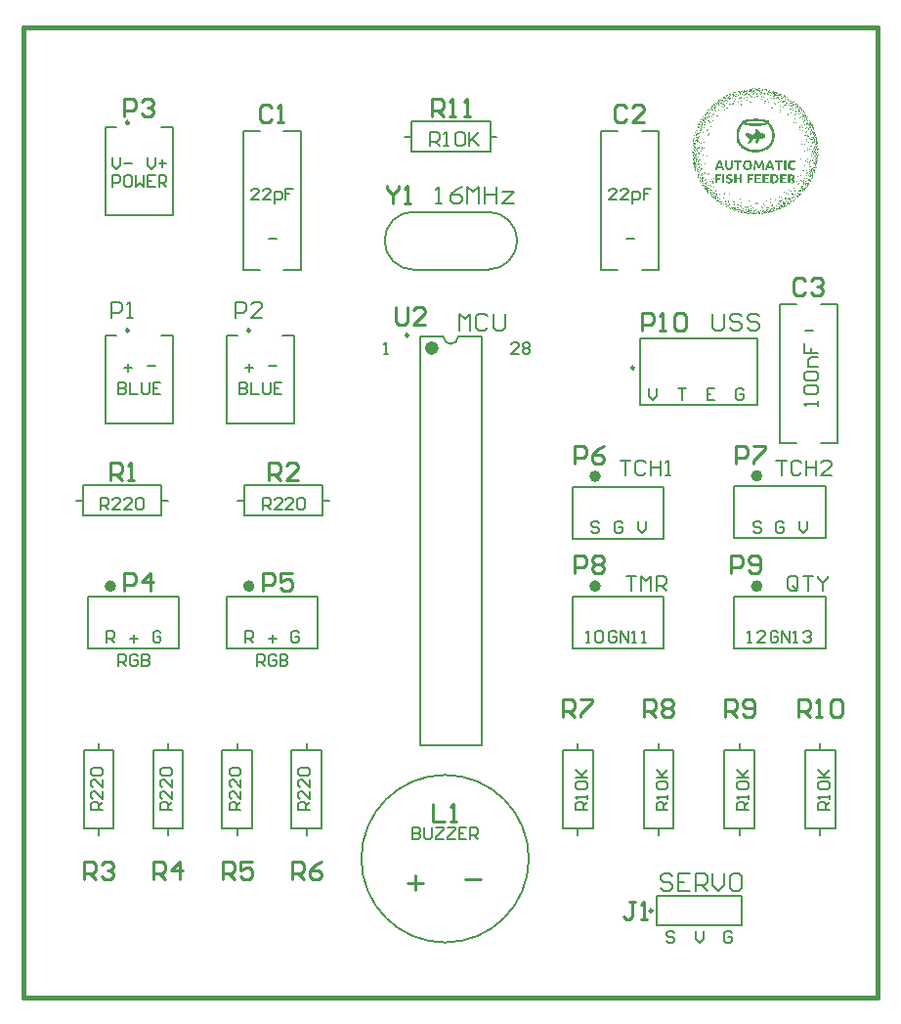
<source format=gto>
G04*
G04 #@! TF.GenerationSoftware,Altium Limited,Altium Designer,23.3.1 (30)*
G04*
G04 Layer_Color=65535*
%FSLAX44Y44*%
%MOMM*%
G71*
G04*
G04 #@! TF.SameCoordinates,9B24EA63-C825-4E2D-BC30-5D40CB4EF2F0*
G04*
G04*
G04 #@! TF.FilePolarity,Positive*
G04*
G01*
G75*
%ADD10C,0.2000*%
%ADD11C,0.2500*%
%ADD12C,0.5000*%
%ADD13C,0.6000*%
%ADD14C,0.1500*%
%ADD15C,0.4000*%
%ADD16C,0.2540*%
G36*
X642910Y791418D02*
X643284D01*
Y791045D01*
X641791D01*
Y791791D01*
X642910D01*
Y791418D01*
D02*
G37*
G36*
X637313Y791045D02*
X636194D01*
Y791791D01*
X637313D01*
Y791045D01*
D02*
G37*
G36*
X629851Y790298D02*
X629478D01*
Y789925D01*
X628358D01*
Y790298D01*
X628731D01*
Y790672D01*
X629851D01*
Y790298D01*
D02*
G37*
G36*
X650746D02*
X651866D01*
Y789552D01*
X651119D01*
Y789925D01*
X650746D01*
Y790298D01*
X650373D01*
Y790672D01*
X650746D01*
Y790298D01*
D02*
G37*
G36*
X639179Y791418D02*
X639552D01*
Y791045D01*
X641045D01*
Y790672D01*
X641418D01*
Y790298D01*
X642537D01*
Y790672D01*
X644403D01*
Y791045D01*
X645522D01*
Y789552D01*
X644030D01*
Y789925D01*
X643657D01*
Y790298D01*
X643284D01*
Y789179D01*
X642537D01*
Y789552D01*
X641418D01*
Y789925D01*
X640672D01*
Y790298D01*
X640298D01*
Y789925D01*
X639552D01*
Y790298D01*
X639179D01*
Y790672D01*
X638806D01*
Y791045D01*
X638060D01*
Y791418D01*
X637687D01*
Y791791D01*
X639179D01*
Y791418D01*
D02*
G37*
G36*
X653731Y788806D02*
X652612D01*
Y789179D01*
X653731D01*
Y788806D01*
D02*
G37*
G36*
X637687Y789925D02*
X638060D01*
Y789552D01*
X638433D01*
Y789179D01*
X638806D01*
Y788806D01*
X637313D01*
Y789179D01*
X636567D01*
Y789925D01*
X636940D01*
Y790298D01*
X637687D01*
Y789925D01*
D02*
G37*
G36*
X641418Y789179D02*
X641791D01*
Y788433D01*
X640672D01*
Y788806D01*
Y789179D01*
X641045D01*
Y789552D01*
X641418D01*
Y789179D01*
D02*
G37*
G36*
X632463Y791045D02*
X632090D01*
Y789925D01*
X632463D01*
Y789179D01*
X633209D01*
Y788806D01*
X632836D01*
Y788433D01*
X630597D01*
Y788806D01*
X628731D01*
Y789552D01*
X631343D01*
Y790672D01*
X631716D01*
Y791045D01*
X631343D01*
Y791418D01*
X632463D01*
Y791045D01*
D02*
G37*
G36*
X654851Y789179D02*
X655970D01*
Y788806D01*
X657089D01*
Y788060D01*
X656716D01*
Y787687D01*
X658582D01*
Y787313D01*
X659328D01*
Y786940D01*
X661567D01*
Y786567D01*
X660448D01*
Y786194D01*
X660821D01*
Y785448D01*
X661567D01*
Y784702D01*
X660821D01*
Y785448D01*
X660448D01*
Y784702D01*
X659702D01*
Y785075D01*
X658955D01*
Y785448D01*
X658209D01*
Y785075D01*
X655970D01*
Y784702D01*
X655597D01*
Y784328D01*
X654851D01*
Y784702D01*
X654478D01*
Y785075D01*
X654851D01*
Y785448D01*
X655224D01*
Y785821D01*
X655597D01*
Y786567D01*
X655224D01*
Y786940D01*
X654478D01*
Y787313D01*
X654105D01*
Y787687D01*
X653358D01*
Y788433D01*
X654105D01*
Y788060D01*
X654478D01*
Y789552D01*
X654851D01*
Y789179D01*
D02*
G37*
G36*
X650373Y788060D02*
X649627D01*
Y788806D01*
X650000D01*
Y789179D01*
X649627D01*
Y789552D01*
X650373D01*
Y788060D01*
D02*
G37*
G36*
X633955Y791418D02*
X634701D01*
Y791045D01*
X635075D01*
Y790672D01*
X635821D01*
Y791045D01*
X636194D01*
Y789925D01*
X635448D01*
Y789552D01*
X635075D01*
Y789179D01*
X635448D01*
Y788806D01*
X635821D01*
Y788433D01*
X636194D01*
Y788060D01*
X635075D01*
Y788806D01*
X634328D01*
Y789179D01*
X633209D01*
Y789925D01*
X633955D01*
Y790298D01*
X634701D01*
Y790672D01*
X633955D01*
Y791045D01*
X633582D01*
Y791791D01*
X633955D01*
Y791418D01*
D02*
G37*
G36*
X648881Y789552D02*
X648508D01*
Y789179D01*
X648881D01*
Y788806D01*
X648508D01*
Y788060D01*
X648881D01*
Y787687D01*
X647761D01*
Y788433D01*
X646642D01*
Y788806D01*
X645895D01*
Y789179D01*
X647761D01*
Y789552D01*
X648134D01*
Y790298D01*
X646642D01*
Y789925D01*
X646269D01*
Y790298D01*
X645895D01*
Y790672D01*
X646269D01*
Y791045D01*
X648881D01*
Y789552D01*
D02*
G37*
G36*
X634328Y787687D02*
X633582D01*
Y788060D01*
X634328D01*
Y787687D01*
D02*
G37*
G36*
X627239Y789552D02*
X627612D01*
Y789179D01*
X627985D01*
Y788806D01*
X627612D01*
Y788433D01*
X629478D01*
Y788060D01*
X629104D01*
Y787687D01*
X627612D01*
Y788433D01*
X626493D01*
Y789925D01*
X626866D01*
Y790298D01*
X627239D01*
Y789552D01*
D02*
G37*
G36*
X621269Y788433D02*
X621642D01*
Y787687D01*
X619403D01*
Y788433D01*
X620522D01*
Y788806D01*
X621269D01*
Y788433D01*
D02*
G37*
G36*
X651492Y788806D02*
X651866D01*
Y788433D01*
X652239D01*
Y788060D01*
X652985D01*
Y787313D01*
X652239D01*
Y787687D01*
X651492D01*
Y788060D01*
X650746D01*
Y789179D01*
X651492D01*
Y788806D01*
D02*
G37*
G36*
X644403Y788060D02*
X644776D01*
Y787313D01*
X643657D01*
Y787687D01*
X642910D01*
Y788433D01*
X644403D01*
Y788060D01*
D02*
G37*
G36*
X639179D02*
X638806D01*
Y787687D01*
X638433D01*
Y787313D01*
X637313D01*
Y788060D01*
X638060D01*
Y788433D01*
X639179D01*
Y788060D01*
D02*
G37*
G36*
X652239Y786940D02*
X651866D01*
Y787313D01*
X652239D01*
Y786940D01*
D02*
G37*
G36*
X650000Y787313D02*
X650746D01*
Y786940D01*
Y786567D01*
X649254D01*
Y786940D01*
X648881D01*
Y787313D01*
X649254D01*
Y787687D01*
X650000D01*
Y787313D01*
D02*
G37*
G36*
X647015D02*
X647388D01*
Y786940D01*
Y786567D01*
X646642D01*
Y786940D01*
X646269D01*
Y787313D01*
X645895D01*
Y787687D01*
X647015D01*
Y787313D01*
D02*
G37*
G36*
X641045Y787687D02*
X640672D01*
Y786940D01*
X640298D01*
Y786567D01*
X639552D01*
Y787313D01*
X639925D01*
Y788060D01*
X641045D01*
Y787687D01*
D02*
G37*
G36*
X633209Y786940D02*
X633582D01*
Y786567D01*
X632463D01*
Y787313D01*
X633209D01*
Y786940D01*
D02*
G37*
G36*
X625000Y789179D02*
X625373D01*
Y788806D01*
X625000D01*
Y788433D01*
X626119D01*
Y788060D01*
X625746D01*
Y787687D01*
X626119D01*
Y787313D01*
X627612D01*
Y786567D01*
X626866D01*
Y786940D01*
X625746D01*
Y786567D01*
X625000D01*
Y787313D01*
X625373D01*
Y787687D01*
X624254D01*
Y788060D01*
X624627D01*
Y788433D01*
X624254D01*
Y788806D01*
X623881D01*
Y789179D01*
X623507D01*
Y789552D01*
X625000D01*
Y789179D01*
D02*
G37*
G36*
X623134Y787313D02*
X623507D01*
Y786940D01*
X623134D01*
Y786567D01*
X621642D01*
Y787313D01*
X622388D01*
Y787687D01*
X622761D01*
Y788433D01*
X623134D01*
Y787313D01*
D02*
G37*
G36*
X620149Y786194D02*
X620522D01*
Y785821D01*
X621269D01*
Y785448D01*
X620896D01*
Y785075D01*
X623134D01*
Y784328D01*
X620522D01*
Y784702D01*
X620896D01*
Y785075D01*
X620149D01*
Y784328D01*
X619030D01*
Y785075D01*
X619776D01*
Y785821D01*
X620149D01*
Y786194D01*
X618657D01*
Y785821D01*
X617910D01*
Y785448D01*
X617537D01*
Y785075D01*
X616791D01*
Y784702D01*
X616045D01*
Y785448D01*
X616791D01*
Y786567D01*
X616418D01*
Y786194D01*
X616045D01*
Y785821D01*
X614925D01*
Y785448D01*
X614552D01*
Y784702D01*
X614179D01*
Y784328D01*
X612687D01*
Y783955D01*
X613060D01*
Y783582D01*
X613433D01*
Y783209D01*
X614179D01*
Y783582D01*
X614552D01*
Y783955D01*
X614925D01*
Y784328D01*
X615672D01*
Y784702D01*
X616045D01*
Y783955D01*
X615672D01*
Y783209D01*
X614925D01*
Y782836D01*
X613806D01*
Y781716D01*
X614552D01*
Y781343D01*
Y780970D01*
X615299D01*
Y780224D01*
X614179D01*
Y781343D01*
X613806D01*
Y781716D01*
X613433D01*
Y781343D01*
X612687D01*
Y780970D01*
X612313D01*
Y780224D01*
X611940D01*
Y779851D01*
X610821D01*
Y780224D01*
X611194D01*
Y780597D01*
X611567D01*
Y780970D01*
X611940D01*
Y781343D01*
X612313D01*
Y781716D01*
X612687D01*
Y782089D01*
X613060D01*
Y782836D01*
X611194D01*
Y782463D01*
X610821D01*
Y783209D01*
X611194D01*
Y783582D01*
X610821D01*
Y784328D01*
X611567D01*
Y784702D01*
X613060D01*
Y785075D01*
X613806D01*
Y785821D01*
X614552D01*
Y786194D01*
X614925D01*
Y786567D01*
X615672D01*
Y786940D01*
X616791D01*
Y786567D01*
X617164D01*
Y786940D01*
X617910D01*
Y786567D01*
X618284D01*
Y786940D01*
X619030D01*
Y787313D01*
X620149D01*
Y786194D01*
D02*
G37*
G36*
X632090Y787313D02*
X631716D01*
Y786940D01*
X630970D01*
Y786567D01*
X630597D01*
Y786194D01*
X629851D01*
Y787313D01*
X630224D01*
Y787687D01*
X632090D01*
Y787313D01*
D02*
G37*
G36*
X646642Y786194D02*
X647015D01*
Y785821D01*
X645522D01*
Y786567D01*
X646642D01*
Y786194D01*
D02*
G37*
G36*
X644030Y786567D02*
X644403D01*
Y786194D01*
X644030D01*
Y785821D01*
X642910D01*
Y786567D01*
X643284D01*
Y786940D01*
X644030D01*
Y786567D01*
D02*
G37*
G36*
X641791Y785821D02*
X641418D01*
Y786194D01*
X641791D01*
Y785821D01*
D02*
G37*
G36*
X637313Y786194D02*
X636940D01*
Y785821D01*
X636194D01*
Y786567D01*
X636567D01*
Y786940D01*
X636940D01*
Y787313D01*
X637313D01*
Y786194D01*
D02*
G37*
G36*
X653731Y785821D02*
X652612D01*
Y785448D01*
X651492D01*
Y785821D01*
Y786194D01*
X653731D01*
Y785821D01*
D02*
G37*
G36*
X634328Y785448D02*
X633582D01*
Y785821D01*
X633955D01*
Y786194D01*
X634328D01*
Y785448D01*
D02*
G37*
G36*
X629104Y786194D02*
X629478D01*
Y785448D01*
X628358D01*
Y785821D01*
X627985D01*
Y786567D01*
X629104D01*
Y786194D01*
D02*
G37*
G36*
X638806Y785075D02*
X638060D01*
Y785448D01*
X638806D01*
Y785075D01*
D02*
G37*
G36*
X626493D02*
X625746D01*
Y785821D01*
X626493D01*
Y785075D01*
D02*
G37*
G36*
X624254Y786194D02*
X624627D01*
Y785448D01*
X624254D01*
Y785075D01*
X623507D01*
Y786194D01*
X623881D01*
Y786567D01*
X624254D01*
Y786194D01*
D02*
G37*
G36*
X663433Y785821D02*
X664179D01*
Y785448D01*
X664552D01*
Y785075D01*
X665298D01*
Y784702D01*
X663806D01*
Y785075D01*
X663433D01*
Y785448D01*
X663060D01*
Y785821D01*
Y786194D01*
X663433D01*
Y785821D01*
D02*
G37*
G36*
X648508Y784702D02*
X647761D01*
Y785448D01*
X648508D01*
Y784702D01*
D02*
G37*
G36*
X644776Y785075D02*
Y784702D01*
X644030D01*
Y785075D01*
X644403D01*
Y785448D01*
X644776D01*
Y785075D01*
D02*
G37*
G36*
X640672D02*
X641045D01*
Y784702D01*
X639925D01*
Y785075D01*
X640298D01*
Y785448D01*
X640672D01*
Y785075D01*
D02*
G37*
G36*
X635075Y784702D02*
X634328D01*
Y785075D01*
X634701D01*
Y785448D01*
X635075D01*
Y784702D01*
D02*
G37*
G36*
X666045Y784328D02*
X666791D01*
Y783955D01*
X665672D01*
Y784702D01*
X666045D01*
Y784328D01*
D02*
G37*
G36*
X663060D02*
Y783955D01*
X662687D01*
Y784702D01*
X663060D01*
Y784328D01*
D02*
G37*
G36*
X646642Y783955D02*
X645895D01*
Y784328D01*
X645522D01*
Y784702D01*
X646642D01*
Y783955D01*
D02*
G37*
G36*
X638433Y784328D02*
X639179D01*
Y783955D01*
X638060D01*
Y784702D01*
X638433D01*
Y784328D01*
D02*
G37*
G36*
X636567Y783955D02*
X635821D01*
Y784328D01*
X636567D01*
Y783955D01*
D02*
G37*
G36*
X632463Y784702D02*
X632090D01*
Y783955D01*
X631343D01*
Y784702D01*
X631716D01*
Y785075D01*
X631343D01*
Y785448D01*
X632463D01*
Y784702D01*
D02*
G37*
G36*
X664925Y783582D02*
X664179D01*
Y783955D01*
Y784328D01*
X664925D01*
Y783582D01*
D02*
G37*
G36*
X653731D02*
X652985D01*
Y783955D01*
X653731D01*
Y783582D01*
D02*
G37*
G36*
X627239Y783955D02*
X626866D01*
Y783209D01*
X626493D01*
Y782836D01*
X624627D01*
Y783209D01*
Y783582D01*
X625000D01*
Y783955D01*
X625373D01*
Y783582D01*
X626493D01*
Y784328D01*
X627239D01*
Y783955D01*
D02*
G37*
G36*
X655224Y783582D02*
X655597D01*
Y783209D01*
X654478D01*
Y783955D01*
X655224D01*
Y783582D01*
D02*
G37*
G36*
X652612D02*
X652985D01*
Y783209D01*
X652239D01*
Y783955D01*
X652612D01*
Y783582D01*
D02*
G37*
G36*
X650000Y785448D02*
X650373D01*
Y785075D01*
X650746D01*
Y784702D01*
X651119D01*
Y783209D01*
X650373D01*
Y783582D01*
Y783955D01*
Y785075D01*
X649627D01*
Y785821D01*
X650000D01*
Y785448D01*
D02*
G37*
G36*
X623507Y783582D02*
X623134D01*
Y783209D01*
X622388D01*
Y783582D01*
Y783955D01*
X623507D01*
Y783582D01*
D02*
G37*
G36*
X629478Y782836D02*
X628358D01*
Y783209D01*
X628731D01*
Y783582D01*
X629478D01*
Y782836D01*
D02*
G37*
G36*
X669030Y782463D02*
X668657D01*
Y782836D01*
X669030D01*
Y782463D01*
D02*
G37*
G36*
X662313Y783582D02*
X662687D01*
Y782463D01*
X661567D01*
Y782836D01*
X660821D01*
Y783209D01*
X661194D01*
Y783582D01*
X661940D01*
Y783955D01*
X662313D01*
Y783582D01*
D02*
G37*
G36*
X655597Y782463D02*
X654478D01*
Y782836D01*
X655597D01*
Y782463D01*
D02*
G37*
G36*
X646642D02*
X645522D01*
Y782836D01*
X646642D01*
Y782463D01*
D02*
G37*
G36*
X640672D02*
X639925D01*
Y782836D01*
X640672D01*
Y782463D01*
D02*
G37*
G36*
X635448D02*
X634328D01*
Y782836D01*
X635448D01*
Y782463D01*
D02*
G37*
G36*
X632463D02*
X631343D01*
Y782836D01*
X632463D01*
Y782463D01*
D02*
G37*
G36*
X619403D02*
X618657D01*
Y782836D01*
X617910D01*
Y783209D01*
X618284D01*
Y783582D01*
X619403D01*
Y782463D01*
D02*
G37*
G36*
X610075D02*
X609328D01*
Y783209D01*
X610075D01*
Y782463D01*
D02*
G37*
G36*
X665672Y782836D02*
X665298D01*
Y782463D01*
Y782089D01*
X664552D01*
Y782463D01*
X664179D01*
Y783209D01*
X665672D01*
Y782836D01*
D02*
G37*
G36*
X649254D02*
X649627D01*
Y782089D01*
X648881D01*
Y782463D01*
X648508D01*
Y783209D01*
X649254D01*
Y782836D01*
D02*
G37*
G36*
X644403Y782089D02*
X644030D01*
Y782463D01*
X643657D01*
Y782836D01*
X644403D01*
Y782089D01*
D02*
G37*
G36*
X622388Y782463D02*
X621642D01*
Y782089D01*
X620896D01*
Y782836D01*
X622388D01*
Y782463D01*
D02*
G37*
G36*
X658582Y784328D02*
X658955D01*
Y783955D01*
X658582D01*
Y783582D01*
X658955D01*
Y783209D01*
X659702D01*
Y782463D01*
X660075D01*
Y781716D01*
X659702D01*
Y782089D01*
X658955D01*
Y782463D01*
X658582D01*
Y783209D01*
X658209D01*
Y783582D01*
X657463D01*
Y783209D01*
X656343D01*
Y783955D01*
X657836D01*
Y784328D01*
X658209D01*
Y784702D01*
X658582D01*
Y784328D01*
D02*
G37*
G36*
X617164Y783582D02*
X617537D01*
Y782836D01*
X617164D01*
Y781716D01*
X616418D01*
Y782463D01*
X616791D01*
Y783209D01*
X616418D01*
Y783955D01*
X617164D01*
Y783582D01*
D02*
G37*
G36*
X640298Y781716D02*
X639925D01*
Y781343D01*
X639552D01*
Y782089D01*
X640298D01*
Y781716D01*
D02*
G37*
G36*
X611194Y781343D02*
X610821D01*
Y780597D01*
X610448D01*
Y780970D01*
X610075D01*
Y781343D01*
X609701D01*
Y780970D01*
X607463D01*
Y780597D01*
X606716D01*
Y781343D01*
X607090D01*
Y781716D01*
X607463D01*
Y781343D01*
X607836D01*
Y781716D01*
X609328D01*
Y782089D01*
X611194D01*
Y781343D01*
D02*
G37*
G36*
X667537Y782836D02*
X667910D01*
Y781716D01*
X667537D01*
Y780970D01*
X666791D01*
Y781716D01*
X667164D01*
Y782463D01*
X666791D01*
Y783209D01*
X667537D01*
Y782836D01*
D02*
G37*
G36*
X632090Y781716D02*
X632463D01*
Y781343D01*
X632836D01*
Y780970D01*
X632090D01*
Y781343D01*
X631343D01*
Y781716D01*
X631716D01*
Y782089D01*
X632090D01*
Y781716D01*
D02*
G37*
G36*
X663060Y780597D02*
X662687D01*
Y780970D01*
Y781343D01*
X663060D01*
Y780597D01*
D02*
G37*
G36*
X657463Y780970D02*
Y780597D01*
X657089D01*
Y780970D01*
X656716D01*
Y781343D01*
X657463D01*
Y780970D01*
D02*
G37*
G36*
X627239Y780597D02*
X626493D01*
Y781343D01*
X627239D01*
Y780597D01*
D02*
G37*
G36*
X620896Y780970D02*
Y780597D01*
X620149D01*
Y781343D01*
X620896D01*
Y780970D01*
D02*
G37*
G36*
X654478Y780597D02*
X654851D01*
Y780224D01*
X654105D01*
Y780970D01*
X654478D01*
Y780597D01*
D02*
G37*
G36*
X647761D02*
Y780224D01*
X647015D01*
Y780597D01*
X646642D01*
Y780970D01*
X647761D01*
Y780597D01*
D02*
G37*
G36*
X670522Y781343D02*
X670149D01*
Y780970D01*
X669776D01*
Y780224D01*
X669403D01*
Y779851D01*
X669030D01*
Y780224D01*
X668657D01*
Y780970D01*
X669030D01*
Y781343D01*
X669776D01*
Y781716D01*
X670522D01*
Y781343D01*
D02*
G37*
G36*
X665298Y780970D02*
Y780597D01*
X664925D01*
Y780224D01*
X664552D01*
Y779851D01*
X664179D01*
Y780224D01*
X663806D01*
Y780970D01*
X664552D01*
Y781343D01*
X665298D01*
Y780970D01*
D02*
G37*
G36*
X660821Y780597D02*
Y780224D01*
X660448D01*
Y779851D01*
X660075D01*
Y780597D01*
X660448D01*
Y780970D01*
X660821D01*
Y780597D01*
D02*
G37*
G36*
X650373Y780224D02*
X650746D01*
Y779851D01*
X650000D01*
Y780597D01*
X650373D01*
Y780224D01*
D02*
G37*
G36*
X606716D02*
X606343D01*
Y779851D01*
X605597D01*
Y780224D01*
Y780597D01*
X606716D01*
Y780224D01*
D02*
G37*
G36*
X672015D02*
X672388D01*
Y779478D01*
X671269D01*
Y779851D01*
X670895D01*
Y780224D01*
X671269D01*
Y780597D01*
X672015D01*
Y780224D01*
D02*
G37*
G36*
X663060Y779851D02*
Y779478D01*
X662313D01*
Y779851D01*
X661940D01*
Y780224D01*
X663060D01*
Y779851D01*
D02*
G37*
G36*
X658955D02*
X659328D01*
Y779478D01*
X658209D01*
Y779851D01*
X658582D01*
Y780224D01*
X658955D01*
Y779851D01*
D02*
G37*
G36*
X635075Y779478D02*
X633955D01*
Y779851D01*
X633582D01*
Y780224D01*
X635075D01*
Y779478D01*
D02*
G37*
G36*
X624254Y779851D02*
X624627D01*
Y779478D01*
X623507D01*
Y779851D01*
X623881D01*
Y780224D01*
X624254D01*
Y779851D01*
D02*
G37*
G36*
X616418D02*
X616045D01*
Y779478D01*
X615299D01*
Y779851D01*
X615672D01*
Y780224D01*
X616418D01*
Y779851D01*
D02*
G37*
G36*
X614179Y779478D02*
X613433D01*
Y779851D01*
X614179D01*
Y779478D01*
D02*
G37*
G36*
X667164Y779851D02*
X667537D01*
Y779478D01*
X667910D01*
Y779105D01*
X667164D01*
Y779478D01*
X666791D01*
Y779851D01*
X666418D01*
Y780224D01*
X667164D01*
Y779851D01*
D02*
G37*
G36*
X655597Y778731D02*
X654851D01*
Y779105D01*
Y779478D01*
X655597D01*
Y778731D01*
D02*
G37*
G36*
X608582Y779851D02*
X610075D01*
Y779105D01*
X609701D01*
Y778731D01*
X608209D01*
Y779105D01*
Y779478D01*
X608582D01*
Y779851D01*
X607463D01*
Y780224D01*
X607836D01*
Y780597D01*
X608582D01*
Y779851D01*
D02*
G37*
G36*
X604851Y779105D02*
X605224D01*
Y778731D01*
X603731D01*
Y779105D01*
X604104D01*
Y779478D01*
X604478D01*
Y779851D01*
X604851D01*
Y779105D01*
D02*
G37*
G36*
X666418Y778358D02*
X666045D01*
Y778731D01*
X665298D01*
Y779105D01*
X666418D01*
Y778358D01*
D02*
G37*
G36*
X647388Y778731D02*
X647015D01*
Y778358D01*
X646642D01*
Y779105D01*
X647388D01*
Y778731D01*
D02*
G37*
G36*
X614179D02*
X613806D01*
Y778358D01*
X613433D01*
Y779105D01*
X614179D01*
Y778731D01*
D02*
G37*
G36*
X669776Y779105D02*
X670149D01*
Y778731D01*
X670522D01*
Y778358D01*
X670149D01*
Y777985D01*
X669776D01*
Y778358D01*
X669030D01*
Y778731D01*
X668657D01*
Y779478D01*
X669776D01*
Y779105D01*
D02*
G37*
G36*
X656716Y777985D02*
X655970D01*
Y778358D01*
X656716D01*
Y777985D01*
D02*
G37*
G36*
X620149Y778358D02*
X620522D01*
Y777612D01*
X619776D01*
Y777985D01*
X619403D01*
Y779105D01*
X620149D01*
Y778358D01*
D02*
G37*
G36*
X619030Y777612D02*
X617910D01*
Y777985D01*
X618284D01*
Y778358D01*
X619030D01*
Y777612D01*
D02*
G37*
G36*
X617164Y778358D02*
X617537D01*
Y777985D01*
X617164D01*
Y777612D01*
X616418D01*
Y778358D01*
X616791D01*
Y778731D01*
X617164D01*
Y778358D01*
D02*
G37*
G36*
X627239Y777612D02*
X626866D01*
Y777239D01*
X626493D01*
Y777985D01*
X626119D01*
Y778358D01*
X626493D01*
Y778731D01*
X627239D01*
Y777612D01*
D02*
G37*
G36*
X611940Y777985D02*
X613060D01*
Y777612D01*
X612687D01*
Y777239D01*
X611940D01*
Y777985D01*
X610075D01*
Y778358D01*
X611194D01*
Y778731D01*
X611940D01*
Y777985D01*
D02*
G37*
G36*
X668284Y776866D02*
X667910D01*
Y777239D01*
X667537D01*
Y777612D01*
X668284D01*
Y776866D01*
D02*
G37*
G36*
X663806Y777985D02*
X664179D01*
Y777612D01*
X665672D01*
Y776866D01*
X665298D01*
Y777239D01*
X664925D01*
Y776866D01*
X663806D01*
Y777239D01*
X663433D01*
Y777612D01*
X663060D01*
Y778358D01*
X663806D01*
Y777985D01*
D02*
G37*
G36*
X607090Y779105D02*
X607836D01*
Y778358D01*
X607463D01*
Y777612D01*
X607836D01*
Y777239D01*
X607463D01*
Y776866D01*
X605970D01*
Y777239D01*
X606343D01*
Y777612D01*
X607090D01*
Y778358D01*
X605970D01*
Y777985D01*
X605597D01*
Y777612D01*
X604851D01*
Y777985D01*
X605224D01*
Y778358D01*
X605597D01*
Y778731D01*
Y779105D01*
X605970D01*
Y779478D01*
X607090D01*
Y779105D01*
D02*
G37*
G36*
X603358Y777985D02*
X604104D01*
Y777239D01*
X603731D01*
Y776866D01*
X602612D01*
Y777239D01*
X602239D01*
Y777612D01*
X602612D01*
Y777985D01*
Y778358D01*
X603358D01*
Y777985D01*
D02*
G37*
G36*
X649627Y776866D02*
X650000D01*
Y776492D01*
X649254D01*
Y777239D01*
X649627D01*
Y776866D01*
D02*
G37*
G36*
X628358Y776492D02*
X627612D01*
Y776866D01*
X627985D01*
Y777239D01*
X628358D01*
Y776492D01*
D02*
G37*
G36*
X675000Y777985D02*
X675373D01*
Y777612D01*
X675746D01*
Y777239D01*
X676119D01*
Y776866D01*
Y776492D01*
Y776119D01*
X675000D01*
Y776866D01*
X675373D01*
Y777612D01*
X675000D01*
Y777985D01*
X674627D01*
Y778358D01*
X675000D01*
Y777985D01*
D02*
G37*
G36*
X609701Y776119D02*
X608955D01*
Y776866D01*
X609701D01*
Y776119D01*
D02*
G37*
G36*
X670895Y779478D02*
X671269D01*
Y778731D01*
X671642D01*
Y778358D01*
X672015D01*
Y777985D01*
X672388D01*
Y778358D01*
X672761D01*
Y778731D01*
X674254D01*
Y777985D01*
X673881D01*
Y777612D01*
X673134D01*
Y776119D01*
X673508D01*
Y775746D01*
X672761D01*
Y776119D01*
X672388D01*
Y776866D01*
X672015D01*
Y777239D01*
X671269D01*
Y778731D01*
X670522D01*
Y779105D01*
X670149D01*
Y779478D01*
X670522D01*
Y779851D01*
X670895D01*
Y779478D01*
D02*
G37*
G36*
X669776Y776866D02*
X670522D01*
Y776492D01*
X670895D01*
Y776119D01*
X671269D01*
Y775746D01*
X670149D01*
Y776119D01*
X669403D01*
Y776492D01*
X669030D01*
Y776866D01*
X669403D01*
Y777239D01*
X669776D01*
Y776866D01*
D02*
G37*
G36*
X660821Y775746D02*
X660075D01*
Y776492D01*
X660821D01*
Y775746D01*
D02*
G37*
G36*
X607463D02*
X607090D01*
Y776119D01*
X607463D01*
Y775746D01*
D02*
G37*
G36*
X612313D02*
X611940D01*
Y775373D01*
X611194D01*
Y776119D01*
X611940D01*
Y776492D01*
X612313D01*
Y775746D01*
D02*
G37*
G36*
X674254Y776119D02*
X675000D01*
Y775746D01*
X676119D01*
Y775373D01*
X676492D01*
Y775000D01*
X675000D01*
Y775373D01*
X674627D01*
Y775746D01*
X673881D01*
Y776119D01*
X673508D01*
Y776492D01*
X674254D01*
Y776119D01*
D02*
G37*
G36*
X663060Y775373D02*
X663433D01*
Y775000D01*
X662687D01*
Y775746D01*
X663060D01*
Y775373D01*
D02*
G37*
G36*
X674627Y775000D02*
Y774627D01*
X673881D01*
Y775373D01*
X674627D01*
Y775000D01*
D02*
G37*
G36*
X672015Y774627D02*
X671269D01*
Y775000D01*
X672015D01*
Y774627D01*
D02*
G37*
G36*
X653731D02*
X652612D01*
Y775000D01*
X653731D01*
Y774627D01*
D02*
G37*
G36*
X614925Y775000D02*
Y774627D01*
X613806D01*
Y775373D01*
X614925D01*
Y775000D01*
D02*
G37*
G36*
X604851Y776119D02*
Y775746D01*
X604478D01*
Y775373D01*
X605597D01*
Y775000D01*
X605224D01*
Y774627D01*
X604478D01*
Y775000D01*
X603731D01*
Y774627D01*
X602612D01*
Y775373D01*
X603358D01*
Y775746D01*
X603731D01*
Y776119D01*
X604104D01*
Y776492D01*
X604851D01*
Y776119D01*
D02*
G37*
G36*
X673134Y775000D02*
Y774254D01*
X672761D01*
Y774627D01*
X672388D01*
Y775000D01*
X672761D01*
Y775373D01*
X673134D01*
Y775000D01*
D02*
G37*
G36*
X602239Y776119D02*
X601866D01*
Y775746D01*
X601493D01*
Y775373D01*
X601866D01*
Y774627D01*
X601119D01*
Y774254D01*
X600746D01*
Y773881D01*
X600000D01*
Y774627D01*
X600373D01*
Y775000D01*
X600746D01*
Y775373D01*
X600373D01*
Y776119D01*
X600746D01*
Y776492D01*
X601493D01*
Y776866D01*
X602239D01*
Y776119D01*
D02*
G37*
G36*
X669776Y773881D02*
X669403D01*
Y773508D01*
X668657D01*
Y774627D01*
X669776D01*
Y773881D01*
D02*
G37*
G36*
X607090Y773508D02*
X606343D01*
Y774254D01*
X607090D01*
Y773508D01*
D02*
G37*
G36*
X674627Y773881D02*
X675000D01*
Y773508D01*
X674627D01*
Y773134D01*
X674254D01*
Y773508D01*
X673881D01*
Y773881D01*
X674254D01*
Y774254D01*
X674627D01*
Y773881D01*
D02*
G37*
G36*
X620522Y773134D02*
X620149D01*
Y773881D01*
X620522D01*
Y773134D01*
D02*
G37*
G36*
X610075Y773508D02*
Y773134D01*
X609328D01*
Y773881D01*
X610075D01*
Y773508D01*
D02*
G37*
G36*
X671642Y773134D02*
X672015D01*
Y772761D01*
X671269D01*
Y773508D01*
X671642D01*
Y773134D01*
D02*
G37*
G36*
X600000Y773508D02*
X599627D01*
Y773134D01*
X599254D01*
Y772761D01*
X597761D01*
Y773508D01*
X598881D01*
Y773881D01*
X600000D01*
Y773508D01*
D02*
G37*
G36*
X667910Y772761D02*
X668284D01*
Y772388D01*
X667537D01*
Y773134D01*
X667910D01*
Y772761D01*
D02*
G37*
G36*
X661194Y773134D02*
X660821D01*
Y772761D01*
X660448D01*
Y772388D01*
X660075D01*
Y772761D01*
Y773508D01*
X660448D01*
Y773881D01*
X661194D01*
Y773134D01*
D02*
G37*
G36*
X612313D02*
X612687D01*
Y772761D01*
X612313D01*
Y772388D01*
X611940D01*
Y772761D01*
X611567D01*
Y773134D01*
X611940D01*
Y773508D01*
X612313D01*
Y773134D01*
D02*
G37*
G36*
X611194Y772388D02*
X610448D01*
Y772761D01*
X611194D01*
Y772388D01*
D02*
G37*
G36*
X607463Y772761D02*
X607090D01*
Y772388D01*
X606343D01*
Y773134D01*
X607463D01*
Y772761D01*
D02*
G37*
G36*
X604104Y772388D02*
X603358D01*
Y772761D01*
Y773134D01*
X604104D01*
Y772388D01*
D02*
G37*
G36*
X602612Y772761D02*
X601866D01*
Y772388D01*
X601119D01*
Y772015D01*
X600373D01*
Y772388D01*
X600000D01*
Y772761D01*
X600373D01*
Y773134D01*
X602612D01*
Y772761D01*
D02*
G37*
G36*
X678358Y771642D02*
X677985D01*
Y772015D01*
X678358D01*
Y771642D01*
D02*
G37*
G36*
X667164D02*
X666418D01*
Y772388D01*
X667164D01*
Y771642D01*
D02*
G37*
G36*
X605224Y772388D02*
Y772015D01*
X604851D01*
Y771642D01*
X604478D01*
Y772761D01*
X605224D01*
Y772388D01*
D02*
G37*
G36*
X676866Y773881D02*
X677239D01*
Y772388D01*
X677612D01*
Y772015D01*
X677239D01*
Y771642D01*
X676866D01*
Y771269D01*
X675746D01*
Y771642D01*
X675373D01*
Y772015D01*
X676492D01*
Y773134D01*
X676119D01*
Y773508D01*
X675746D01*
Y774254D01*
X676866D01*
Y773881D01*
D02*
G37*
G36*
X674627Y772015D02*
X675000D01*
Y771642D01*
X674627D01*
Y771269D01*
X673508D01*
Y772015D01*
X673881D01*
Y772388D01*
X674627D01*
Y772015D01*
D02*
G37*
G36*
X660821Y771642D02*
X661194D01*
Y771269D01*
X660448D01*
Y772015D01*
X660821D01*
Y771642D01*
D02*
G37*
G36*
X677612Y775373D02*
X677985D01*
Y775000D01*
X678358D01*
Y774627D01*
X678731D01*
Y774254D01*
X679105D01*
Y772761D01*
X679478D01*
Y772388D01*
Y771642D01*
X679851D01*
Y770895D01*
X679478D01*
Y771269D01*
X679105D01*
Y772015D01*
X678731D01*
Y772761D01*
X678358D01*
Y774627D01*
X677239D01*
Y775000D01*
X677612D01*
Y775373D01*
X677239D01*
Y775746D01*
X677612D01*
Y775373D01*
D02*
G37*
G36*
X667164Y770895D02*
X666791D01*
Y771269D01*
X667164D01*
Y770895D01*
D02*
G37*
G36*
X670149Y770149D02*
X669403D01*
Y770895D01*
X670149D01*
Y770149D01*
D02*
G37*
G36*
X601119Y770522D02*
X600746D01*
Y770149D01*
X600373D01*
Y770895D01*
X600746D01*
Y771269D01*
X601119D01*
Y770522D01*
D02*
G37*
G36*
X597015Y771269D02*
Y770522D01*
X596642D01*
Y770149D01*
X596269D01*
Y770895D01*
X595896D01*
Y771269D01*
X596269D01*
Y771642D01*
X597015D01*
Y771269D01*
D02*
G37*
G36*
X680970Y771642D02*
X681343D01*
Y770895D01*
X682089D01*
Y770522D01*
X682463D01*
Y769776D01*
X682089D01*
Y770149D01*
X681343D01*
Y770522D01*
X680970D01*
Y771269D01*
X680597D01*
Y772015D01*
X680224D01*
Y772388D01*
X680970D01*
Y771642D01*
D02*
G37*
G36*
X681343Y769776D02*
X680597D01*
Y770149D01*
X681343D01*
Y769776D01*
D02*
G37*
G36*
X678731Y770522D02*
X679105D01*
Y769776D01*
X677985D01*
Y770149D01*
X677612D01*
Y770522D01*
X677985D01*
Y770895D01*
X678731D01*
Y770522D01*
D02*
G37*
G36*
X677239Y769776D02*
X676866D01*
Y770149D01*
X677239D01*
Y769776D01*
D02*
G37*
G36*
X605597Y770149D02*
X605224D01*
Y769776D01*
X604478D01*
Y770149D01*
X604851D01*
Y770522D01*
X605597D01*
Y770149D01*
D02*
G37*
G36*
X680224Y769403D02*
X679851D01*
Y769776D01*
X680224D01*
Y769403D01*
D02*
G37*
G36*
X676119Y770149D02*
X676492D01*
Y769776D01*
X676866D01*
Y769403D01*
X676119D01*
Y769776D01*
X675746D01*
Y770522D01*
X676119D01*
Y770149D01*
D02*
G37*
G36*
X674254Y769776D02*
X674627D01*
Y769403D01*
X673881D01*
Y770149D01*
X674254D01*
Y769776D01*
D02*
G37*
G36*
X598507Y770522D02*
X598881D01*
Y770895D01*
X599627D01*
Y770149D01*
Y769776D01*
X599254D01*
Y769403D01*
X598507D01*
Y770522D01*
X597761D01*
Y770895D01*
Y771269D01*
X598507D01*
Y770522D01*
D02*
G37*
G36*
X596269Y768657D02*
X595149D01*
Y769030D01*
X594403D01*
Y769403D01*
X594776D01*
Y769776D01*
X595149D01*
Y769403D01*
X595522D01*
Y769776D01*
X596269D01*
Y768657D01*
D02*
G37*
G36*
X673508Y769030D02*
X673881D01*
Y768657D01*
X672761D01*
Y769403D01*
X673508D01*
Y769030D01*
D02*
G37*
G36*
X610448Y768657D02*
X609701D01*
Y769030D01*
X610448D01*
Y768657D01*
D02*
G37*
G36*
X601866Y769403D02*
X602239D01*
Y769776D01*
X602985D01*
Y769030D01*
X602612D01*
Y768657D01*
X601866D01*
Y769403D01*
X601493D01*
Y769776D01*
X601119D01*
Y770149D01*
X601493D01*
Y770522D01*
X601866D01*
Y769403D01*
D02*
G37*
G36*
X667537D02*
Y769030D01*
X667910D01*
Y768657D01*
X667537D01*
Y768284D01*
X667164D01*
Y768657D01*
X666791D01*
Y769776D01*
X667537D01*
Y769403D01*
D02*
G37*
G36*
X676866Y767537D02*
X675746D01*
Y767911D01*
X676866D01*
Y767537D01*
D02*
G37*
G36*
X602612D02*
X601866D01*
Y767911D01*
X602239D01*
Y768284D01*
X602612D01*
Y767537D01*
D02*
G37*
G36*
X680970Y768657D02*
X681716D01*
Y768284D01*
Y767911D01*
X680224D01*
Y767164D01*
X679851D01*
Y767537D01*
X679478D01*
Y767911D01*
X679105D01*
Y768284D01*
X680224D01*
Y769030D01*
X680970D01*
Y768657D01*
D02*
G37*
G36*
X605970D02*
X606343D01*
Y767911D01*
X607090D01*
Y767537D01*
X606716D01*
Y767164D01*
X606343D01*
Y767537D01*
X605970D01*
Y767911D01*
X605224D01*
Y768657D01*
X605597D01*
Y769030D01*
X605970D01*
Y768657D01*
D02*
G37*
G36*
X684328Y767164D02*
X684702D01*
Y766791D01*
X684328D01*
Y767164D01*
X683955D01*
Y767537D01*
X684328D01*
Y767164D01*
D02*
G37*
G36*
X673508Y766791D02*
X673134D01*
Y767164D01*
X673508D01*
Y766791D01*
D02*
G37*
G36*
X599254Y767911D02*
Y767537D01*
Y767164D01*
X598881D01*
Y766791D01*
X598507D01*
Y767537D01*
X598134D01*
Y768284D01*
X598507D01*
Y768657D01*
X599254D01*
Y767911D01*
D02*
G37*
G36*
X595896Y767164D02*
X595522D01*
Y766791D01*
X594776D01*
Y767911D01*
X595896D01*
Y767164D01*
D02*
G37*
G36*
X601866Y766791D02*
X601493D01*
Y766418D01*
X601119D01*
Y766791D01*
X600746D01*
Y767164D01*
X601119D01*
Y767537D01*
X601866D01*
Y766791D01*
D02*
G37*
G36*
X597388D02*
X597015D01*
Y766418D01*
X596642D01*
Y766791D01*
X596269D01*
Y767164D01*
X596642D01*
Y767537D01*
X597388D01*
Y766791D01*
D02*
G37*
G36*
X593657D02*
Y766418D01*
X593284D01*
Y766791D01*
X592910D01*
Y767164D01*
X593284D01*
Y767537D01*
X593657D01*
Y766791D01*
D02*
G37*
G36*
X682089Y766418D02*
Y766045D01*
X681343D01*
Y766791D01*
X682089D01*
Y766418D01*
D02*
G37*
G36*
X678731Y766791D02*
X677985D01*
Y766045D01*
X676866D01*
Y766791D01*
X677612D01*
Y767537D01*
X678731D01*
Y766791D01*
D02*
G37*
G36*
X598507Y766045D02*
X597761D01*
Y766791D01*
X598507D01*
Y766045D01*
D02*
G37*
G36*
X679851Y765672D02*
X680224D01*
Y765298D01*
X679478D01*
Y765672D01*
X679105D01*
Y766045D01*
X679851D01*
Y765672D01*
D02*
G37*
G36*
X673881Y764925D02*
X673508D01*
Y765298D01*
X673134D01*
Y765672D01*
X673881D01*
Y764925D01*
D02*
G37*
G36*
X597388Y764552D02*
X597015D01*
Y765298D01*
X597388D01*
Y764552D01*
D02*
G37*
G36*
X595522Y765298D02*
X595896D01*
Y765672D01*
X596642D01*
Y765298D01*
X596269D01*
Y764925D01*
X595896D01*
Y764552D01*
X595522D01*
Y764925D01*
Y765298D01*
X595149D01*
Y764552D01*
X594403D01*
Y765298D01*
X594776D01*
Y765672D01*
Y766045D01*
X595149D01*
Y766418D01*
X595522D01*
Y765298D01*
D02*
G37*
G36*
X681716Y764552D02*
X682089D01*
Y763433D01*
X681343D01*
Y764179D01*
X680970D01*
Y765298D01*
X681716D01*
Y764552D01*
D02*
G37*
G36*
X678731Y763433D02*
X678358D01*
Y764179D01*
X678731D01*
Y763433D01*
D02*
G37*
G36*
X602612D02*
X601866D01*
Y764179D01*
X602612D01*
Y763433D01*
D02*
G37*
G36*
X598134Y763806D02*
Y763433D01*
X597388D01*
Y764179D01*
X598134D01*
Y763806D01*
D02*
G37*
G36*
X682836Y768657D02*
X683209D01*
Y767911D01*
X683582D01*
Y767537D01*
X683209D01*
Y766791D01*
X683582D01*
Y766418D01*
X683955D01*
Y764552D01*
X685075D01*
Y764925D01*
X685448D01*
Y765298D01*
X685075D01*
Y765672D01*
X685821D01*
Y764552D01*
X686194D01*
Y763806D01*
X686567D01*
Y763060D01*
X686194D01*
Y763433D01*
X685075D01*
Y763806D01*
X684702D01*
Y763433D01*
X683955D01*
Y763806D01*
X683582D01*
Y764552D01*
X683209D01*
Y766045D01*
X682836D01*
Y767164D01*
X682463D01*
Y767537D01*
X682089D01*
Y768284D01*
X682463D01*
Y769030D01*
X682836D01*
Y768657D01*
D02*
G37*
G36*
X679851Y763433D02*
Y763060D01*
X679478D01*
Y763433D01*
X679105D01*
Y763806D01*
X679851D01*
Y763433D01*
D02*
G37*
G36*
X593284Y764925D02*
X593657D01*
Y765298D01*
X594030D01*
Y764179D01*
X594403D01*
Y763806D01*
X594776D01*
Y763433D01*
X594403D01*
Y763060D01*
X594030D01*
Y762687D01*
X593657D01*
Y763060D01*
X593284D01*
Y764925D01*
X592537D01*
Y764552D01*
X592164D01*
Y764179D01*
X591791D01*
Y763806D01*
X591418D01*
Y764552D01*
X591791D01*
Y765298D01*
X592164D01*
Y766045D01*
X593284D01*
Y764925D01*
D02*
G37*
G36*
X591045Y762687D02*
X590672D01*
Y763433D01*
X591045D01*
Y762687D01*
D02*
G37*
G36*
X680970Y762313D02*
X680224D01*
Y763060D01*
X680970D01*
Y762313D01*
D02*
G37*
G36*
X592164D02*
X591418D01*
Y762687D01*
Y763060D01*
X591791D01*
Y763433D01*
X592164D01*
Y762313D01*
D02*
G37*
G36*
X590672D02*
X590299D01*
Y762687D01*
X590672D01*
Y762313D01*
D02*
G37*
G36*
X687313Y761940D02*
X686567D01*
Y762687D01*
X687313D01*
Y761940D01*
D02*
G37*
G36*
X677985D02*
X677612D01*
Y762313D01*
X677239D01*
Y762687D01*
X677985D01*
Y761940D01*
D02*
G37*
G36*
X672388D02*
X672015D01*
Y762313D01*
X671642D01*
Y762687D01*
X672388D01*
Y761940D01*
D02*
G37*
G36*
X598881Y763433D02*
X599254D01*
Y763060D01*
X600000D01*
Y761940D01*
X599254D01*
Y762313D01*
X598881D01*
Y762687D01*
X599254D01*
Y763060D01*
X598507D01*
Y763806D01*
X598881D01*
Y763433D01*
D02*
G37*
G36*
X595896Y761940D02*
X595522D01*
Y761567D01*
X595149D01*
Y763060D01*
X595896D01*
Y761940D01*
D02*
G37*
G36*
X683582Y761567D02*
Y761194D01*
X682836D01*
Y761940D01*
X683582D01*
Y761567D01*
D02*
G37*
G36*
X674627Y761194D02*
X674254D01*
Y761567D01*
X673881D01*
Y762313D01*
X674627D01*
Y761194D01*
D02*
G37*
G36*
X681716Y760821D02*
X682089D01*
Y760075D01*
X680970D01*
Y760448D01*
X680597D01*
Y760821D01*
X680970D01*
Y761194D01*
X681716D01*
Y760821D01*
D02*
G37*
G36*
X684702Y761567D02*
Y761194D01*
Y760448D01*
X685075D01*
Y759702D01*
X684328D01*
Y760448D01*
X683955D01*
Y761940D01*
X683582D01*
Y762313D01*
X684702D01*
Y761567D01*
D02*
G37*
G36*
X683955Y759702D02*
X683209D01*
Y760448D01*
X683955D01*
Y759702D01*
D02*
G37*
G36*
X595149Y760821D02*
X595522D01*
Y760075D01*
X595149D01*
Y759702D01*
X594776D01*
Y760075D01*
X594403D01*
Y761194D01*
X595149D01*
Y760821D01*
D02*
G37*
G36*
X597761Y760075D02*
Y759702D01*
X597388D01*
Y759328D01*
X597015D01*
Y760075D01*
X597388D01*
Y760448D01*
X597761D01*
Y760075D01*
D02*
G37*
G36*
X592910Y762313D02*
X593284D01*
Y760075D01*
X592910D01*
Y759328D01*
X592537D01*
Y760075D01*
X592164D01*
Y760821D01*
X592537D01*
Y762687D01*
X592910D01*
Y762313D01*
D02*
G37*
G36*
X590672Y760448D02*
X591791D01*
Y759702D01*
X591418D01*
Y759328D01*
X591045D01*
Y759702D01*
X590672D01*
Y760075D01*
X589552D01*
Y759702D01*
X589179D01*
Y760448D01*
X589552D01*
Y761194D01*
X589925D01*
Y761567D01*
X590672D01*
Y760448D01*
D02*
G37*
G36*
X679478Y758955D02*
X678731D01*
Y759702D01*
X679478D01*
Y758955D01*
D02*
G37*
G36*
X686194Y761940D02*
Y761567D01*
Y761194D01*
X686567D01*
Y761567D01*
X686940D01*
Y761194D01*
X687313D01*
Y760448D01*
X688433D01*
Y759702D01*
X688806D01*
Y758955D01*
X688433D01*
Y758582D01*
X687687D01*
Y758955D01*
X687313D01*
Y760448D01*
X686940D01*
Y760075D01*
X686567D01*
Y759328D01*
X686940D01*
Y757836D01*
X686194D01*
Y757463D01*
X685821D01*
Y757089D01*
X685448D01*
Y756716D01*
X684702D01*
Y757089D01*
X684328D01*
Y757836D01*
X684702D01*
Y757463D01*
X685075D01*
Y757836D01*
X685448D01*
Y758209D01*
X686194D01*
Y759328D01*
X685821D01*
Y760821D01*
X686194D01*
Y761194D01*
X685448D01*
Y762687D01*
X686194D01*
Y761940D01*
D02*
G37*
G36*
X600373Y758582D02*
X599627D01*
Y759328D01*
X600373D01*
Y758582D01*
D02*
G37*
G36*
X683209D02*
X683582D01*
Y757836D01*
X683209D01*
Y758209D01*
X682836D01*
Y758955D01*
X683209D01*
Y758582D01*
D02*
G37*
G36*
X680597Y757836D02*
X679851D01*
Y758209D01*
X680224D01*
Y758582D01*
X680597D01*
Y757836D01*
D02*
G37*
G36*
X677612Y758582D02*
X677985D01*
Y758209D01*
X677612D01*
Y757836D01*
X677239D01*
Y758955D01*
X677612D01*
Y758582D01*
D02*
G37*
G36*
X688433Y757836D02*
X688806D01*
Y757463D01*
X688060D01*
Y757836D01*
X687687D01*
Y758209D01*
X688433D01*
Y757836D01*
D02*
G37*
G36*
X595149Y757463D02*
X594403D01*
Y757836D01*
Y758209D01*
X595149D01*
Y757463D01*
D02*
G37*
G36*
X589925Y758209D02*
X590299D01*
Y757463D01*
X588806D01*
Y757089D01*
X588433D01*
Y756716D01*
X588060D01*
Y757463D01*
Y757836D01*
X588806D01*
Y758582D01*
X589179D01*
Y758955D01*
X589925D01*
Y758209D01*
D02*
G37*
G36*
X682836Y756343D02*
X682089D01*
Y756716D01*
Y757089D01*
X682836D01*
Y756343D01*
D02*
G37*
G36*
X677612Y755970D02*
X676866D01*
Y756716D01*
X677612D01*
Y755970D01*
D02*
G37*
G36*
X689552Y757089D02*
X689925D01*
Y755597D01*
X689179D01*
Y755970D01*
X688806D01*
Y756716D01*
X689179D01*
Y757836D01*
X688806D01*
Y758209D01*
X689552D01*
Y757089D01*
D02*
G37*
G36*
X685448Y755597D02*
X684702D01*
Y756343D01*
X685448D01*
Y755597D01*
D02*
G37*
G36*
X679105D02*
X678731D01*
Y755970D01*
X679105D01*
Y755597D01*
D02*
G37*
G36*
X598134Y755970D02*
Y755597D01*
X597388D01*
Y755970D01*
X597761D01*
Y756343D01*
X598134D01*
Y755970D01*
D02*
G37*
G36*
X688060Y755597D02*
X687687D01*
Y755224D01*
X687313D01*
Y755597D01*
X686940D01*
Y756716D01*
X688060D01*
Y755597D01*
D02*
G37*
G36*
X597015Y755224D02*
X596269D01*
Y755597D01*
Y755970D01*
X597015D01*
Y755224D01*
D02*
G37*
G36*
X594030Y755597D02*
Y755224D01*
X593657D01*
Y755970D01*
X594030D01*
Y755597D01*
D02*
G37*
G36*
X592164Y758955D02*
X592537D01*
Y758582D01*
X592910D01*
Y757836D01*
X592537D01*
Y757463D01*
X592164D01*
Y755224D01*
X591791D01*
Y754851D01*
X590672D01*
Y755597D01*
X591045D01*
Y755970D01*
X591418D01*
Y757836D01*
X592164D01*
Y758209D01*
X591791D01*
Y759328D01*
X592164D01*
Y758955D01*
D02*
G37*
G36*
X685821Y754478D02*
X685448D01*
Y754851D01*
X685821D01*
Y754478D01*
D02*
G37*
G36*
X680224Y755224D02*
X680597D01*
Y754478D01*
X679851D01*
Y754851D01*
X679478D01*
Y755224D01*
X679851D01*
Y755597D01*
X680224D01*
Y755224D01*
D02*
G37*
G36*
X587313Y754851D02*
Y754478D01*
X586940D01*
Y755224D01*
X587313D01*
Y754851D01*
D02*
G37*
G36*
X684702Y754105D02*
X684328D01*
Y754478D01*
X683955D01*
Y754851D01*
X684328D01*
Y755224D01*
X684702D01*
Y754105D01*
D02*
G37*
G36*
X589925Y754851D02*
Y754478D01*
Y754105D01*
X589552D01*
Y754478D01*
X589179D01*
Y754851D01*
X589552D01*
Y755224D01*
X589925D01*
Y754851D01*
D02*
G37*
G36*
X588806Y755597D02*
X589179D01*
Y755224D01*
X588806D01*
Y754478D01*
X588060D01*
Y754105D01*
X587687D01*
Y754851D01*
X588060D01*
Y755597D01*
X588433D01*
Y755970D01*
X588806D01*
Y755597D01*
D02*
G37*
G36*
X686567Y754478D02*
X686940D01*
Y753731D01*
X686567D01*
Y754105D01*
X686194D01*
Y754851D01*
X686567D01*
Y754478D01*
D02*
G37*
G36*
X683955Y753358D02*
X683582D01*
Y753731D01*
X683209D01*
Y754478D01*
X683955D01*
Y753358D01*
D02*
G37*
G36*
X682836D02*
X682089D01*
Y754105D01*
X682836D01*
Y753358D01*
D02*
G37*
G36*
X593284Y754105D02*
X594030D01*
Y753358D01*
X593284D01*
Y753731D01*
Y754105D01*
X592910D01*
Y754478D01*
X592537D01*
Y754851D01*
X592910D01*
Y755224D01*
X593284D01*
Y754105D01*
D02*
G37*
G36*
X587687Y753731D02*
X587313D01*
Y753358D01*
X586567D01*
Y753731D01*
X586940D01*
Y754105D01*
X587687D01*
Y753731D01*
D02*
G37*
G36*
X688060Y752985D02*
Y752612D01*
X687313D01*
Y752985D01*
X687687D01*
Y753358D01*
X688060D01*
Y752985D01*
D02*
G37*
G36*
X598881Y751866D02*
X598507D01*
Y752239D01*
X598134D01*
Y752612D01*
X598507D01*
Y752985D01*
X598881D01*
Y751866D01*
D02*
G37*
G36*
X592164Y752239D02*
X591791D01*
Y751866D01*
X591418D01*
Y752239D01*
Y752612D01*
X592164D01*
Y752239D01*
D02*
G37*
G36*
X591045Y753358D02*
X590672D01*
Y752985D01*
X590299D01*
Y752239D01*
X589925D01*
Y751866D01*
X589552D01*
Y752239D01*
X588806D01*
Y751492D01*
X588433D01*
Y751119D01*
X588060D01*
Y750746D01*
X587687D01*
Y750373D01*
X587313D01*
Y749627D01*
X587687D01*
Y748881D01*
X587313D01*
Y748508D01*
X586940D01*
Y751119D01*
X587313D01*
Y752239D01*
X587687D01*
Y752612D01*
X588433D01*
Y752985D01*
X589925D01*
Y753358D01*
X590299D01*
Y754105D01*
X591045D01*
Y753358D01*
D02*
G37*
G36*
X686940Y752239D02*
X687313D01*
Y751866D01*
X687687D01*
Y751119D01*
X687313D01*
Y751492D01*
X686940D01*
Y751866D01*
X686567D01*
Y752612D01*
X686194D01*
Y752985D01*
X686940D01*
Y752239D01*
D02*
G37*
G36*
X685448Y751119D02*
X685075D01*
Y751866D01*
X685448D01*
Y751119D01*
D02*
G37*
G36*
X691418Y752239D02*
Y750746D01*
X690672D01*
Y752239D01*
X691045D01*
Y752612D01*
X691418D01*
Y752239D01*
D02*
G37*
G36*
X682836Y751119D02*
Y750746D01*
X681343D01*
Y751492D01*
X682836D01*
Y751119D01*
D02*
G37*
G36*
X591418D02*
Y750746D01*
X591045D01*
Y751492D01*
X591418D01*
Y751119D01*
D02*
G37*
G36*
X679851Y750373D02*
X679105D01*
Y751119D01*
X679851D01*
Y750373D01*
D02*
G37*
G36*
X598134D02*
X597761D01*
Y750746D01*
Y751119D01*
X598134D01*
Y750373D01*
D02*
G37*
G36*
X592537Y750746D02*
Y750373D01*
X592164D01*
Y751119D01*
X592537D01*
Y750746D01*
D02*
G37*
G36*
X586940Y751492D02*
X586567D01*
Y750746D01*
X586194D01*
Y750373D01*
X585821D01*
Y751492D01*
X586194D01*
Y751866D01*
X586940D01*
Y751492D01*
D02*
G37*
G36*
X684702Y750373D02*
X685075D01*
Y749627D01*
X684702D01*
Y750000D01*
X683955D01*
Y750746D01*
Y751119D01*
X684702D01*
Y750373D01*
D02*
G37*
G36*
X590299D02*
X590672D01*
Y750000D01*
Y749627D01*
X589925D01*
Y749254D01*
X589552D01*
Y748508D01*
X589179D01*
Y748881D01*
X588806D01*
Y749254D01*
X588433D01*
Y750000D01*
X589179D01*
Y749627D01*
X589552D01*
Y750373D01*
X589925D01*
Y750746D01*
X590299D01*
Y750373D01*
D02*
G37*
G36*
X591791Y749254D02*
X591045D01*
Y749627D01*
X591418D01*
Y750000D01*
X591791D01*
Y749254D01*
D02*
G37*
G36*
X686194Y748881D02*
Y748508D01*
X685821D01*
Y748881D01*
X685448D01*
Y749254D01*
X686194D01*
Y748881D01*
D02*
G37*
G36*
X679851Y748508D02*
X679478D01*
Y748881D01*
Y749254D01*
X679851D01*
Y748508D01*
D02*
G37*
G36*
X597761Y748134D02*
X597388D01*
Y748508D01*
X597015D01*
Y748881D01*
X597761D01*
Y748134D01*
D02*
G37*
G36*
X688806Y747761D02*
X689179D01*
Y746642D01*
X688806D01*
Y747015D01*
X688433D01*
Y747388D01*
X688060D01*
Y747015D01*
X686567D01*
Y747388D01*
X686194D01*
Y748134D01*
X686940D01*
Y747761D01*
X687313D01*
Y748134D01*
X687687D01*
Y748508D01*
X688806D01*
Y747761D01*
D02*
G37*
G36*
X586567Y748134D02*
Y747761D01*
X585821D01*
Y749254D01*
X586567D01*
Y748134D01*
D02*
G37*
G36*
X594403Y747388D02*
X593657D01*
Y747761D01*
X594030D01*
Y748134D01*
X594403D01*
Y747388D01*
D02*
G37*
G36*
X683582D02*
X683955D01*
Y747015D01*
X683209D01*
Y747761D01*
X683582D01*
Y747388D01*
D02*
G37*
G36*
Y745895D02*
X682836D01*
Y746642D01*
X683582D01*
Y745895D01*
D02*
G37*
G36*
X591791D02*
X591418D01*
Y746269D01*
Y746642D01*
X591791D01*
Y745895D01*
D02*
G37*
G36*
X585448Y747388D02*
X585821D01*
Y746642D01*
X585448D01*
Y745895D01*
X584701D01*
Y747015D01*
X585075D01*
Y747761D01*
X585448D01*
Y747388D01*
D02*
G37*
G36*
X588806Y748134D02*
X589179D01*
Y746269D01*
X589552D01*
Y745522D01*
X589179D01*
Y745895D01*
X588433D01*
Y746269D01*
Y747015D01*
X588060D01*
Y748508D01*
X588806D01*
Y748134D01*
D02*
G37*
G36*
X587687Y747015D02*
Y746269D01*
X587313D01*
Y745522D01*
X586567D01*
Y746642D01*
X586940D01*
Y747015D01*
X587313D01*
Y747388D01*
X587687D01*
Y747015D01*
D02*
G37*
G36*
X688806Y754478D02*
X689179D01*
Y754105D01*
X690298D01*
Y753731D01*
X690672D01*
Y752612D01*
X689925D01*
Y751866D01*
X690298D01*
Y750746D01*
X690672D01*
Y750000D01*
X691045D01*
Y749627D01*
X691418D01*
Y750000D01*
X692164D01*
Y748134D01*
X692537D01*
Y747388D01*
X692164D01*
Y747015D01*
X691791D01*
Y744403D01*
X692164D01*
Y745149D01*
X692537D01*
Y745895D01*
X692911D01*
Y744403D01*
X693284D01*
Y743657D01*
X692164D01*
Y744030D01*
X691791D01*
Y743284D01*
X691418D01*
Y743657D01*
X691045D01*
Y744403D01*
X690672D01*
Y745149D01*
X689925D01*
Y744776D01*
X689179D01*
Y744403D01*
X688806D01*
Y744776D01*
X688433D01*
Y744030D01*
X688060D01*
Y744403D01*
X687687D01*
Y745149D01*
X688060D01*
Y745522D01*
X688433D01*
Y745149D01*
X688806D01*
Y745522D01*
X690298D01*
Y745895D01*
X689925D01*
Y746642D01*
X689552D01*
Y748508D01*
X689179D01*
Y749254D01*
X688806D01*
Y749627D01*
X688433D01*
Y749254D01*
X687687D01*
Y750000D01*
X688433D01*
Y750373D01*
X689179D01*
Y749627D01*
X689552D01*
Y749254D01*
X689925D01*
Y748508D01*
X690298D01*
Y746642D01*
X690672D01*
Y745149D01*
X691045D01*
Y747761D01*
X691418D01*
Y748508D01*
X691045D01*
Y748881D01*
X690672D01*
Y749254D01*
X690298D01*
Y749627D01*
X689925D01*
Y750000D01*
X689552D01*
Y751119D01*
X689179D01*
Y753731D01*
X688806D01*
Y753358D01*
X688060D01*
Y754478D01*
X688433D01*
Y754851D01*
X688806D01*
Y754478D01*
D02*
G37*
G36*
X686567Y745149D02*
X686940D01*
Y744776D01*
X686567D01*
Y744403D01*
X685821D01*
Y744776D01*
X685075D01*
Y745149D01*
X684702D01*
Y745522D01*
X685448D01*
Y745149D01*
X686194D01*
Y745522D01*
X686567D01*
Y745149D01*
D02*
G37*
G36*
X595149D02*
X594403D01*
Y745522D01*
Y745895D01*
X594776D01*
Y746269D01*
X595149D01*
Y745149D01*
D02*
G37*
G36*
X590672D02*
X589925D01*
Y745895D01*
X590672D01*
Y745149D01*
D02*
G37*
G36*
X587313Y743657D02*
X586940D01*
Y743284D01*
X585821D01*
Y743657D01*
X585075D01*
Y744030D01*
Y744776D01*
X586567D01*
Y744403D01*
X586940D01*
Y744776D01*
X587313D01*
Y743657D01*
D02*
G37*
G36*
X682836D02*
X682463D01*
Y744030D01*
X682836D01*
Y743657D01*
D02*
G37*
G36*
X592164Y744403D02*
Y743657D01*
X591418D01*
Y744403D01*
X591791D01*
Y744776D01*
X592164D01*
Y744403D01*
D02*
G37*
G36*
X682089Y743284D02*
X681343D01*
Y744030D01*
X682089D01*
Y743284D01*
D02*
G37*
G36*
X690672Y743657D02*
X691045D01*
Y743284D01*
X690672D01*
Y742911D01*
X690298D01*
Y744403D01*
X690672D01*
Y743657D01*
D02*
G37*
G36*
X679105Y743284D02*
X679478D01*
Y742911D01*
X678731D01*
Y743657D01*
X679105D01*
Y743284D01*
D02*
G37*
G36*
X589925D02*
X590299D01*
Y742911D01*
X589925D01*
Y742537D01*
X590672D01*
Y742164D01*
X589925D01*
Y742537D01*
X589552D01*
Y742911D01*
X589179D01*
Y743284D01*
X589552D01*
Y743657D01*
X589925D01*
Y743284D01*
D02*
G37*
G36*
X588433Y742164D02*
X587687D01*
Y742911D01*
Y743284D01*
X588433D01*
Y742164D01*
D02*
G37*
G36*
X681716Y741791D02*
X681343D01*
Y742164D01*
X681716D01*
Y741791D01*
D02*
G37*
G36*
X692537Y742537D02*
X693284D01*
Y741418D01*
X691791D01*
Y742911D01*
X692537D01*
Y742537D01*
D02*
G37*
G36*
X689179D02*
Y742164D01*
Y741418D01*
X688806D01*
Y741791D01*
X688433D01*
Y742911D01*
X689179D01*
Y742537D01*
D02*
G37*
G36*
X687687Y741045D02*
X686940D01*
Y741418D01*
X686567D01*
Y742164D01*
X687687D01*
Y741045D01*
D02*
G37*
G36*
X585448Y742164D02*
X585075D01*
Y740672D01*
X584328D01*
Y742164D01*
X584701D01*
Y743284D01*
X585448D01*
Y742164D01*
D02*
G37*
G36*
X588433Y740672D02*
X588806D01*
Y739925D01*
X588060D01*
Y740298D01*
X587687D01*
Y741045D01*
X588433D01*
Y740672D01*
D02*
G37*
G36*
X586194Y741418D02*
X586567D01*
Y741045D01*
X586940D01*
Y739925D01*
X586194D01*
Y740298D01*
X585821D01*
Y740672D01*
X585448D01*
Y741791D01*
X585821D01*
Y742164D01*
X586194D01*
Y741418D01*
D02*
G37*
G36*
X690298Y740672D02*
X690672D01*
Y739925D01*
X690298D01*
Y739552D01*
X689925D01*
Y741045D01*
X690298D01*
Y740672D01*
D02*
G37*
G36*
X685448Y739552D02*
X685075D01*
Y739925D01*
X685448D01*
Y739552D01*
D02*
G37*
G36*
X683955Y740298D02*
X684328D01*
Y739925D01*
X683955D01*
Y739552D01*
X683582D01*
Y740672D01*
X683955D01*
Y740298D01*
D02*
G37*
G36*
X594776D02*
Y739925D01*
Y739552D01*
X594030D01*
Y740298D01*
X594403D01*
Y740672D01*
X594776D01*
Y740298D01*
D02*
G37*
G36*
X590299Y740672D02*
X590672D01*
Y739925D01*
X590299D01*
Y739552D01*
X589552D01*
Y739925D01*
X589179D01*
Y740298D01*
X589552D01*
Y740672D01*
X589925D01*
Y741045D01*
X590299D01*
Y740672D01*
D02*
G37*
G36*
X691418Y741418D02*
X691791D01*
Y740672D01*
X692164D01*
Y740298D01*
X692537D01*
Y739552D01*
X693657D01*
Y739179D01*
X693284D01*
Y738433D01*
X692911D01*
Y738060D01*
X692537D01*
Y738433D01*
X692164D01*
Y738060D01*
X691791D01*
Y738433D01*
X691418D01*
Y738060D01*
X690672D01*
Y739552D01*
X691418D01*
Y739179D01*
X691791D01*
Y739925D01*
X691418D01*
Y740298D01*
X691045D01*
Y741418D01*
X690672D01*
Y742164D01*
X691418D01*
Y741418D01*
D02*
G37*
G36*
X686567Y738806D02*
X685821D01*
Y739552D01*
X686567D01*
Y738806D01*
D02*
G37*
G36*
X592910Y739552D02*
X593284D01*
Y738806D01*
X592910D01*
Y739179D01*
X592537D01*
Y739552D01*
Y739925D01*
X592164D01*
Y740672D01*
X592537D01*
Y741045D01*
X592910D01*
Y739552D01*
D02*
G37*
G36*
X689552Y738806D02*
X689179D01*
Y738433D01*
X688806D01*
Y738060D01*
X688433D01*
Y739552D01*
X688806D01*
Y739925D01*
X689552D01*
Y738806D01*
D02*
G37*
G36*
X684702Y738060D02*
X683955D01*
Y738806D01*
Y739179D01*
X684702D01*
Y738060D01*
D02*
G37*
G36*
X586194D02*
X585448D01*
Y739179D01*
X585821D01*
Y739552D01*
X586194D01*
Y738060D01*
D02*
G37*
G36*
X584701Y739179D02*
X585075D01*
Y738060D01*
X584328D01*
Y738433D01*
X583955D01*
Y738806D01*
X584328D01*
Y739552D01*
X584701D01*
Y739179D01*
D02*
G37*
G36*
X682089Y737687D02*
Y737313D01*
X681343D01*
Y738060D01*
X682089D01*
Y737687D01*
D02*
G37*
G36*
X592537Y738060D02*
Y737687D01*
Y737313D01*
X591791D01*
Y738060D01*
X592164D01*
Y738433D01*
X592537D01*
Y738060D01*
D02*
G37*
G36*
X588806D02*
X589179D01*
Y737313D01*
X588806D01*
Y736940D01*
X588433D01*
Y738433D01*
X588060D01*
Y738806D01*
X588433D01*
Y739179D01*
X588806D01*
Y738060D01*
D02*
G37*
G36*
X587687Y738433D02*
X587313D01*
Y737313D01*
X586940D01*
Y736940D01*
X586194D01*
Y737313D01*
Y737687D01*
X586567D01*
Y738060D01*
X586940D01*
Y739552D01*
X587687D01*
Y738433D01*
D02*
G37*
G36*
X641045Y765298D02*
X645522D01*
Y764925D01*
X647388D01*
Y764552D01*
X648881D01*
Y764179D01*
X650000D01*
Y763806D01*
X650373D01*
Y763433D01*
X650746D01*
Y762313D01*
X651119D01*
Y761940D01*
X651492D01*
Y761567D01*
X651866D01*
Y761194D01*
X652239D01*
Y760448D01*
X652612D01*
Y760075D01*
X652985D01*
Y759328D01*
X653358D01*
Y758582D01*
X653731D01*
Y757836D01*
X654105D01*
Y757089D01*
X654478D01*
Y756343D01*
X654851D01*
Y754851D01*
X655224D01*
Y752985D01*
X655597D01*
Y748881D01*
X655224D01*
Y747015D01*
X654851D01*
Y745895D01*
X654478D01*
Y744776D01*
X654105D01*
Y744030D01*
X653731D01*
Y743657D01*
X653358D01*
Y742911D01*
X652985D01*
Y742164D01*
X652612D01*
Y741791D01*
X652239D01*
Y741418D01*
X651866D01*
Y741045D01*
X651492D01*
Y740672D01*
X651119D01*
Y740298D01*
X650746D01*
Y739925D01*
X650000D01*
Y739552D01*
X649627D01*
Y739179D01*
X648881D01*
Y738806D01*
X648508D01*
Y738433D01*
X647388D01*
Y738060D01*
X646642D01*
Y737687D01*
X645895D01*
Y737313D01*
X644030D01*
Y736940D01*
X642537D01*
Y736567D01*
X635448D01*
Y736940D01*
X633582D01*
Y737313D01*
X632090D01*
Y737687D01*
X631343D01*
Y738060D01*
X630224D01*
Y738433D01*
X629478D01*
Y738806D01*
X628731D01*
Y739179D01*
X628358D01*
Y739552D01*
X627985D01*
Y739925D01*
X627239D01*
Y740298D01*
X626866D01*
Y740672D01*
X626493D01*
Y741045D01*
X626119D01*
Y741418D01*
X625746D01*
Y741791D01*
X625373D01*
Y742164D01*
X625000D01*
Y742537D01*
X624627D01*
Y743284D01*
X624254D01*
Y744030D01*
X623881D01*
Y744403D01*
X623507D01*
Y745149D01*
X623134D01*
Y746642D01*
X622761D01*
Y747761D01*
X622388D01*
Y754105D01*
X622761D01*
Y755224D01*
X623134D01*
Y756343D01*
X623507D01*
Y757463D01*
X623881D01*
Y758209D01*
X624254D01*
Y758955D01*
X624627D01*
Y759702D01*
X625000D01*
Y760075D01*
X625373D01*
Y760821D01*
X625746D01*
Y761194D01*
X626119D01*
Y761567D01*
X626493D01*
Y761940D01*
X626866D01*
Y762687D01*
X627239D01*
Y763433D01*
X627612D01*
Y763806D01*
X627985D01*
Y764179D01*
X629104D01*
Y764552D01*
X630224D01*
Y764925D01*
X632463D01*
Y765298D01*
X636940D01*
Y765672D01*
X641045D01*
Y765298D01*
D02*
G37*
G36*
X584701Y736567D02*
Y736194D01*
X584328D01*
Y736567D01*
X583955D01*
Y736940D01*
X584328D01*
Y737313D01*
X584701D01*
Y736567D01*
D02*
G37*
G36*
X692537Y737313D02*
X692911D01*
Y736940D01*
X693284D01*
Y736194D01*
X692911D01*
Y735821D01*
X692164D01*
Y734328D01*
X692537D01*
Y733955D01*
X692911D01*
Y734328D01*
X693657D01*
Y733582D01*
X693284D01*
Y733209D01*
X692911D01*
Y732836D01*
X693284D01*
Y730224D01*
X692911D01*
Y730597D01*
X692537D01*
Y731343D01*
X692911D01*
Y732463D01*
X692537D01*
Y731716D01*
X692164D01*
Y731343D01*
X691791D01*
Y730597D01*
X691418D01*
Y729851D01*
X691045D01*
Y729105D01*
X690672D01*
Y728731D01*
X690298D01*
Y729105D01*
X689925D01*
Y729851D01*
X690298D01*
Y730224D01*
X690672D01*
Y730597D01*
X691045D01*
Y731716D01*
X691418D01*
Y732089D01*
X691791D01*
Y733582D01*
X690672D01*
Y734328D01*
X691045D01*
Y734702D01*
X691418D01*
Y735821D01*
X690298D01*
Y736194D01*
X689925D01*
Y736567D01*
Y736940D01*
Y737687D01*
X690672D01*
Y737313D01*
X691045D01*
Y736567D01*
X691418D01*
Y735821D01*
X691791D01*
Y737313D01*
X692164D01*
Y737687D01*
X692537D01*
Y737313D01*
D02*
G37*
G36*
X686567Y735821D02*
X686194D01*
Y736194D01*
Y736567D01*
X686567D01*
Y735821D01*
D02*
G37*
G36*
X685821D02*
X685075D01*
Y736194D01*
Y736567D01*
X685821D01*
Y735821D01*
D02*
G37*
G36*
X588433Y735448D02*
Y735075D01*
X587687D01*
Y735821D01*
X588433D01*
Y735448D01*
D02*
G37*
G36*
X688433Y736940D02*
X688806D01*
Y736194D01*
X689552D01*
Y735448D01*
X689925D01*
Y734702D01*
X689179D01*
Y735075D01*
X688806D01*
Y736194D01*
X688060D01*
Y737687D01*
X687687D01*
Y738060D01*
X688433D01*
Y736940D01*
D02*
G37*
G36*
X594403Y735448D02*
X594776D01*
Y735075D01*
X594403D01*
Y734702D01*
X594030D01*
Y735821D01*
X594403D01*
Y735448D01*
D02*
G37*
G36*
X589925Y736194D02*
X590299D01*
Y734702D01*
X589552D01*
Y735821D01*
X589179D01*
Y736194D01*
X589552D01*
Y736567D01*
X589925D01*
Y736194D01*
D02*
G37*
G36*
X585821D02*
X586194D01*
Y734702D01*
X585448D01*
Y735821D01*
X585075D01*
Y736940D01*
X585821D01*
Y736194D01*
D02*
G37*
G36*
X687687Y734328D02*
X687313D01*
Y735075D01*
X687687D01*
Y734328D01*
D02*
G37*
G36*
X594030Y733955D02*
X593657D01*
Y733582D01*
X593284D01*
Y733955D01*
Y734328D01*
X594030D01*
Y733955D01*
D02*
G37*
G36*
X687687Y733209D02*
X686940D01*
Y733582D01*
X687687D01*
Y733209D01*
D02*
G37*
G36*
X683209D02*
X682836D01*
Y733955D01*
X683209D01*
Y733209D01*
D02*
G37*
G36*
X597015D02*
X596269D01*
Y733582D01*
Y733955D01*
X597015D01*
Y733209D01*
D02*
G37*
G36*
X591045Y732836D02*
X590672D01*
Y733209D01*
X591045D01*
Y732836D01*
D02*
G37*
G36*
X587687Y733955D02*
X587313D01*
Y733209D01*
X587687D01*
Y732463D01*
X586940D01*
Y733209D01*
X586567D01*
Y733955D01*
Y734328D01*
X586940D01*
Y734702D01*
X587313D01*
Y735075D01*
X587687D01*
Y733955D01*
D02*
G37*
G36*
X690298Y733209D02*
X691418D01*
Y732463D01*
X691045D01*
Y732089D01*
X690672D01*
Y732463D01*
X690298D01*
Y732836D01*
X689552D01*
Y733582D01*
X690298D01*
Y733209D01*
D02*
G37*
G36*
X686940Y732089D02*
X686567D01*
Y731716D01*
X686194D01*
Y732463D01*
X686940D01*
Y732089D01*
D02*
G37*
G36*
X589552Y731716D02*
X589179D01*
Y732089D01*
X588806D01*
Y733209D01*
X589552D01*
Y731716D01*
D02*
G37*
G36*
X591418Y732089D02*
X591791D01*
Y731343D01*
X591045D01*
Y732463D01*
X591418D01*
Y732089D01*
D02*
G37*
G36*
X586940Y731343D02*
X586567D01*
Y731716D01*
Y732089D01*
X586940D01*
Y731343D01*
D02*
G37*
G36*
X688806Y733209D02*
X689179D01*
Y732463D01*
X688806D01*
Y731716D01*
X689179D01*
Y732089D01*
X689552D01*
Y730970D01*
X689179D01*
Y731343D01*
X688806D01*
Y731716D01*
X688060D01*
Y732463D01*
X688433D01*
Y733582D01*
X688806D01*
Y733209D01*
D02*
G37*
G36*
X594030Y731716D02*
X594403D01*
Y731343D01*
X594030D01*
Y730970D01*
X593657D01*
Y732089D01*
X594030D01*
Y731716D01*
D02*
G37*
G36*
X684328Y730597D02*
X683955D01*
Y730970D01*
Y731343D01*
X684328D01*
Y730597D01*
D02*
G37*
G36*
X678731D02*
X677985D01*
Y730970D01*
X678731D01*
Y730597D01*
D02*
G37*
G36*
X588433Y730970D02*
X589179D01*
Y730224D01*
X588806D01*
Y730597D01*
X588060D01*
Y731343D01*
X588433D01*
Y730970D01*
D02*
G37*
G36*
X585075Y734702D02*
X585448D01*
Y733209D01*
X586194D01*
Y731343D01*
X586567D01*
Y730224D01*
X586194D01*
Y730597D01*
X585821D01*
Y729478D01*
X585448D01*
Y729105D01*
X584701D01*
Y730970D01*
X585448D01*
Y732836D01*
X585075D01*
Y733209D01*
X584701D01*
Y732836D01*
X584328D01*
Y734328D01*
X584701D01*
Y735075D01*
X585075D01*
Y734702D01*
D02*
G37*
G36*
X590672Y730224D02*
X591045D01*
Y729851D01*
X589925D01*
Y730597D01*
X590672D01*
Y730224D01*
D02*
G37*
G36*
X692911Y728358D02*
X692537D01*
Y727985D01*
X692164D01*
Y727612D01*
X692537D01*
Y726119D01*
X691418D01*
Y724627D01*
X690672D01*
Y726119D01*
X690298D01*
Y726492D01*
X689925D01*
Y726866D01*
X689552D01*
Y727239D01*
X688806D01*
Y727985D01*
X690298D01*
Y727239D01*
X691418D01*
Y727612D01*
X691045D01*
Y727985D01*
X690672D01*
Y728358D01*
X691045D01*
Y728731D01*
X691418D01*
Y729105D01*
X691791D01*
Y728358D01*
X692164D01*
Y728731D01*
X692537D01*
Y729105D01*
X692911D01*
Y728358D01*
D02*
G37*
G36*
X689179Y729478D02*
X688806D01*
Y728731D01*
X688433D01*
Y728358D01*
X688060D01*
Y730224D01*
X688433D01*
Y730597D01*
X689179D01*
Y729478D01*
D02*
G37*
G36*
X682836Y728731D02*
X683582D01*
Y728358D01*
X683209D01*
Y727985D01*
X682836D01*
Y728358D01*
X682089D01*
Y729105D01*
X682836D01*
Y728731D01*
D02*
G37*
G36*
X684328Y727612D02*
X683955D01*
Y727985D01*
Y728358D01*
X684328D01*
Y727612D01*
D02*
G37*
G36*
X672761Y729105D02*
X673508D01*
Y727985D01*
X673134D01*
Y727612D01*
X672388D01*
Y727985D01*
X670149D01*
Y727612D01*
X669776D01*
Y727239D01*
X669403D01*
Y726866D01*
X669030D01*
Y723881D01*
X669403D01*
Y723508D01*
X669776D01*
Y723134D01*
X670149D01*
Y722761D01*
X672761D01*
Y723134D01*
X673508D01*
Y721642D01*
X673134D01*
Y721269D01*
X669030D01*
Y721642D01*
X668657D01*
Y722015D01*
X667910D01*
Y722761D01*
X667537D01*
Y723134D01*
X667164D01*
Y725000D01*
X666791D01*
Y725373D01*
X667164D01*
Y727239D01*
X667537D01*
Y727612D01*
Y727985D01*
X667910D01*
Y728358D01*
X668284D01*
Y728731D01*
X668657D01*
Y729105D01*
X669403D01*
Y729478D01*
X672761D01*
Y729105D01*
D02*
G37*
G36*
X592537Y727612D02*
X592164D01*
Y728358D01*
X592537D01*
Y727612D01*
D02*
G37*
G36*
X589552Y728731D02*
X589925D01*
Y728358D01*
Y727985D01*
X589552D01*
Y727612D01*
X589179D01*
Y729105D01*
X589552D01*
Y728731D01*
D02*
G37*
G36*
X686940D02*
X686567D01*
Y727985D01*
X686194D01*
Y727239D01*
X685821D01*
Y726866D01*
X685448D01*
Y727985D01*
X685821D01*
Y728358D01*
Y728731D01*
X686194D01*
Y729105D01*
X686940D01*
Y728731D01*
D02*
G37*
G36*
X594403Y726866D02*
X593657D01*
Y727612D01*
X594403D01*
Y726866D01*
D02*
G37*
G36*
X595522Y726492D02*
X594776D01*
Y726866D01*
Y727239D01*
X595522D01*
Y726492D01*
D02*
G37*
G36*
X688060Y726866D02*
Y726119D01*
X687687D01*
Y727239D01*
X688060D01*
Y726866D01*
D02*
G37*
G36*
X587687Y729851D02*
X587313D01*
Y729105D01*
X587687D01*
Y729478D01*
X588060D01*
Y727612D01*
X588433D01*
Y726119D01*
X588060D01*
Y726492D01*
X587687D01*
Y727612D01*
X587313D01*
Y728731D01*
X586940D01*
Y730970D01*
X587687D01*
Y729851D01*
D02*
G37*
G36*
X595149Y725746D02*
Y725373D01*
X594776D01*
Y726119D01*
X595149D01*
Y725746D01*
D02*
G37*
G36*
X591791Y726866D02*
Y726492D01*
X592164D01*
Y725746D01*
X592537D01*
Y725373D01*
X591791D01*
Y725746D01*
X591418D01*
Y726492D01*
X591045D01*
Y727239D01*
X591791D01*
Y726866D01*
D02*
G37*
G36*
X686194Y725000D02*
X685821D01*
Y725746D01*
X686194D01*
Y725000D01*
D02*
G37*
G36*
X645895Y727239D02*
X646269D01*
Y721642D01*
X646642D01*
Y721269D01*
X644776D01*
Y722015D01*
X644403D01*
Y726119D01*
X644030D01*
Y725373D01*
X643657D01*
Y724627D01*
X643284D01*
Y723508D01*
X642910D01*
Y722761D01*
X642537D01*
Y722388D01*
X641045D01*
Y723134D01*
X640672D01*
Y724254D01*
X640298D01*
Y725000D01*
X639925D01*
Y725746D01*
X639179D01*
Y721269D01*
X637313D01*
Y724627D01*
X637687D01*
Y728731D01*
X638060D01*
Y729478D01*
X639925D01*
Y728731D01*
X640298D01*
Y727985D01*
X640672D01*
Y727239D01*
X641045D01*
Y726119D01*
X641418D01*
Y725373D01*
X641791D01*
Y725000D01*
X642164D01*
Y725746D01*
X642537D01*
Y726492D01*
X642910D01*
Y727239D01*
X643284D01*
Y727985D01*
X643657D01*
Y728731D01*
X644030D01*
Y729478D01*
X645895D01*
Y727239D01*
D02*
G37*
G36*
X589925Y726866D02*
X590299D01*
Y726492D01*
X589925D01*
Y726119D01*
X589552D01*
Y725000D01*
X589179D01*
Y725373D01*
X588806D01*
Y726119D01*
X589179D01*
Y726866D01*
Y727239D01*
X589925D01*
Y726866D01*
D02*
G37*
G36*
X586194Y728731D02*
Y728358D01*
Y727239D01*
X586567D01*
Y727612D01*
X586940D01*
Y726866D01*
X587313D01*
Y726119D01*
X587687D01*
Y725000D01*
X587313D01*
Y725373D01*
X586567D01*
Y726866D01*
X586194D01*
Y726492D01*
X585075D01*
Y727612D01*
X585448D01*
Y727985D01*
X585821D01*
Y729105D01*
X586194D01*
Y728731D01*
D02*
G37*
G36*
X688060Y724627D02*
X687687D01*
Y725000D01*
X687313D01*
Y725373D01*
X688060D01*
Y724627D01*
D02*
G37*
G36*
X681716Y724254D02*
X680970D01*
Y725000D01*
X681343D01*
Y725373D01*
X681716D01*
Y724254D01*
D02*
G37*
G36*
X689179Y725373D02*
X689552D01*
Y725000D01*
X689179D01*
Y724254D01*
X688806D01*
Y723881D01*
X688433D01*
Y725373D01*
X688806D01*
Y725746D01*
X689179D01*
Y725373D01*
D02*
G37*
G36*
X691791Y723134D02*
X691418D01*
Y722761D01*
X689179D01*
Y723134D01*
Y723881D01*
X689925D01*
Y723508D01*
X691045D01*
Y723881D01*
X691791D01*
Y723134D01*
D02*
G37*
G36*
X686940Y723881D02*
X686567D01*
Y723508D01*
X685821D01*
Y724254D01*
Y724627D01*
X686940D01*
Y723881D01*
D02*
G37*
G36*
X595149Y723134D02*
X594776D01*
Y723508D01*
Y723881D01*
X595149D01*
Y723134D01*
D02*
G37*
G36*
X590299Y723881D02*
X590672D01*
Y723508D01*
Y723134D01*
X589552D01*
Y723881D01*
X589925D01*
Y724254D01*
X590299D01*
Y723881D01*
D02*
G37*
G36*
X619403Y723134D02*
X619030D01*
Y722761D01*
Y722388D01*
X618657D01*
Y722015D01*
X618284D01*
Y721642D01*
X617910D01*
Y721269D01*
X614552D01*
Y721642D01*
X613806D01*
Y722015D01*
X613433D01*
Y722388D01*
X613060D01*
Y723508D01*
X612687D01*
Y729478D01*
X614552D01*
Y723881D01*
X614925D01*
Y723134D01*
X615299D01*
Y722761D01*
X616791D01*
Y723134D01*
X617164D01*
Y723508D01*
X617537D01*
Y729478D01*
X619403D01*
Y723134D01*
D02*
G37*
G36*
X684328Y722388D02*
X683582D01*
Y723134D01*
X684328D01*
Y722388D01*
D02*
G37*
G36*
X679478D02*
X678731D01*
Y723134D01*
X679105D01*
Y723508D01*
X679478D01*
Y722388D01*
D02*
G37*
G36*
X597761D02*
X597015D01*
Y722761D01*
Y723134D01*
X597761D01*
Y722388D01*
D02*
G37*
G36*
X593284D02*
X592910D01*
Y721642D01*
X592164D01*
Y721269D01*
X591791D01*
Y721642D01*
X591418D01*
Y722015D01*
Y722761D01*
X591791D01*
Y722388D01*
X592164D01*
Y722015D01*
X592537D01*
Y722761D01*
X593284D01*
Y722388D01*
D02*
G37*
G36*
X665298Y729105D02*
X665672D01*
Y721269D01*
X663433D01*
Y729105D01*
X663806D01*
Y729478D01*
X665298D01*
Y729105D01*
D02*
G37*
G36*
X662313D02*
X662687D01*
Y727985D01*
X662313D01*
Y727612D01*
X660075D01*
Y725000D01*
Y724627D01*
Y721269D01*
X658209D01*
Y727612D01*
X655970D01*
Y727985D01*
X655597D01*
Y729105D01*
X655970D01*
Y729478D01*
X662313D01*
Y729105D01*
D02*
G37*
G36*
X652239D02*
X652612D01*
Y727985D01*
X652985D01*
Y727239D01*
X653358D01*
Y726492D01*
X653731D01*
Y725373D01*
X654105D01*
Y724627D01*
X654478D01*
Y723508D01*
X654851D01*
Y722388D01*
X655224D01*
Y721269D01*
X653358D01*
Y722015D01*
Y722388D01*
X652985D01*
Y723134D01*
X649627D01*
Y722388D01*
X649254D01*
Y721269D01*
X647388D01*
Y722388D01*
X647761D01*
Y723134D01*
X648134D01*
Y724254D01*
X648508D01*
Y725373D01*
X648881D01*
Y726119D01*
X649254D01*
Y727239D01*
X649627D01*
Y727985D01*
X650000D01*
Y728731D01*
X650373D01*
Y729478D01*
X652239D01*
Y729105D01*
D02*
G37*
G36*
X633582D02*
X634328D01*
Y728731D01*
X634701D01*
Y728358D01*
X635075D01*
Y727985D01*
X635448D01*
Y727612D01*
X635821D01*
Y726119D01*
X636194D01*
Y724254D01*
X635821D01*
Y723134D01*
X635448D01*
Y722761D01*
X635075D01*
Y722015D01*
X634328D01*
Y721642D01*
X633582D01*
Y721269D01*
X630224D01*
Y721642D01*
X629478D01*
Y722015D01*
X629104D01*
Y722388D01*
X628731D01*
Y723134D01*
X628358D01*
Y723881D01*
X627985D01*
Y726492D01*
X628358D01*
Y727612D01*
X628731D01*
Y727985D01*
X629104D01*
Y728731D01*
X629851D01*
Y729105D01*
X630597D01*
Y729478D01*
X633582D01*
Y729105D01*
D02*
G37*
G36*
X627239Y727985D02*
X626866D01*
Y727612D01*
X624627D01*
Y721269D01*
X622761D01*
Y723881D01*
Y724254D01*
Y727612D01*
X620522D01*
Y729478D01*
X627239D01*
Y727985D01*
D02*
G37*
G36*
X608582Y729105D02*
X608955D01*
Y728358D01*
X609328D01*
Y727612D01*
X609701D01*
Y726492D01*
X610075D01*
Y725746D01*
X610448D01*
Y724627D01*
X610821D01*
Y723881D01*
X611194D01*
Y722761D01*
X611567D01*
Y721642D01*
X611940D01*
Y721269D01*
X609701D01*
Y722388D01*
X609328D01*
Y723134D01*
X606343D01*
Y722761D01*
X605970D01*
Y722015D01*
X605597D01*
Y721269D01*
X603731D01*
Y722015D01*
X604104D01*
Y723134D01*
X604478D01*
Y723881D01*
X604851D01*
Y725000D01*
X605224D01*
Y726119D01*
X605597D01*
Y726866D01*
X605970D01*
Y727612D01*
X606343D01*
Y728731D01*
X606716D01*
Y729478D01*
X608582D01*
Y729105D01*
D02*
G37*
G36*
X686194Y721269D02*
X685821D01*
Y720895D01*
X685075D01*
Y721269D01*
X685448D01*
Y721642D01*
X686194D01*
Y721269D01*
D02*
G37*
G36*
X676492D02*
X676866D01*
Y720895D01*
X676119D01*
Y721642D01*
X676492D01*
Y721269D01*
D02*
G37*
G36*
X586194Y725373D02*
X586567D01*
Y724627D01*
X587313D01*
Y724254D01*
X587687D01*
Y723508D01*
X588433D01*
Y723134D01*
X588806D01*
Y722761D01*
X589179D01*
Y722015D01*
X589925D01*
Y720895D01*
X589552D01*
Y721269D01*
X589179D01*
Y722015D01*
X588433D01*
Y722388D01*
X587313D01*
Y722015D01*
X586940D01*
Y720522D01*
X586567D01*
Y721642D01*
X586194D01*
Y723134D01*
X586567D01*
Y723881D01*
X585821D01*
Y724254D01*
X585448D01*
Y725746D01*
X586194D01*
Y725373D01*
D02*
G37*
G36*
X683582Y720522D02*
X683955D01*
Y720149D01*
X682836D01*
Y720895D01*
X683582D01*
Y720522D01*
D02*
G37*
G36*
X680970Y719776D02*
X680224D01*
Y720149D01*
X679851D01*
Y720895D01*
X680970D01*
Y719776D01*
D02*
G37*
G36*
X591418D02*
X590672D01*
Y720149D01*
Y720522D01*
X590299D01*
Y720895D01*
X591418D01*
Y719776D01*
D02*
G37*
G36*
X594403Y719030D02*
X594030D01*
Y719403D01*
X593657D01*
Y719776D01*
X594403D01*
Y719030D01*
D02*
G37*
G36*
X690672Y721269D02*
X690298D01*
Y719776D01*
X690672D01*
Y719403D01*
X690298D01*
Y718284D01*
X689552D01*
Y719776D01*
X688433D01*
Y720149D01*
X688806D01*
Y721269D01*
X689179D01*
Y721642D01*
X689925D01*
Y722015D01*
X690672D01*
Y721269D01*
D02*
G37*
G36*
X588433D02*
X588806D01*
Y720895D01*
X589179D01*
Y720149D01*
X589552D01*
Y719403D01*
X589925D01*
Y719030D01*
X590299D01*
Y718284D01*
X589552D01*
Y719030D01*
X589179D01*
Y719403D01*
X588806D01*
Y719776D01*
X588433D01*
Y717164D01*
X588060D01*
Y717537D01*
X587687D01*
Y720895D01*
Y721269D01*
X588060D01*
Y721642D01*
X588433D01*
Y721269D01*
D02*
G37*
G36*
X686194Y719403D02*
X685821D01*
Y719030D01*
Y718657D01*
X685448D01*
Y717911D01*
X685075D01*
Y719030D01*
X685448D01*
Y719776D01*
X686194D01*
Y719403D01*
D02*
G37*
G36*
X598507Y718284D02*
X598881D01*
Y717911D01*
X598134D01*
Y718657D01*
X598507D01*
Y718284D01*
D02*
G37*
G36*
X595522Y719030D02*
X595896D01*
Y718284D01*
X595522D01*
Y717911D01*
X595149D01*
Y718284D01*
X594776D01*
Y719403D01*
X595522D01*
Y719030D01*
D02*
G37*
G36*
X684702Y719403D02*
Y719030D01*
Y718657D01*
X684328D01*
Y718284D01*
X683955D01*
Y717911D01*
X683582D01*
Y717537D01*
X683209D01*
Y718284D01*
X683582D01*
Y718657D01*
X683955D01*
Y719403D01*
X684328D01*
Y719776D01*
X684702D01*
Y719403D01*
D02*
G37*
G36*
X688433Y721642D02*
X688060D01*
Y721269D01*
X687687D01*
Y720895D01*
X688060D01*
Y719403D01*
X687313D01*
Y718657D01*
X686940D01*
Y718284D01*
X686567D01*
Y717537D01*
X686940D01*
Y717164D01*
X686194D01*
Y717537D01*
X685821D01*
Y718284D01*
X686194D01*
Y718657D01*
X686567D01*
Y719403D01*
X686940D01*
Y719776D01*
X687313D01*
Y720522D01*
X686567D01*
Y721269D01*
X686940D01*
Y721642D01*
X687313D01*
Y722388D01*
X687687D01*
Y722761D01*
X688433D01*
Y721642D01*
D02*
G37*
G36*
X598507Y716791D02*
X598134D01*
Y717164D01*
X597761D01*
Y717537D01*
X598507D01*
Y716791D01*
D02*
G37*
G36*
X591418Y719030D02*
X591791D01*
Y718657D01*
X592537D01*
Y718284D01*
X592910D01*
Y717911D01*
X593284D01*
Y717164D01*
X593657D01*
Y716418D01*
X593284D01*
Y716791D01*
X592910D01*
Y717164D01*
X592537D01*
Y717537D01*
X592164D01*
Y718284D01*
X591791D01*
Y718657D01*
X591045D01*
Y719403D01*
X591418D01*
Y719030D01*
D02*
G37*
G36*
X685075Y716791D02*
X685448D01*
Y716045D01*
X684328D01*
Y716418D01*
Y716791D01*
Y717164D01*
X685075D01*
Y716791D01*
D02*
G37*
G36*
X683955Y715672D02*
X683209D01*
Y716045D01*
Y716418D01*
X683955D01*
Y715672D01*
D02*
G37*
G36*
X678731Y716045D02*
X678358D01*
Y715672D01*
X677985D01*
Y716418D01*
X678731D01*
Y716045D01*
D02*
G37*
G36*
X618284Y717164D02*
X618657D01*
Y716418D01*
X618284D01*
Y715672D01*
X617910D01*
Y716045D01*
X615299D01*
Y714925D01*
X616045D01*
Y714552D01*
X616791D01*
Y714179D01*
X617537D01*
Y713806D01*
X618284D01*
Y713433D01*
X618657D01*
Y713060D01*
X619030D01*
Y711194D01*
Y710821D01*
X618657D01*
Y710075D01*
X617910D01*
Y709702D01*
X616791D01*
Y709328D01*
X614925D01*
Y709702D01*
X613806D01*
Y710075D01*
X613433D01*
Y710821D01*
X613806D01*
Y711567D01*
X614179D01*
Y711194D01*
X617164D01*
Y712313D01*
X616791D01*
Y712687D01*
X616045D01*
Y713060D01*
X614925D01*
Y713433D01*
X614179D01*
Y713806D01*
X613806D01*
Y714552D01*
X613433D01*
Y716045D01*
X613806D01*
Y716791D01*
X614179D01*
Y717164D01*
X614925D01*
Y717537D01*
X618284D01*
Y717164D01*
D02*
G37*
G36*
X591791Y716418D02*
X592164D01*
Y715672D01*
X591418D01*
Y716045D01*
X591045D01*
Y717164D01*
X591791D01*
Y716418D01*
D02*
G37*
G36*
X679851Y715298D02*
X679105D01*
Y715672D01*
Y716045D01*
X679851D01*
Y715298D01*
D02*
G37*
G36*
X688806Y718284D02*
X689179D01*
Y717911D01*
X688806D01*
Y717537D01*
X688433D01*
Y716045D01*
X687313D01*
Y715298D01*
X686940D01*
Y714925D01*
X685075D01*
Y715672D01*
X686194D01*
Y716045D01*
X686567D01*
Y716418D01*
X686940D01*
Y716791D01*
X687313D01*
Y717164D01*
X687687D01*
Y717911D01*
X688060D01*
Y718284D01*
X688433D01*
Y718657D01*
X688060D01*
Y719030D01*
X688806D01*
Y718284D01*
D02*
G37*
G36*
X676492Y715298D02*
X676119D01*
Y714925D01*
X675746D01*
Y715298D01*
X675373D01*
Y715672D01*
X675746D01*
Y716045D01*
X676492D01*
Y715298D01*
D02*
G37*
G36*
X627239Y709702D02*
X625373D01*
Y713060D01*
X622388D01*
Y710821D01*
Y710448D01*
Y709702D01*
X620522D01*
Y717537D01*
X622388D01*
Y714552D01*
X625373D01*
Y717537D01*
X627239D01*
Y709702D01*
D02*
G37*
G36*
X589925Y717537D02*
X590299D01*
Y717164D01*
X590672D01*
Y716418D01*
X589925D01*
Y714925D01*
X589552D01*
Y714179D01*
X589179D01*
Y714925D01*
X588806D01*
Y717537D01*
X589179D01*
Y717911D01*
X589925D01*
Y717537D01*
D02*
G37*
G36*
X602985Y713433D02*
X602239D01*
Y714179D01*
X602985D01*
Y713433D01*
D02*
G37*
G36*
X591418Y714552D02*
Y714179D01*
X591791D01*
Y713433D01*
X591045D01*
Y713806D01*
X590672D01*
Y714925D01*
X591418D01*
Y714552D01*
D02*
G37*
G36*
X688806Y714925D02*
X688433D01*
Y714179D01*
X688060D01*
Y713060D01*
X687313D01*
Y713433D01*
X687687D01*
Y713806D01*
X686940D01*
Y714552D01*
X687687D01*
Y714925D01*
X688060D01*
Y715672D01*
X688806D01*
Y714925D01*
D02*
G37*
G36*
X686567Y713433D02*
X686194D01*
Y712687D01*
X686940D01*
Y712313D01*
X687313D01*
Y711940D01*
X686940D01*
Y711194D01*
X686194D01*
Y711940D01*
X685448D01*
Y711567D01*
X685075D01*
Y711940D01*
X684328D01*
Y712687D01*
X684702D01*
Y713060D01*
X685075D01*
Y713433D01*
X685448D01*
Y713060D01*
X685821D01*
Y713806D01*
X686567D01*
Y713433D01*
D02*
G37*
G36*
X597388D02*
Y713060D01*
X596642D01*
Y713806D01*
X597388D01*
Y713433D01*
D02*
G37*
G36*
X682463Y714552D02*
X682836D01*
Y714179D01*
X683582D01*
Y713806D01*
X684328D01*
Y713060D01*
X683955D01*
Y712687D01*
X683582D01*
Y713433D01*
X683209D01*
Y713060D01*
X682463D01*
Y713433D01*
Y713806D01*
X682089D01*
Y713433D01*
X681716D01*
Y713806D01*
X681343D01*
Y714552D01*
X681716D01*
Y714925D01*
X682463D01*
Y714552D01*
D02*
G37*
G36*
X601493Y713060D02*
Y712687D01*
X600746D01*
Y713433D01*
X601493D01*
Y713060D01*
D02*
G37*
G36*
X596269D02*
Y712687D01*
X595522D01*
Y713433D01*
X596269D01*
Y713060D01*
D02*
G37*
G36*
X680970Y711940D02*
X680224D01*
Y712313D01*
X680597D01*
Y712687D01*
X680970D01*
Y711940D01*
D02*
G37*
G36*
X595522D02*
X594776D01*
Y712687D01*
X595522D01*
Y711940D01*
D02*
G37*
G36*
X683209Y711567D02*
X682836D01*
Y711194D01*
X682463D01*
Y711940D01*
X683209D01*
Y711567D01*
D02*
G37*
G36*
X678731Y712313D02*
X678358D01*
Y711940D01*
X679105D01*
Y711194D01*
X678358D01*
Y711567D01*
Y711940D01*
X677985D01*
Y712687D01*
X678731D01*
Y712313D01*
D02*
G37*
G36*
X675373Y711194D02*
X674627D01*
Y711567D01*
X675000D01*
Y711940D01*
X675373D01*
Y711194D01*
D02*
G37*
G36*
X599627Y710821D02*
X598881D01*
Y711194D01*
Y711567D01*
X599627D01*
Y710821D01*
D02*
G37*
G36*
X594403Y711194D02*
X594776D01*
Y710821D01*
X594030D01*
Y711567D01*
X594403D01*
Y711194D01*
D02*
G37*
G36*
Y714552D02*
X594030D01*
Y714179D01*
X593657D01*
Y713806D01*
X592910D01*
Y713060D01*
X593284D01*
Y711567D01*
X593657D01*
Y710821D01*
X592910D01*
Y711194D01*
X592537D01*
Y713806D01*
X592164D01*
Y714925D01*
X593657D01*
Y715298D01*
X594030D01*
Y715672D01*
X594403D01*
Y714552D01*
D02*
G37*
G36*
X602239Y711194D02*
X602612D01*
Y710448D01*
X601866D01*
Y710821D01*
X601493D01*
Y711194D01*
X601119D01*
Y711567D01*
X602239D01*
Y711194D01*
D02*
G37*
G36*
X685821Y710448D02*
X685448D01*
Y710075D01*
X685075D01*
Y711194D01*
X685821D01*
Y710448D01*
D02*
G37*
G36*
X677612Y710075D02*
X677239D01*
Y710448D01*
X677612D01*
Y710075D01*
D02*
G37*
G36*
X597761Y710448D02*
Y710075D01*
X597015D01*
Y710448D01*
X596642D01*
Y710821D01*
X597015D01*
Y711194D01*
X597388D01*
Y711567D01*
X597761D01*
Y710448D01*
D02*
G37*
G36*
X665672Y716045D02*
X662313D01*
Y714552D01*
X665298D01*
Y713060D01*
X662313D01*
Y711194D01*
X666045D01*
Y709702D01*
X660448D01*
Y715672D01*
Y716045D01*
Y717537D01*
X665672D01*
Y716045D01*
D02*
G37*
G36*
X650373D02*
X647015D01*
Y714552D01*
X650000D01*
Y713060D01*
X647015D01*
Y711194D01*
X650746D01*
Y709702D01*
X645149D01*
Y717537D01*
X650373D01*
Y716045D01*
D02*
G37*
G36*
X643657D02*
X639925D01*
Y714552D01*
X642910D01*
Y714179D01*
X643284D01*
Y713060D01*
X639925D01*
Y711194D01*
X643657D01*
Y709702D01*
X638060D01*
Y717537D01*
X643657D01*
Y716045D01*
D02*
G37*
G36*
X636940D02*
X633582D01*
Y714552D01*
X636194D01*
Y714179D01*
X636567D01*
Y713060D01*
X636194D01*
Y712687D01*
X633582D01*
Y709702D01*
X631716D01*
Y716045D01*
Y716418D01*
Y717537D01*
X636940D01*
Y716045D01*
D02*
G37*
G36*
X611940Y709702D02*
X610075D01*
Y713433D01*
Y713806D01*
Y717537D01*
X611940D01*
Y709702D01*
D02*
G37*
G36*
X608955Y716045D02*
X605597D01*
Y714552D01*
X608582D01*
Y712687D01*
X605597D01*
Y709702D01*
X603731D01*
Y716418D01*
Y716791D01*
Y717537D01*
X608955D01*
Y716045D01*
D02*
G37*
G36*
X679478Y709328D02*
X679105D01*
Y709702D01*
X678731D01*
Y710075D01*
X679105D01*
Y710448D01*
X679478D01*
Y709328D01*
D02*
G37*
G36*
X671269Y717164D02*
X672388D01*
Y716791D01*
X672761D01*
Y716418D01*
X673134D01*
Y713806D01*
X672761D01*
Y713433D01*
X672388D01*
Y713060D01*
X672015D01*
Y712313D01*
X672388D01*
Y711940D01*
X672761D01*
Y711194D01*
X673134D01*
Y710448D01*
X673508D01*
Y709702D01*
X671269D01*
Y709328D01*
X670522D01*
Y710075D01*
X670895D01*
Y710448D01*
X671269D01*
Y710821D01*
X670895D01*
Y711567D01*
X670522D01*
Y711940D01*
X670149D01*
Y712313D01*
X669030D01*
Y709702D01*
X667164D01*
Y710075D01*
Y710448D01*
Y717537D01*
X671269D01*
Y717164D01*
D02*
G37*
G36*
X656343D02*
X657089D01*
Y716791D01*
X657836D01*
Y716418D01*
X658209D01*
Y715672D01*
X658582D01*
Y714552D01*
X658955D01*
Y712313D01*
X658582D01*
Y711567D01*
X658209D01*
Y710821D01*
X657836D01*
Y710448D01*
X657463D01*
Y710075D01*
X656716D01*
Y709702D01*
X654851D01*
Y709328D01*
X653358D01*
Y709702D01*
X651866D01*
Y711940D01*
Y712313D01*
Y717537D01*
X656343D01*
Y717164D01*
D02*
G37*
G36*
X591418Y712687D02*
X591791D01*
Y711940D01*
X591418D01*
Y711194D01*
X592164D01*
Y710821D01*
X592537D01*
Y710448D01*
X592910D01*
Y710075D01*
X593284D01*
Y710448D01*
X594030D01*
Y710075D01*
X594403D01*
Y709702D01*
X594030D01*
Y709328D01*
X593284D01*
Y709702D01*
X591418D01*
Y710448D01*
X591045D01*
Y711194D01*
X590672D01*
Y711940D01*
X590299D01*
Y712313D01*
X590672D01*
Y712687D01*
X591045D01*
Y713060D01*
X591418D01*
Y712687D01*
D02*
G37*
G36*
X602239Y708955D02*
X601493D01*
Y709702D01*
X602239D01*
Y708955D01*
D02*
G37*
G36*
X681343Y709328D02*
X680970D01*
Y708582D01*
X680224D01*
Y709328D01*
X680597D01*
Y710075D01*
X680224D01*
Y710821D01*
X681343D01*
Y709328D01*
D02*
G37*
G36*
X676866D02*
X676492D01*
Y708955D01*
X675746D01*
Y708582D01*
X675000D01*
Y709328D01*
X675746D01*
Y709702D01*
X676119D01*
Y710075D01*
X676866D01*
Y709328D01*
D02*
G37*
G36*
X595896Y709702D02*
X596269D01*
Y708582D01*
X595522D01*
Y708955D01*
X595149D01*
Y709702D01*
Y710075D01*
X595896D01*
Y709702D01*
D02*
G37*
G36*
X683209Y710075D02*
X684328D01*
Y709328D01*
X684702D01*
Y709702D01*
X685075D01*
Y709328D01*
X685448D01*
Y708955D01*
X685075D01*
Y708209D01*
X684328D01*
Y707836D01*
X683582D01*
Y708582D01*
X683955D01*
Y708955D01*
X683582D01*
Y709328D01*
X683209D01*
Y709702D01*
X682836D01*
Y709328D01*
X682089D01*
Y710075D01*
X682463D01*
Y710448D01*
X683209D01*
Y710075D01*
D02*
G37*
G36*
X594776Y707836D02*
X595149D01*
Y707463D01*
X595522D01*
Y706716D01*
X595896D01*
Y707089D01*
X596269D01*
Y707836D01*
X596642D01*
Y706343D01*
X597015D01*
Y705597D01*
X597388D01*
Y705224D01*
Y704105D01*
X597761D01*
Y703731D01*
X598134D01*
Y702239D01*
X598507D01*
Y700746D01*
X598134D01*
Y701119D01*
X597761D01*
Y701492D01*
X597388D01*
Y701866D01*
X597015D01*
Y702239D01*
X596642D01*
Y702985D01*
X597015D01*
Y702612D01*
X597388D01*
Y702239D01*
X597761D01*
Y702612D01*
X597388D01*
Y702985D01*
X597015D01*
Y703358D01*
X596642D01*
Y703731D01*
X596269D01*
Y704478D01*
X595896D01*
Y704105D01*
X595149D01*
Y704851D01*
X594776D01*
Y705224D01*
X595149D01*
Y706343D01*
X594776D01*
Y707089D01*
X593284D01*
Y707463D01*
X592910D01*
Y707836D01*
X592537D01*
Y708582D01*
X592910D01*
Y708209D01*
X593657D01*
Y707836D01*
X594403D01*
Y708209D01*
X594030D01*
Y708582D01*
X594776D01*
Y707836D01*
D02*
G37*
G36*
X677985Y707463D02*
X677239D01*
Y707836D01*
X677612D01*
Y708209D01*
X677985D01*
Y707463D01*
D02*
G37*
G36*
X598134Y707836D02*
X598507D01*
Y707089D01*
X597388D01*
Y708209D01*
X598134D01*
Y707836D01*
D02*
G37*
G36*
X680597Y707089D02*
X680224D01*
Y706716D01*
X679851D01*
Y707089D01*
X679105D01*
Y706716D01*
X678731D01*
Y707463D01*
X679851D01*
Y707836D01*
X680597D01*
Y707089D01*
D02*
G37*
G36*
X677612Y706343D02*
X677239D01*
Y705970D01*
X676866D01*
Y706343D01*
X676492D01*
Y706716D01*
X677612D01*
Y706343D01*
D02*
G37*
G36*
X675373Y705597D02*
X674627D01*
Y705970D01*
X675000D01*
Y706343D01*
X675373D01*
Y705597D01*
D02*
G37*
G36*
X602985Y706343D02*
X603358D01*
Y705597D01*
X602985D01*
Y705970D01*
X602612D01*
Y706343D01*
Y706716D01*
X602985D01*
Y706343D01*
D02*
G37*
G36*
X684328Y706716D02*
X683955D01*
Y706343D01*
X683582D01*
Y705597D01*
X683209D01*
Y705224D01*
X682463D01*
Y705597D01*
X682836D01*
Y706343D01*
X683209D01*
Y706716D01*
X683582D01*
Y707089D01*
X684328D01*
Y706716D01*
D02*
G37*
G36*
X676119Y705224D02*
X675746D01*
Y705597D01*
X676119D01*
Y705224D01*
D02*
G37*
G36*
X672761Y705597D02*
X672388D01*
Y705224D01*
X672015D01*
Y705970D01*
X672761D01*
Y705597D01*
D02*
G37*
G36*
X682836Y707463D02*
X682463D01*
Y705970D01*
X682089D01*
Y704851D01*
X681716D01*
Y704478D01*
X681343D01*
Y704105D01*
X681716D01*
Y703358D01*
X681343D01*
Y702985D01*
X680970D01*
Y704105D01*
X680597D01*
Y703731D01*
X680224D01*
Y703358D01*
X680597D01*
Y702612D01*
X680224D01*
Y702239D01*
X679851D01*
Y701866D01*
X679105D01*
Y703358D01*
X679478D01*
Y704478D01*
Y704851D01*
X679105D01*
Y705224D01*
X678731D01*
Y705597D01*
X677985D01*
Y705224D01*
X677612D01*
Y705970D01*
X678731D01*
Y706343D01*
X679851D01*
Y705970D01*
X680224D01*
Y704851D01*
X680970D01*
Y705224D01*
X681343D01*
Y705970D01*
X681716D01*
Y708209D01*
X682089D01*
Y708582D01*
X682463D01*
Y708955D01*
X682836D01*
Y707463D01*
D02*
G37*
G36*
X600000D02*
X600373D01*
Y707089D01*
X600746D01*
Y705970D01*
X601119D01*
Y704851D01*
X600746D01*
Y705224D01*
X600373D01*
Y705597D01*
X600000D01*
Y705970D01*
X600373D01*
Y706343D01*
X600000D01*
Y707463D01*
X598881D01*
Y708582D01*
X600000D01*
Y707463D01*
D02*
G37*
G36*
X598134Y705597D02*
X598881D01*
Y705224D01*
Y704851D01*
X598134D01*
Y705224D01*
X597761D01*
Y705970D01*
X598134D01*
Y705597D01*
D02*
G37*
G36*
X605970Y704478D02*
X606343D01*
Y703731D01*
X605597D01*
Y704105D01*
X605224D01*
Y704478D01*
X605597D01*
Y704851D01*
X605970D01*
Y704478D01*
D02*
G37*
G36*
X668284Y703358D02*
X667910D01*
Y703731D01*
X668284D01*
Y703358D01*
D02*
G37*
G36*
X601493Y704105D02*
X601866D01*
Y702985D01*
X601493D01*
Y703358D01*
X601119D01*
Y703731D01*
X600746D01*
Y704105D01*
X600373D01*
Y704478D01*
X601493D01*
Y704105D01*
D02*
G37*
G36*
X600000D02*
X600373D01*
Y703358D01*
X600000D01*
Y702985D01*
X599627D01*
Y703358D01*
X599254D01*
Y704478D01*
X600000D01*
Y704105D01*
D02*
G37*
G36*
X669776Y702612D02*
X669030D01*
Y703358D01*
X669776D01*
Y702612D01*
D02*
G37*
G36*
X678358Y703358D02*
X678731D01*
Y702612D01*
X677985D01*
Y702239D01*
X677612D01*
Y702612D01*
X677239D01*
Y703731D01*
X678358D01*
Y703358D01*
D02*
G37*
G36*
X676866Y702612D02*
X676492D01*
Y702239D01*
X675746D01*
Y702985D01*
X676119D01*
Y703358D01*
X676866D01*
Y702612D01*
D02*
G37*
G36*
X673881Y703731D02*
Y702985D01*
X673508D01*
Y702239D01*
X673134D01*
Y702612D01*
X672761D01*
Y703731D01*
X673134D01*
Y704105D01*
X673881D01*
Y703731D01*
D02*
G37*
G36*
X604478D02*
X604851D01*
Y702239D01*
X604104D01*
Y702612D01*
Y703358D01*
X603731D01*
Y703731D01*
X604104D01*
Y704105D01*
X604478D01*
Y703731D01*
D02*
G37*
G36*
X599254Y702239D02*
X598881D01*
Y702612D01*
X599254D01*
Y702239D01*
D02*
G37*
G36*
X664552D02*
X664179D01*
Y701866D01*
X663806D01*
Y702612D01*
X664552D01*
Y702239D01*
D02*
G37*
G36*
X612313Y701119D02*
X611567D01*
Y701492D01*
X611194D01*
Y701866D01*
X612313D01*
Y701119D01*
D02*
G37*
G36*
X665672Y701492D02*
X666045D01*
Y701119D01*
X665672D01*
Y700746D01*
X664925D01*
Y701492D01*
X665298D01*
Y701866D01*
X665672D01*
Y701492D01*
D02*
G37*
G36*
X679478Y700746D02*
X679105D01*
Y700373D01*
X678731D01*
Y701119D01*
X679478D01*
Y700746D01*
D02*
G37*
G36*
X667537Y700000D02*
X666791D01*
Y700373D01*
X667164D01*
Y700746D01*
X667537D01*
Y700000D01*
D02*
G37*
G36*
X616791Y700373D02*
X617164D01*
Y700000D01*
X616418D01*
Y700746D01*
X616791D01*
Y700373D01*
D02*
G37*
G36*
X675746Y700746D02*
X675373D01*
Y700373D01*
X673881D01*
Y700000D01*
X673508D01*
Y699627D01*
X673134D01*
Y700373D01*
X673508D01*
Y700746D01*
X673881D01*
Y701119D01*
X675000D01*
Y701492D01*
X675746D01*
Y700746D01*
D02*
G37*
G36*
X611194D02*
X611567D01*
Y700373D01*
X612313D01*
Y699627D01*
X611940D01*
Y700000D01*
X611567D01*
Y700373D01*
X610821D01*
Y701119D01*
X611194D01*
Y700746D01*
D02*
G37*
G36*
X608582Y700000D02*
X608955D01*
Y699627D01*
X608209D01*
Y700000D01*
X607836D01*
Y700373D01*
X608582D01*
Y700000D01*
D02*
G37*
G36*
X602239Y700373D02*
X602612D01*
Y699627D01*
X601866D01*
Y700000D01*
X601493D01*
Y700373D01*
X601866D01*
Y700746D01*
X602239D01*
Y700373D01*
D02*
G37*
G36*
X600746Y701492D02*
X600373D01*
Y701119D01*
X600746D01*
Y700746D01*
Y700373D01*
X600373D01*
Y699627D01*
X600000D01*
Y700000D01*
X599627D01*
Y700373D01*
X599254D01*
Y701119D01*
X599627D01*
Y701492D01*
X600000D01*
Y702239D01*
X600746D01*
Y701492D01*
D02*
G37*
G36*
X677612Y700373D02*
X678731D01*
Y700000D01*
X678358D01*
Y699627D01*
X677985D01*
Y699254D01*
X676492D01*
Y699627D01*
X677239D01*
Y700000D01*
X676492D01*
Y700373D01*
X676866D01*
Y700746D01*
X677612D01*
Y700373D01*
D02*
G37*
G36*
X602239Y701866D02*
X602612D01*
Y701492D01*
X603731D01*
Y701119D01*
X604104D01*
Y700746D01*
X604478D01*
Y700373D01*
X605597D01*
Y700000D01*
X605970D01*
Y699627D01*
X605597D01*
Y699254D01*
X605224D01*
Y699627D01*
X604851D01*
Y700000D01*
X604478D01*
Y700373D01*
X603358D01*
Y700746D01*
X602612D01*
Y701119D01*
X602239D01*
Y701492D01*
X601866D01*
Y701866D01*
X601493D01*
Y702239D01*
X602239D01*
Y701866D01*
D02*
G37*
G36*
X670895Y700746D02*
X671269D01*
Y700373D01*
X671642D01*
Y700000D01*
X671269D01*
Y699627D01*
X672015D01*
Y698881D01*
X671269D01*
Y699627D01*
X670149D01*
Y701119D01*
X669776D01*
Y701492D01*
X670895D01*
Y700746D01*
D02*
G37*
G36*
X601493Y699254D02*
X601866D01*
Y698508D01*
X601493D01*
Y698134D01*
X601119D01*
Y698508D01*
X600746D01*
Y699627D01*
X601493D01*
Y699254D01*
D02*
G37*
G36*
X673881Y697761D02*
X672761D01*
Y698134D01*
X673134D01*
Y698508D01*
X673881D01*
Y697761D01*
D02*
G37*
G36*
X669403Y698134D02*
X669030D01*
Y697761D01*
X668657D01*
Y698508D01*
X669403D01*
Y698134D01*
D02*
G37*
G36*
X664552Y697761D02*
X663433D01*
Y698134D01*
X664552D01*
Y697761D01*
D02*
G37*
G36*
X609328Y698134D02*
X609701D01*
Y697761D01*
X608955D01*
Y698134D01*
X608582D01*
Y698508D01*
X609328D01*
Y698134D01*
D02*
G37*
G36*
X607836D02*
X607463D01*
Y697761D01*
X607090D01*
Y698508D01*
X607836D01*
Y698134D01*
D02*
G37*
G36*
X661567D02*
X661940D01*
Y697761D01*
X661567D01*
Y697388D01*
X660821D01*
Y698134D01*
X661194D01*
Y698508D01*
X661567D01*
Y698134D01*
D02*
G37*
G36*
X659702Y697388D02*
X658955D01*
Y698134D01*
X659702D01*
Y697388D01*
D02*
G37*
G36*
X604478Y698881D02*
X604851D01*
Y697761D01*
X605224D01*
Y697015D01*
X604851D01*
Y697388D01*
X604478D01*
Y697761D01*
X604104D01*
Y698134D01*
X603731D01*
Y698508D01*
X603358D01*
Y699254D01*
X603731D01*
Y699627D01*
X604478D01*
Y698881D01*
D02*
G37*
G36*
X676119D02*
Y698134D01*
X675746D01*
Y697015D01*
X675373D01*
Y696642D01*
X675000D01*
Y697761D01*
X674627D01*
Y698134D01*
X674254D01*
Y698508D01*
X674627D01*
Y698881D01*
X675000D01*
Y699254D01*
X676119D01*
Y698881D01*
D02*
G37*
G36*
X611567Y696642D02*
X610821D01*
Y697015D01*
X610448D01*
Y697388D01*
X611567D01*
Y696642D01*
D02*
G37*
G36*
X675000Y696269D02*
X674627D01*
Y696642D01*
X675000D01*
Y696269D01*
D02*
G37*
G36*
X672388Y697015D02*
X671269D01*
Y696642D01*
X670895D01*
Y696269D01*
X670149D01*
Y697015D01*
X670522D01*
Y697388D01*
X670895D01*
Y697761D01*
X672388D01*
Y697015D01*
D02*
G37*
G36*
X606716Y697388D02*
X607090D01*
Y696642D01*
X606716D01*
Y696269D01*
X605970D01*
Y696642D01*
X605597D01*
Y697388D01*
X605970D01*
Y697761D01*
X606716D01*
Y697388D01*
D02*
G37*
G36*
X665672Y695895D02*
X664552D01*
Y696269D01*
X664179D01*
Y697015D01*
X665672D01*
Y695895D01*
D02*
G37*
G36*
X652612D02*
X651866D01*
Y696269D01*
X652612D01*
Y695895D01*
D02*
G37*
G36*
X607836Y696269D02*
X608209D01*
Y695895D01*
X607463D01*
Y696642D01*
X607836D01*
Y696269D01*
D02*
G37*
G36*
X603358Y698134D02*
X603731D01*
Y697761D01*
X603358D01*
Y697015D01*
X604851D01*
Y696642D01*
X605224D01*
Y695895D01*
X604478D01*
Y696269D01*
X603731D01*
Y696642D01*
X602239D01*
Y697015D01*
X601866D01*
Y697388D01*
X601493D01*
Y697761D01*
X602612D01*
Y698508D01*
X603358D01*
Y698134D01*
D02*
G37*
G36*
X673881Y695895D02*
X673508D01*
Y695522D01*
X672761D01*
Y696269D01*
X673134D01*
Y696642D01*
X673881D01*
Y695895D01*
D02*
G37*
G36*
X658582Y695522D02*
X658209D01*
Y695895D01*
X658582D01*
Y695522D01*
D02*
G37*
G36*
X655224D02*
X654478D01*
Y695895D01*
X655224D01*
Y695522D01*
D02*
G37*
G36*
X626119Y696269D02*
X626493D01*
Y695895D01*
Y695522D01*
X625746D01*
Y695895D01*
X625373D01*
Y696269D01*
X625746D01*
Y696642D01*
X626119D01*
Y696269D01*
D02*
G37*
G36*
X604104Y695522D02*
X603358D01*
Y695895D01*
X604104D01*
Y695522D01*
D02*
G37*
G36*
X656343Y695149D02*
X655597D01*
Y695522D01*
Y695895D01*
X656343D01*
Y695149D01*
D02*
G37*
G36*
X662687D02*
X662313D01*
Y694776D01*
X661567D01*
Y695522D01*
X662687D01*
Y695149D01*
D02*
G37*
G36*
X610075D02*
X610821D01*
Y694776D01*
X611567D01*
Y694403D01*
X609701D01*
Y694776D01*
X609328D01*
Y695149D01*
X609701D01*
Y695522D01*
X610075D01*
Y695149D01*
D02*
G37*
G36*
X668657Y696642D02*
X669030D01*
Y696269D01*
X669403D01*
Y695149D01*
X670895D01*
Y695522D01*
X671269D01*
Y695149D01*
X672388D01*
Y694776D01*
X672761D01*
Y694403D01*
X672388D01*
Y694030D01*
X671269D01*
Y694776D01*
X670895D01*
Y694403D01*
X669776D01*
Y693657D01*
X670149D01*
Y693284D01*
X669776D01*
Y692911D01*
X668657D01*
Y693284D01*
X669030D01*
Y693657D01*
X669403D01*
Y694030D01*
X669030D01*
Y694776D01*
X667910D01*
Y695149D01*
X668284D01*
Y695522D01*
X668657D01*
Y695895D01*
X667164D01*
Y695522D01*
X666418D01*
Y695895D01*
X666791D01*
Y696269D01*
X667164D01*
Y696642D01*
X667910D01*
Y697015D01*
X668657D01*
Y696642D01*
D02*
G37*
G36*
X666791Y694776D02*
X667164D01*
Y694403D01*
X666791D01*
Y694030D01*
X666418D01*
Y694403D01*
X666045D01*
Y694030D01*
X665298D01*
Y694403D01*
X664925D01*
Y694776D01*
X665298D01*
Y695149D01*
X666791D01*
Y694776D01*
D02*
G37*
G36*
X659702Y694030D02*
X658955D01*
Y695149D01*
X659702D01*
Y694030D01*
D02*
G37*
G36*
X633955D02*
X633209D01*
Y694403D01*
X633955D01*
Y694030D01*
D02*
G37*
G36*
X648881D02*
X649254D01*
Y693657D01*
X648134D01*
Y694030D01*
X648508D01*
Y694403D01*
X648881D01*
Y694030D01*
D02*
G37*
G36*
X661567Y693657D02*
X661194D01*
Y693284D01*
X660448D01*
Y694403D01*
X660821D01*
Y694776D01*
X661567D01*
Y693657D01*
D02*
G37*
G36*
X615672Y693284D02*
X614925D01*
Y693657D01*
X614552D01*
Y694030D01*
X614925D01*
Y694403D01*
X615672D01*
Y693284D01*
D02*
G37*
G36*
X652612Y693657D02*
Y693284D01*
Y692911D01*
X651866D01*
Y693657D01*
X652239D01*
Y694030D01*
X652612D01*
Y693657D01*
D02*
G37*
G36*
X613433Y692911D02*
X612687D01*
Y694403D01*
X612313D01*
Y694776D01*
X613433D01*
Y692911D01*
D02*
G37*
G36*
X609701Y693284D02*
X610075D01*
Y692911D01*
X609328D01*
Y693657D01*
X609701D01*
Y693284D01*
D02*
G37*
G36*
X605970Y695895D02*
X606343D01*
Y694776D01*
X606716D01*
Y694403D01*
X607836D01*
Y694030D01*
X608582D01*
Y693657D01*
X608955D01*
Y692911D01*
X607836D01*
Y693284D01*
X607463D01*
Y693657D01*
X605970D01*
Y694030D01*
X605224D01*
Y694403D01*
X604851D01*
Y694776D01*
X604478D01*
Y695149D01*
X605970D01*
Y695522D01*
X605597D01*
Y696269D01*
X605970D01*
Y695895D01*
D02*
G37*
G36*
X667537Y693657D02*
X667910D01*
Y692911D01*
X667537D01*
Y692537D01*
X666791D01*
Y692911D01*
X666418D01*
Y693284D01*
X666791D01*
Y693657D01*
X667164D01*
Y694030D01*
X667537D01*
Y693657D01*
D02*
G37*
G36*
X657089Y692911D02*
X656716D01*
Y692537D01*
X656343D01*
Y693284D01*
X657089D01*
Y692911D01*
D02*
G37*
G36*
X627239Y692537D02*
X626493D01*
Y692911D01*
X627239D01*
Y692537D01*
D02*
G37*
G36*
X620896Y692911D02*
X620522D01*
Y692537D01*
X620149D01*
Y692911D01*
X619776D01*
Y693657D01*
X620896D01*
Y692911D01*
D02*
G37*
G36*
X632463Y692537D02*
X632836D01*
Y692164D01*
X631716D01*
Y692537D01*
X632090D01*
Y692911D01*
X632463D01*
Y692537D01*
D02*
G37*
G36*
X646642Y692164D02*
X646269D01*
Y691791D01*
X645895D01*
Y692164D01*
Y692537D01*
X646642D01*
Y692164D01*
D02*
G37*
G36*
X640672Y692537D02*
X641045D01*
Y692164D01*
X641418D01*
Y691791D01*
X640298D01*
Y692164D01*
X640672D01*
Y692537D01*
X639925D01*
Y692911D01*
X640672D01*
Y692537D01*
D02*
G37*
G36*
X621269Y691791D02*
X620522D01*
Y692164D01*
X621269D01*
Y691791D01*
D02*
G37*
G36*
X616791D02*
X616418D01*
Y692164D01*
X616045D01*
Y692537D01*
X616791D01*
Y691791D01*
D02*
G37*
G36*
X666418Y692164D02*
X669030D01*
Y691791D01*
X668657D01*
Y691418D01*
X665298D01*
Y691791D01*
X665672D01*
Y692164D01*
X666045D01*
Y692537D01*
X666418D01*
Y692164D01*
D02*
G37*
G36*
X651119Y691418D02*
X650000D01*
Y691791D01*
X650373D01*
Y692164D01*
X651119D01*
Y691418D01*
D02*
G37*
G36*
X645149Y691791D02*
Y691418D01*
X644403D01*
Y692164D01*
X645149D01*
Y691791D01*
D02*
G37*
G36*
X639925Y691418D02*
X639179D01*
Y692164D01*
X639925D01*
Y691418D01*
D02*
G37*
G36*
X656343D02*
X655597D01*
Y691045D01*
X655224D01*
Y691791D01*
X656343D01*
Y691418D01*
D02*
G37*
G36*
X617910D02*
X618284D01*
Y691045D01*
X617164D01*
Y691791D01*
X617910D01*
Y691418D01*
D02*
G37*
G36*
X614179Y691791D02*
Y691418D01*
X613433D01*
Y691045D01*
X613060D01*
Y691418D01*
X612687D01*
Y692164D01*
X614179D01*
Y691791D01*
D02*
G37*
G36*
X611567Y692164D02*
Y691791D01*
X611940D01*
Y691418D01*
X612313D01*
Y691045D01*
X611194D01*
Y691418D01*
X610821D01*
Y692537D01*
X611567D01*
Y692164D01*
D02*
G37*
G36*
X609701D02*
X610075D01*
Y691791D01*
X610448D01*
Y691418D01*
X610075D01*
Y691045D01*
X609701D01*
Y691418D01*
X608955D01*
Y691791D01*
X608582D01*
Y692164D01*
X608955D01*
Y692537D01*
X609701D01*
Y692164D01*
D02*
G37*
G36*
X623881Y691045D02*
X624254D01*
Y690672D01*
X623134D01*
Y691045D01*
X623507D01*
Y691418D01*
X623881D01*
Y691045D01*
D02*
G37*
G36*
X651119Y690298D02*
X650746D01*
Y690672D01*
X650373D01*
Y691045D01*
X651119D01*
Y690298D01*
D02*
G37*
G36*
X621269Y690672D02*
X621642D01*
Y690298D01*
X620522D01*
Y690672D01*
X620149D01*
Y691045D01*
X621269D01*
Y690672D01*
D02*
G37*
G36*
X616791D02*
X616418D01*
Y690298D01*
X616045D01*
Y690672D01*
X615672D01*
Y691045D01*
X616791D01*
Y690672D01*
D02*
G37*
G36*
X611194D02*
X611567D01*
Y690298D01*
X610821D01*
Y690672D01*
Y691045D01*
X611194D01*
Y690672D01*
D02*
G37*
G36*
X663060Y692911D02*
X665298D01*
Y692164D01*
X664925D01*
Y691791D01*
X663806D01*
Y691045D01*
X664552D01*
Y690298D01*
X664925D01*
Y690672D01*
X666045D01*
Y690298D01*
Y689925D01*
X665672D01*
Y689552D01*
X664552D01*
Y690298D01*
X664179D01*
Y689552D01*
X664552D01*
Y689179D01*
X664179D01*
Y688806D01*
X663433D01*
Y689179D01*
X661194D01*
Y688433D01*
X660821D01*
Y687313D01*
X660075D01*
Y686940D01*
X657463D01*
Y686567D01*
X656716D01*
Y687687D01*
X655970D01*
Y687313D01*
X655224D01*
Y687687D01*
X654851D01*
Y688060D01*
X654478D01*
Y688806D01*
X655597D01*
Y688433D01*
X655970D01*
Y688060D01*
X657463D01*
Y687687D01*
X659702D01*
Y688060D01*
X660075D01*
Y688806D01*
X659702D01*
Y688433D01*
X658955D01*
Y689179D01*
X659328D01*
Y689552D01*
X658209D01*
Y689925D01*
X659328D01*
Y689552D01*
X659702D01*
Y689925D01*
X660075D01*
Y690298D01*
X659328D01*
Y690672D01*
X659702D01*
Y691045D01*
X658955D01*
Y691791D01*
X658582D01*
Y692164D01*
X658955D01*
Y692537D01*
X659702D01*
Y691045D01*
X660448D01*
Y690672D01*
X660075D01*
Y690298D01*
X660821D01*
Y691045D01*
X661194D01*
Y691418D01*
X661940D01*
Y690672D01*
X661567D01*
Y690298D01*
X662313D01*
Y689925D01*
X663806D01*
Y690298D01*
X663433D01*
Y690672D01*
X663060D01*
Y691791D01*
X662687D01*
Y692537D01*
X662313D01*
Y693657D01*
X663060D01*
Y692911D01*
D02*
G37*
G36*
X641791Y689925D02*
X641045D01*
Y690298D01*
X641791D01*
Y689925D01*
D02*
G37*
G36*
X629104D02*
X628731D01*
Y690298D01*
X628358D01*
Y690672D01*
X629104D01*
Y689925D01*
D02*
G37*
G36*
X626493Y690672D02*
X626866D01*
Y689925D01*
X625373D01*
Y690298D01*
Y690672D01*
X626119D01*
Y691045D01*
X626493D01*
Y690672D01*
D02*
G37*
G36*
X619403Y689925D02*
X619030D01*
Y690298D01*
X618657D01*
Y690672D01*
X619403D01*
Y689925D01*
D02*
G37*
G36*
X657463Y689552D02*
X656343D01*
Y690672D01*
X657463D01*
Y689552D01*
D02*
G37*
G36*
X653731D02*
X652985D01*
Y689925D01*
X652612D01*
Y690672D01*
X652985D01*
Y691045D01*
X653731D01*
Y689552D01*
D02*
G37*
G36*
X647015D02*
X646269D01*
Y690298D01*
X647015D01*
Y689552D01*
D02*
G37*
G36*
X638433D02*
X637687D01*
Y689925D01*
Y690298D01*
X638433D01*
Y689552D01*
D02*
G37*
G36*
X635075D02*
X634701D01*
Y689925D01*
X634328D01*
Y690298D01*
X635075D01*
Y689552D01*
D02*
G37*
G36*
X644776Y689179D02*
X644030D01*
Y689552D01*
X644403D01*
Y689925D01*
X644776D01*
Y689179D01*
D02*
G37*
G36*
X633582Y689552D02*
X633209D01*
Y689179D01*
X631343D01*
Y689552D01*
X632090D01*
Y689925D01*
X633582D01*
Y689552D01*
D02*
G37*
G36*
X630224Y689179D02*
X629478D01*
Y689552D01*
X630224D01*
Y689179D01*
D02*
G37*
G36*
X616045Y689925D02*
X616418D01*
Y689179D01*
X615672D01*
Y689552D01*
X614552D01*
Y690298D01*
X616045D01*
Y689925D01*
D02*
G37*
G36*
X650373Y688806D02*
X650746D01*
Y688433D01*
X648134D01*
Y689179D01*
X649254D01*
Y688806D01*
X649627D01*
Y689179D01*
X650373D01*
Y688806D01*
D02*
G37*
G36*
X613806Y689552D02*
X614179D01*
Y689179D01*
Y688806D01*
X613433D01*
Y689179D01*
X613060D01*
Y689925D01*
X613806D01*
Y689552D01*
D02*
G37*
G36*
X630970Y688433D02*
X630224D01*
Y688806D01*
X630970D01*
Y688433D01*
D02*
G37*
G36*
X627239D02*
X626493D01*
Y688806D01*
X627239D01*
Y688433D01*
D02*
G37*
G36*
X624627D02*
X622761D01*
Y688806D01*
X622388D01*
Y689179D01*
X624627D01*
Y688433D01*
D02*
G37*
G36*
X620149Y688806D02*
Y688433D01*
X617910D01*
Y688806D01*
X617537D01*
Y689179D01*
X620149D01*
Y688806D01*
D02*
G37*
G36*
X645895Y688060D02*
X645149D01*
Y688433D01*
X644776D01*
Y688806D01*
X645895D01*
Y688060D01*
D02*
G37*
G36*
X621269Y688806D02*
X621642D01*
Y688433D01*
Y688060D01*
X621269D01*
Y688433D01*
X620522D01*
Y688806D01*
X620896D01*
Y689179D01*
X621269D01*
Y688806D01*
D02*
G37*
G36*
X616791Y688433D02*
X617164D01*
Y688060D01*
X616045D01*
Y688806D01*
X616791D01*
Y688433D01*
D02*
G37*
G36*
X615299Y688060D02*
X614925D01*
Y688433D01*
X615299D01*
Y688060D01*
D02*
G37*
G36*
X651866Y687687D02*
X651119D01*
Y688433D01*
X651866D01*
Y687687D01*
D02*
G37*
G36*
X643657D02*
X642910D01*
Y688060D01*
Y688433D01*
X643657D01*
Y687687D01*
D02*
G37*
G36*
X636940Y688433D02*
X637313D01*
Y687687D01*
X636567D01*
Y688060D01*
X636194D01*
Y688433D01*
X636567D01*
Y688806D01*
X636940D01*
Y688433D01*
D02*
G37*
G36*
X617910Y687313D02*
X616791D01*
Y687687D01*
X617910D01*
Y687313D01*
D02*
G37*
G36*
X647015Y686940D02*
X646269D01*
Y687313D01*
X647015D01*
Y686940D01*
D02*
G37*
G36*
X635075D02*
X634328D01*
Y687687D01*
X635075D01*
Y686940D01*
D02*
G37*
G36*
X628731Y688060D02*
X629104D01*
Y686940D01*
X628731D01*
Y687313D01*
X628358D01*
Y686940D01*
X627239D01*
Y687313D01*
X627985D01*
Y687687D01*
X627612D01*
Y688060D01*
X627985D01*
Y688433D01*
X628731D01*
Y688060D01*
D02*
G37*
G36*
X653358Y687687D02*
X653731D01*
Y687313D01*
X654105D01*
Y686940D01*
X652239D01*
Y686567D01*
X651866D01*
Y687313D01*
X652239D01*
Y687687D01*
X652612D01*
Y688060D01*
X653358D01*
Y687687D01*
D02*
G37*
G36*
X641791Y686567D02*
X641045D01*
Y687313D01*
X641791D01*
Y686567D01*
D02*
G37*
G36*
X639925Y686940D02*
X639552D01*
Y686567D01*
X638806D01*
Y686940D01*
X638433D01*
Y687313D01*
X639925D01*
Y686940D01*
D02*
G37*
G36*
X631343Y686567D02*
X632090D01*
Y686194D01*
X630597D01*
Y686940D01*
X631343D01*
Y686567D01*
D02*
G37*
G36*
X622015Y687313D02*
X625373D01*
Y686940D01*
X625746D01*
Y686567D01*
X623881D01*
Y686194D01*
X622761D01*
Y686567D01*
X621269D01*
Y686940D01*
X620896D01*
Y687313D01*
X620522D01*
Y687687D01*
X622015D01*
Y687313D01*
D02*
G37*
G36*
X649254Y686940D02*
X649627D01*
Y686567D01*
X649254D01*
Y686194D01*
Y685821D01*
X648508D01*
Y686194D01*
X648134D01*
Y686940D01*
X648881D01*
Y687313D01*
X649254D01*
Y686940D01*
D02*
G37*
G36*
X619403Y687313D02*
X620149D01*
Y686940D01*
X620522D01*
Y686567D01*
X620896D01*
Y685821D01*
X620522D01*
Y686194D01*
X619776D01*
Y686567D01*
X619403D01*
Y686940D01*
X619030D01*
Y687313D01*
X618284D01*
Y687687D01*
X619403D01*
Y687313D01*
D02*
G37*
G36*
X652239Y685821D02*
X651866D01*
Y685448D01*
X651119D01*
Y685821D01*
Y686194D01*
X652239D01*
Y685821D01*
D02*
G37*
G36*
X627985Y686194D02*
X628358D01*
Y685821D01*
X629478D01*
Y683955D01*
Y683582D01*
X628731D01*
Y683955D01*
X628358D01*
Y684328D01*
X628731D01*
Y685448D01*
X628358D01*
Y685821D01*
X626866D01*
Y685075D01*
X627239D01*
Y684328D01*
X627985D01*
Y683955D01*
X626493D01*
Y684702D01*
X625746D01*
Y685075D01*
X625000D01*
Y684702D01*
X623881D01*
Y685075D01*
X622761D01*
Y685448D01*
X622388D01*
Y686194D01*
X622761D01*
Y685821D01*
X623134D01*
Y685448D01*
X623881D01*
Y685821D01*
X624627D01*
Y685448D01*
X625373D01*
Y685821D01*
X625746D01*
Y685448D01*
X626493D01*
Y685821D01*
X626119D01*
Y686567D01*
X627985D01*
Y686194D01*
D02*
G37*
G36*
X655224Y686567D02*
X655597D01*
Y686194D01*
X655970D01*
Y685448D01*
X654478D01*
Y685075D01*
X653731D01*
Y684702D01*
X652239D01*
Y684328D01*
X650746D01*
Y683955D01*
X649627D01*
Y684328D01*
X649254D01*
Y684702D01*
X648881D01*
Y685075D01*
X649254D01*
Y685448D01*
X650000D01*
Y685075D01*
X650746D01*
Y684702D01*
X651119D01*
Y685075D01*
X652239D01*
Y685448D01*
X653358D01*
Y685821D01*
X654105D01*
Y686567D01*
X654478D01*
Y686940D01*
X655224D01*
Y686567D01*
D02*
G37*
G36*
X640672Y684328D02*
X640298D01*
Y683955D01*
X639925D01*
Y684328D01*
X639552D01*
Y684702D01*
X640672D01*
Y684328D01*
D02*
G37*
G36*
X646642Y685075D02*
X647761D01*
Y685448D01*
X648508D01*
Y685075D01*
X648134D01*
Y684702D01*
X648881D01*
Y683955D01*
X648508D01*
Y683582D01*
X647761D01*
Y683955D01*
X647015D01*
Y683582D01*
X646269D01*
Y683955D01*
X645895D01*
Y684702D01*
X646269D01*
Y685075D01*
X645522D01*
Y684702D01*
X645149D01*
Y683955D01*
X645522D01*
Y683209D01*
X644030D01*
Y683955D01*
X644403D01*
Y684328D01*
X644030D01*
Y684702D01*
X644403D01*
Y685075D01*
X645149D01*
Y686194D01*
X646642D01*
Y685075D01*
D02*
G37*
G36*
X633582Y683209D02*
X630970D01*
Y683582D01*
X632836D01*
Y683955D01*
X633582D01*
Y683209D01*
D02*
G37*
G36*
X643657Y685821D02*
Y685448D01*
X643284D01*
Y685075D01*
X642537D01*
Y684328D01*
X643284D01*
Y683955D01*
X642910D01*
Y683209D01*
X642537D01*
Y682836D01*
X641418D01*
Y683209D01*
X641791D01*
Y683582D01*
X641418D01*
Y684702D01*
X640672D01*
Y685448D01*
X642537D01*
Y685821D01*
X642910D01*
Y686194D01*
X643657D01*
Y685821D01*
D02*
G37*
G36*
X633209Y686940D02*
X633582D01*
Y686194D01*
X635448D01*
Y685821D01*
X635075D01*
Y685448D01*
X634328D01*
Y685821D01*
X633955D01*
Y685448D01*
X633582D01*
Y684702D01*
X635075D01*
Y683955D01*
X635448D01*
Y683582D01*
X637687D01*
Y683955D01*
X637313D01*
Y685448D01*
X636567D01*
Y685821D01*
X635821D01*
Y686194D01*
X636567D01*
Y685821D01*
X638433D01*
Y686194D01*
X639179D01*
Y685448D01*
X638060D01*
Y685075D01*
X637687D01*
Y684702D01*
X638433D01*
Y683582D01*
X639552D01*
Y683209D01*
X639925D01*
Y682836D01*
X638433D01*
Y683209D01*
X637313D01*
Y682836D01*
X635821D01*
Y683209D01*
X635075D01*
Y683582D01*
X633955D01*
Y683955D01*
X633582D01*
Y684328D01*
X632836D01*
Y684702D01*
X631343D01*
Y683955D01*
X630597D01*
Y683582D01*
X629851D01*
Y684702D01*
X630224D01*
Y685075D01*
X631343D01*
Y685448D01*
X632463D01*
Y685821D01*
X632836D01*
Y686567D01*
X632463D01*
Y686940D01*
X632836D01*
Y687313D01*
X633209D01*
Y686940D01*
D02*
G37*
%LPC*%
G36*
X656343Y788060D02*
X655597D01*
Y786940D01*
X656343D01*
Y786567D01*
Y786194D01*
X656716D01*
Y785821D01*
X657836D01*
Y786194D01*
X658955D01*
Y785821D01*
X660075D01*
Y786194D01*
X659328D01*
Y786567D01*
X658955D01*
Y786940D01*
X656716D01*
Y787313D01*
X656343D01*
Y788060D01*
D02*
G37*
G36*
X642910Y763433D02*
X634701D01*
Y763060D01*
X631716D01*
Y762687D01*
X630224D01*
Y762313D01*
X630970D01*
Y761940D01*
X633209D01*
Y761567D01*
X644776D01*
Y761940D01*
X647015D01*
Y762313D01*
X647761D01*
Y762687D01*
X645895D01*
Y763060D01*
X642910D01*
Y763433D01*
D02*
G37*
G36*
X649627Y760821D02*
X649254D01*
Y760448D01*
X648508D01*
Y760075D01*
X647015D01*
Y759702D01*
X644030D01*
Y759328D01*
X633955D01*
Y759702D01*
X630970D01*
Y760075D01*
X629478D01*
Y760448D01*
X628731D01*
Y760821D01*
X628358D01*
Y760448D01*
X627985D01*
Y760075D01*
X627612D01*
Y759702D01*
X627239D01*
Y758955D01*
X626866D01*
Y758582D01*
X626493D01*
Y757836D01*
X626119D01*
Y757089D01*
X625746D01*
Y756343D01*
X625373D01*
Y755224D01*
X625000D01*
Y753731D01*
X624627D01*
Y747761D01*
X625000D01*
Y746642D01*
X625373D01*
Y745522D01*
X625746D01*
Y745149D01*
X626119D01*
Y744403D01*
X626493D01*
Y743657D01*
X626866D01*
Y743284D01*
X627239D01*
Y742911D01*
X627612D01*
Y742537D01*
X627985D01*
Y742164D01*
X628358D01*
Y741791D01*
X629104D01*
Y741418D01*
X629478D01*
Y741045D01*
X630224D01*
Y740672D01*
X630597D01*
Y740298D01*
X631716D01*
Y739925D01*
X632463D01*
Y739552D01*
X633955D01*
Y739179D01*
X635448D01*
Y738806D01*
X642537D01*
Y739179D01*
X644030D01*
Y739552D01*
X645522D01*
Y739925D01*
X646269D01*
Y740298D01*
X647015D01*
Y740672D01*
X647761D01*
Y741045D01*
X648508D01*
Y741418D01*
X648881D01*
Y741791D01*
X649627D01*
Y742164D01*
X650000D01*
Y742537D01*
X650373D01*
Y742911D01*
X650746D01*
Y743284D01*
X651119D01*
Y744030D01*
X651492D01*
Y744403D01*
X651866D01*
Y745149D01*
X652239D01*
Y745895D01*
X652612D01*
Y747015D01*
X652985D01*
Y748134D01*
X653358D01*
Y753358D01*
X652985D01*
Y754851D01*
X652612D01*
Y755970D01*
X652239D01*
Y756716D01*
X651866D01*
Y757463D01*
X651492D01*
Y758209D01*
X651119D01*
Y758955D01*
X650746D01*
Y759328D01*
X650373D01*
Y760075D01*
X650000D01*
Y760448D01*
X649627D01*
Y760821D01*
D02*
G37*
%LPD*%
G36*
X639925Y756343D02*
X640672D01*
Y755970D01*
X641045D01*
Y755597D01*
X641418D01*
Y755224D01*
X641791D01*
Y754851D01*
X642164D01*
Y754105D01*
X642537D01*
Y753731D01*
X643284D01*
Y753358D01*
X644403D01*
Y752985D01*
X645522D01*
Y752612D01*
X646642D01*
Y752239D01*
X647015D01*
Y751866D01*
X647388D01*
Y749627D01*
X647015D01*
Y749254D01*
X646269D01*
Y748881D01*
X645522D01*
Y748508D01*
X644403D01*
Y748134D01*
X642910D01*
Y747761D01*
X642537D01*
Y747388D01*
X642164D01*
Y746642D01*
X641791D01*
Y745895D01*
X641418D01*
Y745149D01*
X641045D01*
Y744776D01*
X640672D01*
Y744030D01*
X639552D01*
Y744403D01*
X639179D01*
Y747388D01*
X639552D01*
Y747761D01*
X639925D01*
Y748134D01*
X639552D01*
Y748508D01*
X637687D01*
Y748134D01*
X637313D01*
Y747761D01*
X636940D01*
Y747388D01*
X636567D01*
Y747015D01*
X636194D01*
Y746269D01*
X635821D01*
Y745895D01*
X635448D01*
Y745149D01*
X635075D01*
Y744776D01*
X634701D01*
Y744403D01*
X633955D01*
Y744030D01*
X632090D01*
Y744403D01*
X632463D01*
Y744776D01*
X632836D01*
Y745522D01*
X633209D01*
Y746269D01*
X633582D01*
Y748134D01*
X633209D01*
Y748508D01*
X632836D01*
Y748881D01*
X632463D01*
Y749254D01*
X632090D01*
Y749627D01*
X631716D01*
Y750000D01*
X631343D01*
Y750373D01*
X630970D01*
Y750746D01*
X630597D01*
Y751119D01*
X630224D01*
Y752239D01*
X629851D01*
Y752612D01*
X630224D01*
Y752985D01*
X630597D01*
Y753358D01*
X632090D01*
Y752985D01*
X633582D01*
Y752612D01*
X634328D01*
Y752239D01*
X635075D01*
Y751866D01*
X635821D01*
Y751492D01*
X636567D01*
Y751866D01*
X636940D01*
Y752239D01*
X637687D01*
Y752612D01*
X638060D01*
Y752985D01*
X638806D01*
Y753358D01*
X639179D01*
Y754105D01*
X638806D01*
Y756716D01*
X639925D01*
Y756343D01*
D02*
G37*
%LPC*%
G36*
X692164Y727612D02*
X691791D01*
Y727239D01*
X692164D01*
Y727612D01*
D02*
G37*
G36*
X651492Y727239D02*
X651119D01*
Y726492D01*
X650746D01*
Y725746D01*
X650373D01*
Y724627D01*
X652239D01*
Y725746D01*
X651866D01*
Y726492D01*
X651492D01*
Y726866D01*
Y727239D01*
D02*
G37*
G36*
X632836Y727985D02*
X631343D01*
Y727612D01*
X630597D01*
Y727239D01*
X630224D01*
Y726492D01*
X629851D01*
Y724254D01*
X630224D01*
Y723508D01*
X630597D01*
Y723134D01*
X630970D01*
Y722761D01*
X632836D01*
Y723134D01*
X633582D01*
Y723881D01*
X633955D01*
Y726866D01*
X633582D01*
Y727612D01*
X632836D01*
Y727985D01*
D02*
G37*
G36*
X607836Y727239D02*
X607463D01*
Y726492D01*
X607090D01*
Y725373D01*
X606716D01*
Y724627D01*
X608955D01*
Y725000D01*
X608582D01*
Y725746D01*
X608209D01*
Y726866D01*
X607836D01*
Y727239D01*
D02*
G37*
G36*
X587687Y723508D02*
X586940D01*
Y722761D01*
X587313D01*
Y723134D01*
X587687D01*
Y723508D01*
D02*
G37*
G36*
X682836Y714179D02*
X682463D01*
Y713806D01*
X682836D01*
Y714179D01*
D02*
G37*
G36*
X670895Y716045D02*
X669030D01*
Y713806D01*
X670149D01*
Y714179D01*
X671269D01*
Y715672D01*
X670895D01*
Y716045D01*
D02*
G37*
G36*
X655597D02*
X653731D01*
Y711940D01*
Y711567D01*
Y711194D01*
X655970D01*
Y711567D01*
X656343D01*
Y711940D01*
X656716D01*
Y712687D01*
X657089D01*
Y714552D01*
X656716D01*
Y715298D01*
X656343D01*
Y715672D01*
X655597D01*
Y716045D01*
D02*
G37*
G36*
X596269Y706343D02*
X595896D01*
Y705597D01*
X596269D01*
Y705970D01*
Y706343D01*
D02*
G37*
G36*
X660821Y689552D02*
X660075D01*
Y688806D01*
X660448D01*
Y689179D01*
X660821D01*
Y689552D01*
D02*
G37*
G36*
X648134Y684328D02*
X647761D01*
Y683955D01*
X648134D01*
Y684328D01*
D02*
G37*
%LPD*%
D10*
X407500Y635000D02*
G03*
X432500Y660000I0J25000D01*
G01*
D02*
G03*
X407500Y685000I-25000J0D01*
G01*
X342500D02*
G03*
X317500Y660000I0J-25000D01*
G01*
D02*
G03*
X342500Y635000I25000J0D01*
G01*
X368650Y577000D02*
G03*
X381350Y577000I6350J0D01*
G01*
X660000Y485000D02*
X674750D01*
X695250D02*
X710000D01*
Y605000D01*
X660000D02*
X674750D01*
X695250D02*
X710000D01*
X660000Y485000D02*
Y605000D01*
X342500Y635000D02*
X407500D01*
X342500Y685000D02*
X407500D01*
X124500Y578000D02*
X134500D01*
X134502Y502003D02*
Y578003D01*
X75500Y502000D02*
X134500D01*
X75500Y578000D02*
X85500D01*
X75500Y502000D02*
Y578000D01*
X620500Y307000D02*
Y352000D01*
Y307000D02*
X699500D01*
Y307000D02*
Y352000D01*
X620500D02*
X699500D01*
X480500Y307000D02*
Y352000D01*
Y307000D02*
X559500D01*
Y307000D02*
Y352000D01*
X480500D02*
X559500D01*
X472000Y151000D02*
Y219000D01*
X498000D01*
Y151000D02*
Y219000D01*
X472000Y151000D02*
X498000D01*
X485000Y145250D02*
Y151000D01*
Y219000D02*
Y224750D01*
X542000Y151000D02*
Y219000D01*
X568000D01*
Y151000D02*
Y219000D01*
X542000Y151000D02*
X568000D01*
X555000Y145250D02*
Y151000D01*
Y219000D02*
Y224750D01*
X612000Y151000D02*
Y219000D01*
X638000D01*
Y151000D02*
Y219000D01*
X612000Y151000D02*
X638000D01*
X625000Y145250D02*
Y151000D01*
Y219000D02*
Y224750D01*
X682000Y151000D02*
Y219000D01*
X708000D01*
Y151000D02*
Y219000D01*
X682000Y151000D02*
X708000D01*
X695000Y145250D02*
Y151000D01*
Y219000D02*
Y224750D01*
X620500Y402500D02*
Y447500D01*
Y402500D02*
X699500D01*
Y402500D02*
Y447500D01*
X620500D02*
X699500D01*
X480500Y402000D02*
Y447000D01*
Y402000D02*
X559500D01*
Y402000D02*
Y447000D01*
X480500D02*
X559500D01*
X553285Y92712D02*
X626715D01*
Y67288D02*
Y92712D01*
X553285Y67288D02*
X626715D01*
X553285D02*
Y92712D01*
X237000Y151000D02*
Y219000D01*
X263000D01*
Y151000D02*
Y219000D01*
X237000Y151000D02*
X263000D01*
X250000Y145250D02*
Y151000D01*
Y219000D02*
Y224750D01*
X177000Y151000D02*
Y219000D01*
X203000D01*
Y151000D02*
Y219000D01*
X177000Y151000D02*
X203000D01*
X190000Y145250D02*
Y151000D01*
Y219000D02*
Y224750D01*
X117000Y151000D02*
Y219000D01*
X143000D01*
Y151000D02*
Y219000D01*
X117000Y151000D02*
X143000D01*
X130000Y145250D02*
Y151000D01*
Y219000D02*
Y224750D01*
X57000Y151000D02*
Y219000D01*
X83000D01*
Y151000D02*
Y219000D01*
X57000Y151000D02*
X83000D01*
X70000Y145250D02*
Y151000D01*
Y219000D02*
Y224750D01*
X60500Y307000D02*
Y352000D01*
Y307000D02*
X139500D01*
Y307000D02*
Y352000D01*
X60500D02*
X139500D01*
X180500Y307000D02*
Y352000D01*
Y307000D02*
X259500D01*
Y307000D02*
Y352000D01*
X180500D02*
X259500D01*
X348500Y223000D02*
Y577000D01*
X401500Y223000D02*
Y577000D01*
X348500D02*
X368650D01*
X381350D02*
X401500D01*
X348500Y223000D02*
X401500D01*
X640800Y518200D02*
Y575400D01*
X539200D02*
X640800D01*
X539200Y518200D02*
Y575400D01*
Y518200D02*
X640800D01*
X505000Y635000D02*
Y755000D01*
X540250D02*
X555000D01*
X505000D02*
X519750D01*
X555000Y635000D02*
Y755000D01*
X540250Y635000D02*
X555000D01*
X505000D02*
X519750D01*
X341000Y763000D02*
X409000D01*
Y737000D02*
Y763000D01*
X341000Y737000D02*
X409000D01*
X341000D02*
Y763000D01*
X335250Y750000D02*
X341000D01*
X409000D02*
X414750D01*
X195000Y635000D02*
Y755000D01*
X230250D02*
X245000D01*
X195000D02*
X209750D01*
X245000Y635000D02*
Y755000D01*
X230250Y635000D02*
X245000D01*
X195000D02*
X209750D01*
X124500Y758000D02*
X134500D01*
X134502Y682003D02*
Y758003D01*
X75500Y682000D02*
X134500D01*
X75500Y758000D02*
X85500D01*
X75500Y682000D02*
Y758000D01*
X229500Y578000D02*
X239500D01*
X239502Y502003D02*
Y578003D01*
X180499Y502000D02*
X239500D01*
X180499Y578000D02*
X190500D01*
X180499Y502000D02*
Y578000D01*
X196000Y422000D02*
X264000D01*
X196000D02*
Y448000D01*
X264000D01*
Y422000D02*
Y448000D01*
Y435000D02*
X269750D01*
X190250D02*
X196000D01*
X56000Y422000D02*
X124000D01*
X56000D02*
Y448000D01*
X124000D01*
Y422000D02*
Y448000D01*
Y435000D02*
X129750D01*
X50250D02*
X56000D01*
X682000Y582000D02*
X688664D01*
X693000Y517000D02*
Y520999D01*
Y518999D01*
X681004D01*
X683003Y517000D01*
Y526997D02*
X681004Y528996D01*
Y532995D01*
X683003Y534994D01*
X691001D01*
X693000Y532995D01*
Y528996D01*
X691001Y526997D01*
X683003D01*
Y538993D02*
X681004Y540992D01*
Y544991D01*
X683003Y546990D01*
X691001D01*
X693000Y544991D01*
Y540992D01*
X691001Y538993D01*
X683003D01*
X693000Y550989D02*
X685003D01*
Y556987D01*
X687002Y558986D01*
X693000D01*
X681004Y570983D02*
Y562985D01*
X687002D01*
Y566984D01*
Y562985D01*
X693000D01*
X672000Y312000D02*
X675332D01*
X673666D01*
Y321997D01*
X672000Y320331D01*
X680331D02*
X681997Y321997D01*
X685329D01*
X686995Y320331D01*
Y318664D01*
X685329Y316998D01*
X683663D01*
X685329D01*
X686995Y315332D01*
Y313666D01*
X685329Y312000D01*
X681997D01*
X680331Y313666D01*
X632000Y312000D02*
X635332D01*
X633666D01*
Y321997D01*
X632000Y320331D01*
X646995Y312000D02*
X640331D01*
X646995Y318664D01*
Y320331D01*
X645329Y321997D01*
X641997D01*
X640331Y320331D01*
X532000Y312000D02*
X535332D01*
X533666D01*
Y321997D01*
X532000Y320331D01*
X540331Y312000D02*
X543663D01*
X541997D01*
Y321997D01*
X540331Y320331D01*
X492000Y312000D02*
X495332D01*
X493666D01*
Y321997D01*
X492000Y320331D01*
X500331D02*
X501997Y321997D01*
X505329D01*
X506995Y320331D01*
Y313666D01*
X505329Y312000D01*
X501997D01*
X500331Y313666D01*
Y320331D01*
X675664Y359166D02*
Y367830D01*
X673498Y369996D01*
X669166D01*
X667000Y367830D01*
Y359166D01*
X669166Y357000D01*
X673498D01*
X671332Y361332D02*
X675664Y357000D01*
X673498D02*
X675664Y359166D01*
X679996Y369996D02*
X688660D01*
X684328D01*
Y357000D01*
X692992Y369996D02*
Y367830D01*
X697324Y363498D01*
X701656Y367830D01*
Y369996D01*
X697324Y363498D02*
Y357000D01*
X527000Y369996D02*
X535664D01*
X531332D01*
Y357000D01*
X539996D02*
Y369996D01*
X544328Y365664D01*
X548660Y369996D01*
Y357000D01*
X552992D02*
Y369996D01*
X559490D01*
X561656Y367830D01*
Y363498D01*
X559490Y361332D01*
X552992D01*
X557323D02*
X561656Y357000D01*
X657000Y469996D02*
X665664D01*
X661332D01*
Y457000D01*
X678660Y467830D02*
X676494Y469996D01*
X672162D01*
X669996Y467830D01*
Y459166D01*
X672162Y457000D01*
X676494D01*
X678660Y459166D01*
X682992Y469996D02*
Y457000D01*
Y463498D01*
X691656D01*
Y469996D01*
Y457000D01*
X704651D02*
X695987D01*
X704651Y465664D01*
Y467830D01*
X702485Y469996D01*
X698153D01*
X695987Y467830D01*
X522000Y469996D02*
X530664D01*
X526332D01*
Y457000D01*
X543660Y467830D02*
X541494Y469996D01*
X537162D01*
X534996Y467830D01*
Y459166D01*
X537162Y457000D01*
X541494D01*
X543660Y459166D01*
X547992Y469996D02*
Y457000D01*
Y463498D01*
X556656D01*
Y469996D01*
Y457000D01*
X560987D02*
X565319D01*
X563153D01*
Y469996D01*
X560987Y467830D01*
X677000Y416997D02*
Y410332D01*
X680332Y407000D01*
X683664Y410332D01*
Y416997D01*
X663664Y415331D02*
X661998Y416997D01*
X658666D01*
X657000Y415331D01*
Y408666D01*
X658666Y407000D01*
X661998D01*
X663664Y408666D01*
Y411998D01*
X660332D01*
X643664Y415331D02*
X641998Y416997D01*
X638666D01*
X637000Y415331D01*
Y413665D01*
X638666Y411998D01*
X641998D01*
X643664Y410332D01*
Y408666D01*
X641998Y407000D01*
X638666D01*
X637000Y408666D01*
X537000Y416997D02*
Y410332D01*
X540332Y407000D01*
X543665Y410332D01*
Y416997D01*
X523665Y415331D02*
X521998Y416997D01*
X518666D01*
X517000Y415331D01*
Y408666D01*
X518666Y407000D01*
X521998D01*
X523665Y408666D01*
Y411998D01*
X520332D01*
X503665Y415331D02*
X501998Y416997D01*
X498666D01*
X497000Y415331D01*
Y413665D01*
X498666Y411998D01*
X501998D01*
X503665Y410332D01*
Y408666D01*
X501998Y407000D01*
X498666D01*
X497000Y408666D01*
X658664Y320331D02*
X656998Y321997D01*
X653666D01*
X652000Y320331D01*
Y313666D01*
X653666Y312000D01*
X656998D01*
X658664Y313666D01*
Y316998D01*
X655332D01*
X661997Y312000D02*
Y321997D01*
X668661Y312000D01*
Y321997D01*
X518665Y320331D02*
X516998Y321997D01*
X513666D01*
X512000Y320331D01*
Y313666D01*
X513666Y312000D01*
X516998D01*
X518665Y313666D01*
Y316998D01*
X515332D01*
X521997Y312000D02*
Y321997D01*
X528661Y312000D01*
Y321997D01*
X568665Y60331D02*
X566998Y61997D01*
X563666D01*
X562000Y60331D01*
Y58664D01*
X563666Y56998D01*
X566998D01*
X568665Y55332D01*
Y53666D01*
X566998Y52000D01*
X563666D01*
X562000Y53666D01*
X618665Y60331D02*
X616998Y61997D01*
X613666D01*
X612000Y60331D01*
Y53666D01*
X613666Y52000D01*
X616998D01*
X618665Y53666D01*
Y56998D01*
X615332D01*
X587000Y61997D02*
Y55332D01*
X590332Y52000D01*
X593665Y55332D01*
Y61997D01*
X566997Y109496D02*
X564498Y111995D01*
X559499D01*
X557000Y109496D01*
Y106997D01*
X559499Y104498D01*
X564498D01*
X566997Y101998D01*
Y99499D01*
X564498Y97000D01*
X559499D01*
X557000Y99499D01*
X581992Y111995D02*
X571995D01*
Y97000D01*
X581992D01*
X571995Y104498D02*
X576993D01*
X586990Y97000D02*
Y111995D01*
X594488D01*
X596987Y109496D01*
Y104498D01*
X594488Y101998D01*
X586990D01*
X591989D02*
X596987Y97000D01*
X601985Y111995D02*
Y101998D01*
X606984Y97000D01*
X611982Y101998D01*
Y111995D01*
X624478D02*
X619480D01*
X616981Y109496D01*
Y99499D01*
X619480Y97000D01*
X624478D01*
X626977Y99499D01*
Y109496D01*
X624478Y111995D01*
X382000Y582000D02*
Y596995D01*
X386998Y591997D01*
X391997Y596995D01*
Y582000D01*
X406992Y594496D02*
X404493Y596995D01*
X399494D01*
X396995Y594496D01*
Y584499D01*
X399494Y582000D01*
X404493D01*
X406992Y584499D01*
X411990Y596995D02*
Y584499D01*
X414490Y582000D01*
X419488D01*
X421987Y584499D01*
Y596995D01*
X433665Y562000D02*
X427000D01*
X433665Y568665D01*
Y570331D01*
X431998Y571997D01*
X428666D01*
X427000Y570331D01*
X436997D02*
X438663Y571997D01*
X441995D01*
X443661Y570331D01*
Y568665D01*
X441995Y566998D01*
X443661Y565332D01*
Y563666D01*
X441995Y562000D01*
X438663D01*
X436997Y563666D01*
Y565332D01*
X438663Y566998D01*
X436997Y568665D01*
Y570331D01*
X438663Y566998D02*
X441995D01*
X317000Y562000D02*
X320332D01*
X318666D01*
Y571997D01*
X317000Y570331D01*
X602000Y596995D02*
Y584499D01*
X604499Y582000D01*
X609498D01*
X611997Y584499D01*
Y596995D01*
X626992Y594496D02*
X624493Y596995D01*
X619494D01*
X616995Y594496D01*
Y591997D01*
X619494Y589498D01*
X624493D01*
X626992Y586998D01*
Y584499D01*
X624493Y582000D01*
X619494D01*
X616995Y584499D01*
X641987Y594496D02*
X639488Y596995D01*
X634490D01*
X631990Y594496D01*
Y591997D01*
X634490Y589498D01*
X639488D01*
X641987Y586998D01*
Y584499D01*
X639488Y582000D01*
X634490D01*
X631990Y584499D01*
X547000Y531997D02*
Y525332D01*
X550332Y522000D01*
X553665Y525332D01*
Y531997D01*
X628665Y530331D02*
X626998Y531997D01*
X623666D01*
X622000Y530331D01*
Y523666D01*
X623666Y522000D01*
X626998D01*
X628665Y523666D01*
Y526998D01*
X625332D01*
X603665Y531997D02*
X597000D01*
Y522000D01*
X603665D01*
X597000Y526998D02*
X600332D01*
X572000Y531997D02*
X578665D01*
X575332D01*
Y522000D01*
X243664Y320331D02*
X241998Y321997D01*
X238666D01*
X237000Y320331D01*
Y313666D01*
X238666Y312000D01*
X241998D01*
X243664Y313666D01*
Y316998D01*
X240332D01*
X217000Y315332D02*
X223664D01*
X220332Y318664D02*
Y312000D01*
X197000D02*
Y321997D01*
X201998D01*
X203664Y320331D01*
Y316998D01*
X201998Y315332D01*
X197000D01*
X200332D02*
X203664Y312000D01*
X123665Y320331D02*
X121998Y321997D01*
X118666D01*
X117000Y320331D01*
Y313666D01*
X118666Y312000D01*
X121998D01*
X123665Y313666D01*
Y316998D01*
X120332D01*
X97000Y315332D02*
X103665D01*
X100332Y318664D02*
Y312000D01*
X77000D02*
Y321997D01*
X81998D01*
X83665Y320331D01*
Y316998D01*
X81998Y315332D01*
X77000D01*
X80332D02*
X83665Y312000D01*
X207000Y292000D02*
Y301997D01*
X211998D01*
X213664Y300331D01*
Y296998D01*
X211998Y295332D01*
X207000D01*
X210332D02*
X213664Y292000D01*
X223661Y300331D02*
X221995Y301997D01*
X218663D01*
X216997Y300331D01*
Y293666D01*
X218663Y292000D01*
X221995D01*
X223661Y293666D01*
Y296998D01*
X220329D01*
X226994Y301997D02*
Y292000D01*
X231992D01*
X233658Y293666D01*
Y295332D01*
X231992Y296998D01*
X226994D01*
X231992D01*
X233658Y298664D01*
Y300331D01*
X231992Y301997D01*
X226994D01*
X87000Y292000D02*
Y301997D01*
X91998D01*
X93665Y300331D01*
Y296998D01*
X91998Y295332D01*
X87000D01*
X90332D02*
X93665Y292000D01*
X103661Y300331D02*
X101995Y301997D01*
X98663D01*
X96997Y300331D01*
Y293666D01*
X98663Y292000D01*
X101995D01*
X103661Y293666D01*
Y296998D01*
X100329D01*
X106994Y301997D02*
Y292000D01*
X111992D01*
X113658Y293666D01*
Y295332D01*
X111992Y296998D01*
X106994D01*
X111992D01*
X113658Y298664D01*
Y300331D01*
X111992Y301997D01*
X106994D01*
X527000Y662000D02*
X533665D01*
X217000D02*
X223664D01*
X217000Y552000D02*
X223664D01*
X197000Y550332D02*
X203664D01*
X200332Y553665D02*
Y547000D01*
X92000Y550332D02*
X98665D01*
X95332Y553665D02*
Y547000D01*
X342000Y151997D02*
Y142000D01*
X346998D01*
X348665Y143666D01*
Y145332D01*
X346998Y146998D01*
X342000D01*
X346998D01*
X348665Y148665D01*
Y150331D01*
X346998Y151997D01*
X342000D01*
X351997D02*
Y143666D01*
X353663Y142000D01*
X356995D01*
X358661Y143666D01*
Y151997D01*
X361994D02*
X368658D01*
Y150331D01*
X361994Y143666D01*
Y142000D01*
X368658D01*
X371990Y151997D02*
X378655D01*
Y150331D01*
X371990Y143666D01*
Y142000D01*
X378655D01*
X388652Y151997D02*
X381987D01*
Y142000D01*
X388652D01*
X381987Y146998D02*
X385319D01*
X391984Y142000D02*
Y151997D01*
X396982D01*
X398648Y150331D01*
Y146998D01*
X396982Y145332D01*
X391984D01*
X395316D02*
X398648Y142000D01*
X253000Y167000D02*
X243003D01*
Y171998D01*
X244669Y173664D01*
X248002D01*
X249668Y171998D01*
Y167000D01*
Y170332D02*
X253000Y173664D01*
Y183661D02*
Y176997D01*
X246336Y183661D01*
X244669D01*
X243003Y181995D01*
Y178663D01*
X244669Y176997D01*
X253000Y193658D02*
Y186994D01*
X246336Y193658D01*
X244669D01*
X243003Y191992D01*
Y188660D01*
X244669Y186994D01*
Y196990D02*
X243003Y198657D01*
Y201989D01*
X244669Y203655D01*
X251334D01*
X253000Y201989D01*
Y198657D01*
X251334Y196990D01*
X244669D01*
X193000Y167000D02*
X183003D01*
Y171998D01*
X184669Y173664D01*
X188002D01*
X189668Y171998D01*
Y167000D01*
Y170332D02*
X193000Y173664D01*
Y183661D02*
Y176997D01*
X186335Y183661D01*
X184669D01*
X183003Y181995D01*
Y178663D01*
X184669Y176997D01*
X193000Y193658D02*
Y186994D01*
X186335Y193658D01*
X184669D01*
X183003Y191992D01*
Y188660D01*
X184669Y186994D01*
Y196990D02*
X183003Y198657D01*
Y201989D01*
X184669Y203655D01*
X191334D01*
X193000Y201989D01*
Y198657D01*
X191334Y196990D01*
X184669D01*
X133000Y167000D02*
X123003D01*
Y171998D01*
X124669Y173664D01*
X128002D01*
X129668Y171998D01*
Y167000D01*
Y170332D02*
X133000Y173664D01*
Y183661D02*
Y176997D01*
X126335Y183661D01*
X124669D01*
X123003Y181995D01*
Y178663D01*
X124669Y176997D01*
X133000Y193658D02*
Y186994D01*
X126335Y193658D01*
X124669D01*
X123003Y191992D01*
Y188660D01*
X124669Y186994D01*
Y196990D02*
X123003Y198657D01*
Y201989D01*
X124669Y203655D01*
X131334D01*
X133000Y201989D01*
Y198657D01*
X131334Y196990D01*
X124669D01*
X73000Y167000D02*
X63003D01*
Y171998D01*
X64669Y173664D01*
X68002D01*
X69668Y171998D01*
Y167000D01*
Y170332D02*
X73000Y173664D01*
Y183661D02*
Y176997D01*
X66336Y183661D01*
X64669D01*
X63003Y181995D01*
Y178663D01*
X64669Y176997D01*
X73000Y193658D02*
Y186994D01*
X66336Y193658D01*
X64669D01*
X63003Y191992D01*
Y188660D01*
X64669Y186994D01*
Y196990D02*
X63003Y198657D01*
Y201989D01*
X64669Y203655D01*
X71334D01*
X73000Y201989D01*
Y198657D01*
X71334Y196990D01*
X64669D01*
X703000Y167000D02*
X693003D01*
Y171998D01*
X694669Y173664D01*
X698002D01*
X699668Y171998D01*
Y167000D01*
Y170332D02*
X703000Y173664D01*
Y176997D02*
Y180329D01*
Y178663D01*
X693003D01*
X694669Y176997D01*
Y185327D02*
X693003Y186994D01*
Y190326D01*
X694669Y191992D01*
X701334D01*
X703000Y190326D01*
Y186994D01*
X701334Y185327D01*
X694669D01*
X693003Y195324D02*
X703000D01*
X699668D01*
X693003Y201989D01*
X698002Y196990D01*
X703000Y201989D01*
X633000Y167000D02*
X623003D01*
Y171998D01*
X624669Y173664D01*
X628002D01*
X629668Y171998D01*
Y167000D01*
Y170332D02*
X633000Y173664D01*
Y176997D02*
Y180329D01*
Y178663D01*
X623003D01*
X624669Y176997D01*
Y185327D02*
X623003Y186994D01*
Y190326D01*
X624669Y191992D01*
X631334D01*
X633000Y190326D01*
Y186994D01*
X631334Y185327D01*
X624669D01*
X623003Y195324D02*
X633000D01*
X629668D01*
X623003Y201989D01*
X628002Y196990D01*
X633000Y201989D01*
X563000Y167000D02*
X553003D01*
Y171998D01*
X554669Y173664D01*
X558002D01*
X559668Y171998D01*
Y167000D01*
Y170332D02*
X563000Y173664D01*
Y176997D02*
Y180329D01*
Y178663D01*
X553003D01*
X554669Y176997D01*
Y185327D02*
X553003Y186994D01*
Y190326D01*
X554669Y191992D01*
X561334D01*
X563000Y190326D01*
Y186994D01*
X561334Y185327D01*
X554669D01*
X553003Y195324D02*
X563000D01*
X559668D01*
X553003Y201989D01*
X558002Y196990D01*
X563000Y201989D01*
X493000Y167000D02*
X483003D01*
Y171998D01*
X484669Y173664D01*
X488002D01*
X489668Y171998D01*
Y167000D01*
Y170332D02*
X493000Y173664D01*
Y176997D02*
Y180329D01*
Y178663D01*
X483003D01*
X484669Y176997D01*
Y185327D02*
X483003Y186994D01*
Y190326D01*
X484669Y191992D01*
X491334D01*
X493000Y190326D01*
Y186994D01*
X491334Y185327D01*
X484669D01*
X483003Y195324D02*
X493000D01*
X489668D01*
X483003Y201989D01*
X488002Y196990D01*
X493000Y201989D01*
X212000Y427000D02*
Y436997D01*
X216998D01*
X218664Y435331D01*
Y431998D01*
X216998Y430332D01*
X212000D01*
X215332D02*
X218664Y427000D01*
X228661D02*
X221997D01*
X228661Y433665D01*
Y435331D01*
X226995Y436997D01*
X223663D01*
X221997Y435331D01*
X238658Y427000D02*
X231994D01*
X238658Y433665D01*
Y435331D01*
X236992Y436997D01*
X233660D01*
X231994Y435331D01*
X241990D02*
X243657Y436997D01*
X246989D01*
X248655Y435331D01*
Y428666D01*
X246989Y427000D01*
X243657D01*
X241990Y428666D01*
Y435331D01*
X72000Y427000D02*
Y436997D01*
X76998D01*
X78664Y435331D01*
Y431998D01*
X76998Y430332D01*
X72000D01*
X75332D02*
X78664Y427000D01*
X88661D02*
X81997D01*
X88661Y433665D01*
Y435331D01*
X86995Y436997D01*
X83663D01*
X81997Y435331D01*
X98658Y427000D02*
X91994D01*
X98658Y433665D01*
Y435331D01*
X96992Y436997D01*
X93660D01*
X91994Y435331D01*
X101990D02*
X103657Y436997D01*
X106989D01*
X108655Y435331D01*
Y428666D01*
X106989Y427000D01*
X103657D01*
X101990Y428666D01*
Y435331D01*
X192000Y536997D02*
Y527000D01*
X196998D01*
X198664Y528666D01*
Y530332D01*
X196998Y531998D01*
X192000D01*
X196998D01*
X198664Y533665D01*
Y535331D01*
X196998Y536997D01*
X192000D01*
X201997D02*
Y527000D01*
X208661D01*
X211994Y536997D02*
Y528666D01*
X213660Y527000D01*
X216992D01*
X218658Y528666D01*
Y536997D01*
X228655D02*
X221990D01*
Y527000D01*
X228655D01*
X221990Y531998D02*
X225323D01*
X87000Y536997D02*
Y527000D01*
X91998D01*
X93665Y528666D01*
Y530332D01*
X91998Y531998D01*
X87000D01*
X91998D01*
X93665Y533665D01*
Y535331D01*
X91998Y536997D01*
X87000D01*
X96997D02*
Y527000D01*
X103661D01*
X106994Y536997D02*
Y528666D01*
X108660Y527000D01*
X111992D01*
X113658Y528666D01*
Y536997D01*
X123655D02*
X116990D01*
Y527000D01*
X123655D01*
X116990Y531998D02*
X120323D01*
X82000Y707000D02*
Y716997D01*
X86998D01*
X88665Y715331D01*
Y711998D01*
X86998Y710332D01*
X82000D01*
X96995Y716997D02*
X93663D01*
X91997Y715331D01*
Y708666D01*
X93663Y707000D01*
X96995D01*
X98661Y708666D01*
Y715331D01*
X96995Y716997D01*
X101994D02*
Y707000D01*
X105326Y710332D01*
X108658Y707000D01*
Y716997D01*
X118655D02*
X111990D01*
Y707000D01*
X118655D01*
X111990Y711998D02*
X115323D01*
X121987Y707000D02*
Y716997D01*
X126986D01*
X128652Y715331D01*
Y711998D01*
X126986Y710332D01*
X121987D01*
X125319D02*
X128652Y707000D01*
X362000Y692000D02*
X366998D01*
X364499D01*
Y706995D01*
X362000Y704496D01*
X384493Y706995D02*
X379494Y704496D01*
X374496Y699498D01*
Y694499D01*
X376995Y692000D01*
X381993D01*
X384493Y694499D01*
Y696998D01*
X381993Y699498D01*
X374496D01*
X389491Y692000D02*
Y706995D01*
X394490Y701997D01*
X399488Y706995D01*
Y692000D01*
X404486Y706995D02*
Y692000D01*
Y699498D01*
X414483D01*
Y706995D01*
Y692000D01*
X419481Y701997D02*
X429478D01*
X419481Y692000D01*
X429478D01*
X518665Y695332D02*
X512000D01*
X518665Y701997D01*
Y703663D01*
X516998Y705329D01*
X513666D01*
X512000Y703663D01*
X528661Y695332D02*
X521997D01*
X528661Y701997D01*
Y703663D01*
X526995Y705329D01*
X523663D01*
X521997Y703663D01*
X531994Y692000D02*
Y701997D01*
X536992D01*
X538658Y700331D01*
Y696998D01*
X536992Y695332D01*
X531994D01*
X548655Y705329D02*
X541990D01*
Y700331D01*
X545323D01*
X541990D01*
Y695332D01*
X208664D02*
X202000D01*
X208664Y701997D01*
Y703663D01*
X206998Y705329D01*
X203666D01*
X202000Y703663D01*
X218661Y695332D02*
X211997D01*
X218661Y701997D01*
Y703663D01*
X216995Y705329D01*
X213663D01*
X211997Y703663D01*
X221994Y692000D02*
Y701997D01*
X226992D01*
X228658Y700331D01*
Y696998D01*
X226992Y695332D01*
X221994D01*
X238655Y705329D02*
X231990D01*
Y700331D01*
X235323D01*
X231990D01*
Y695332D01*
X357000Y742000D02*
Y753996D01*
X362998D01*
X364997Y751997D01*
Y747998D01*
X362998Y745999D01*
X357000D01*
X360999D02*
X364997Y742000D01*
X368996D02*
X372995D01*
X370995D01*
Y753996D01*
X368996Y751997D01*
X378993D02*
X380992Y753996D01*
X384991D01*
X386990Y751997D01*
Y743999D01*
X384991Y742000D01*
X380992D01*
X378993Y743999D01*
Y751997D01*
X390989Y753996D02*
Y742000D01*
Y745999D01*
X398986Y753996D01*
X392988Y747998D01*
X398986Y742000D01*
X112000Y731997D02*
Y725332D01*
X115332Y722000D01*
X118665Y725332D01*
Y731997D01*
X121997Y726998D02*
X128661D01*
X125329Y730331D02*
Y723666D01*
X82000Y731997D02*
Y725332D01*
X85332Y722000D01*
X88665Y725332D01*
Y731997D01*
X91997Y726998D02*
X98661D01*
X112000Y552000D02*
X118665D01*
X188337Y593002D02*
Y606998D01*
X195335D01*
X197667Y604665D01*
Y600000D01*
X195335Y597667D01*
X188337D01*
X211663Y593002D02*
X202333D01*
X211663Y602333D01*
Y604665D01*
X209330Y606998D01*
X204665D01*
X202333Y604665D01*
X80670Y593002D02*
Y606998D01*
X87667D01*
X90000Y604665D01*
Y600000D01*
X87667Y597667D01*
X80670D01*
X94665Y593002D02*
X99330D01*
X96998D01*
Y606998D01*
X94665Y604665D01*
D11*
X96090Y582280D02*
G03*
X96090Y582280I-1250J0D01*
G01*
X549750Y80000D02*
G03*
X549750Y80000I-1250J0D01*
G01*
X338150Y578100D02*
G03*
X338150Y578100I-1250J0D01*
G01*
X533950Y550000D02*
G03*
X533950Y550000I-1270J0D01*
G01*
X96090Y762280D02*
G03*
X96090Y762280I-1250J0D01*
G01*
X201090Y582280D02*
G03*
X201090Y582280I-1250J0D01*
G01*
X387500Y107500D02*
X400829D01*
X337500Y104164D02*
X350829D01*
X344165Y110829D02*
Y97500D01*
D12*
X642500Y361000D02*
G03*
X642500Y361000I-2500J0D01*
G01*
X502500D02*
G03*
X502500Y361000I-2500J0D01*
G01*
X642500Y456500D02*
G03*
X642500Y456500I-2500J0D01*
G01*
X502500Y456000D02*
G03*
X502500Y456000I-2500J0D01*
G01*
X82500Y361000D02*
G03*
X82500Y361000I-2500J0D01*
G01*
X202500D02*
G03*
X202500Y361000I-2500J0D01*
G01*
D13*
X361500Y567000D02*
G03*
X361500Y567000I-3000J0D01*
G01*
D14*
X442500Y125000D02*
G03*
X442500Y125000I-72500J0D01*
G01*
D15*
X5000Y845000D02*
X745000D01*
X5000Y5000D02*
Y845000D01*
Y5000D02*
X745000D01*
Y845000D01*
D16*
X682461Y625078D02*
X679922Y627617D01*
X674843D01*
X672304Y625078D01*
Y614922D01*
X674843Y612383D01*
X679922D01*
X682461Y614922D01*
X687539Y625078D02*
X690078Y627617D01*
X695157D01*
X697696Y625078D01*
Y622539D01*
X695157Y620000D01*
X692617D01*
X695157D01*
X697696Y617461D01*
Y614922D01*
X695157Y612383D01*
X690078D01*
X687539Y614922D01*
X319843Y707617D02*
Y705078D01*
X324922Y700000D01*
X330000Y705078D01*
Y707617D01*
X324922Y700000D02*
Y692383D01*
X335078D02*
X340157D01*
X337618D01*
Y707617D01*
X335078Y705078D01*
X327304Y602617D02*
Y589922D01*
X329843Y587383D01*
X334922D01*
X337461Y589922D01*
Y602617D01*
X352696Y587383D02*
X342539D01*
X352696Y597539D01*
Y600078D01*
X350157Y602617D01*
X345078D01*
X342539Y600078D01*
X358495Y767383D02*
Y782617D01*
X366113D01*
X368652Y780078D01*
Y775000D01*
X366113Y772461D01*
X358495D01*
X363574D02*
X368652Y767383D01*
X373730D02*
X378809D01*
X376270D01*
Y782617D01*
X373730Y780078D01*
X386426Y767383D02*
X391505D01*
X388965D01*
Y782617D01*
X386426Y780078D01*
X675956Y247383D02*
Y262617D01*
X683574D01*
X686113Y260078D01*
Y255000D01*
X683574Y252461D01*
X675956D01*
X681034D02*
X686113Y247383D01*
X691191D02*
X696270D01*
X693730D01*
Y262617D01*
X691191Y260078D01*
X703887D02*
X706426Y262617D01*
X711505D01*
X714044Y260078D01*
Y249922D01*
X711505Y247383D01*
X706426D01*
X703887Y249922D01*
Y260078D01*
X612304Y247383D02*
Y262617D01*
X619922D01*
X622461Y260078D01*
Y255000D01*
X619922Y252461D01*
X612304D01*
X617383D02*
X622461Y247383D01*
X627539Y249922D02*
X630078Y247383D01*
X635157D01*
X637696Y249922D01*
Y260078D01*
X635157Y262617D01*
X630078D01*
X627539Y260078D01*
Y257539D01*
X630078Y255000D01*
X637696D01*
X542304Y247383D02*
Y262617D01*
X549922D01*
X552461Y260078D01*
Y255000D01*
X549922Y252461D01*
X542304D01*
X547383D02*
X552461Y247383D01*
X557539Y260078D02*
X560078Y262617D01*
X565157D01*
X567696Y260078D01*
Y257539D01*
X565157Y255000D01*
X567696Y252461D01*
Y249922D01*
X565157Y247383D01*
X560078D01*
X557539Y249922D01*
Y252461D01*
X560078Y255000D01*
X557539Y257539D01*
Y260078D01*
X560078Y255000D02*
X565157D01*
X472304Y247383D02*
Y262617D01*
X479922D01*
X482461Y260078D01*
Y255000D01*
X479922Y252461D01*
X472304D01*
X477383D02*
X482461Y247383D01*
X487539Y262617D02*
X497696D01*
Y260078D01*
X487539Y249922D01*
Y247383D01*
X237304Y107382D02*
Y122618D01*
X244922D01*
X247461Y120078D01*
Y115000D01*
X244922Y112461D01*
X237304D01*
X242383D02*
X247461Y107382D01*
X262696Y122618D02*
X257617Y120078D01*
X252539Y115000D01*
Y109922D01*
X255078Y107382D01*
X260157D01*
X262696Y109922D01*
Y112461D01*
X260157Y115000D01*
X252539D01*
X177304Y107382D02*
Y122618D01*
X184922D01*
X187461Y120078D01*
Y115000D01*
X184922Y112461D01*
X177304D01*
X182383D02*
X187461Y107382D01*
X202696Y122618D02*
X192539D01*
Y115000D01*
X197617Y117539D01*
X200157D01*
X202696Y115000D01*
Y109922D01*
X200157Y107382D01*
X195078D01*
X192539Y109922D01*
X117304Y107382D02*
Y122618D01*
X124922D01*
X127461Y120078D01*
Y115000D01*
X124922Y112461D01*
X117304D01*
X122382D02*
X127461Y107382D01*
X140157D02*
Y122618D01*
X132539Y115000D01*
X142696D01*
X57304Y107382D02*
Y122618D01*
X64922D01*
X67461Y120078D01*
Y115000D01*
X64922Y112461D01*
X57304D01*
X62382D02*
X67461Y107382D01*
X72539Y120078D02*
X75078Y122618D01*
X80157D01*
X82696Y120078D01*
Y117539D01*
X80157Y115000D01*
X77618D01*
X80157D01*
X82696Y112461D01*
Y109922D01*
X80157Y107382D01*
X75078D01*
X72539Y109922D01*
X217304Y452383D02*
Y467617D01*
X224922D01*
X227461Y465078D01*
Y460000D01*
X224922Y457461D01*
X217304D01*
X222383D02*
X227461Y452383D01*
X242696D02*
X232539D01*
X242696Y462539D01*
Y465078D01*
X240157Y467617D01*
X235078D01*
X232539Y465078D01*
X79843Y452383D02*
Y467617D01*
X87461D01*
X90000Y465078D01*
Y460000D01*
X87461Y457461D01*
X79843D01*
X84922D02*
X90000Y452383D01*
X95078D02*
X100157D01*
X97618D01*
Y467617D01*
X95078Y465078D01*
X540956Y582383D02*
Y597617D01*
X548574D01*
X551113Y595078D01*
Y590000D01*
X548574Y587461D01*
X540956D01*
X556191Y582383D02*
X561270D01*
X558730D01*
Y597617D01*
X556191Y595078D01*
X568887D02*
X571426Y597617D01*
X576505D01*
X579044Y595078D01*
Y584922D01*
X576505Y582383D01*
X571426D01*
X568887Y584922D01*
Y595078D01*
X617304Y372383D02*
Y387617D01*
X624922D01*
X627461Y385078D01*
Y380000D01*
X624922Y377461D01*
X617304D01*
X632539Y374922D02*
X635078Y372383D01*
X640157D01*
X642696Y374922D01*
Y385078D01*
X640157Y387617D01*
X635078D01*
X632539Y385078D01*
Y382539D01*
X635078Y380000D01*
X642696D01*
X482304Y372383D02*
Y387617D01*
X489922D01*
X492461Y385078D01*
Y380000D01*
X489922Y377461D01*
X482304D01*
X497539Y385078D02*
X500078Y387617D01*
X505157D01*
X507696Y385078D01*
Y382539D01*
X505157Y380000D01*
X507696Y377461D01*
Y374922D01*
X505157Y372383D01*
X500078D01*
X497539Y374922D01*
Y377461D01*
X500078Y380000D01*
X497539Y382539D01*
Y385078D01*
X500078Y380000D02*
X505157D01*
X622304Y467383D02*
Y482617D01*
X629922D01*
X632461Y480078D01*
Y475000D01*
X629922Y472461D01*
X622304D01*
X637539Y482617D02*
X647696D01*
Y480078D01*
X637539Y469922D01*
Y467383D01*
X482304D02*
Y482617D01*
X489922D01*
X492461Y480078D01*
Y475000D01*
X489922Y472461D01*
X482304D01*
X507696Y482617D02*
X502617Y480078D01*
X497539Y475000D01*
Y469922D01*
X500078Y467383D01*
X505157D01*
X507696Y469922D01*
Y472461D01*
X505157Y475000D01*
X497539D01*
X212304Y357383D02*
Y372617D01*
X219922D01*
X222461Y370078D01*
Y365000D01*
X219922Y362461D01*
X212304D01*
X237696Y372617D02*
X227539D01*
Y365000D01*
X232617Y367539D01*
X235157D01*
X237696Y365000D01*
Y359922D01*
X235157Y357383D01*
X230078D01*
X227539Y359922D01*
X92304Y357383D02*
Y372617D01*
X99922D01*
X102461Y370078D01*
Y365000D01*
X99922Y362461D01*
X92304D01*
X115157Y357383D02*
Y372617D01*
X107539Y365000D01*
X117696D01*
X92304Y767383D02*
Y782617D01*
X99922D01*
X102461Y780078D01*
Y775000D01*
X99922Y772461D01*
X92304D01*
X107539Y780078D02*
X110078Y782617D01*
X115157D01*
X117696Y780078D01*
Y777539D01*
X115157Y775000D01*
X112618D01*
X115157D01*
X117696Y772461D01*
Y769922D01*
X115157Y767383D01*
X110078D01*
X107539Y769922D01*
X359843Y172617D02*
Y157382D01*
X370000D01*
X375078D02*
X380157D01*
X377618D01*
Y172617D01*
X375078Y170078D01*
X535000Y87618D02*
X529922D01*
X532461D01*
Y74922D01*
X529922Y72382D01*
X527383D01*
X524843Y74922D01*
X540078Y72382D02*
X545157D01*
X542618D01*
Y87618D01*
X540078Y85078D01*
X527461Y775078D02*
X524922Y777617D01*
X519843D01*
X517304Y775078D01*
Y764922D01*
X519843Y762383D01*
X524922D01*
X527461Y764922D01*
X542696Y762383D02*
X532539D01*
X542696Y772539D01*
Y775078D01*
X540157Y777617D01*
X535078D01*
X532539Y775078D01*
X220000D02*
X217461Y777617D01*
X212383D01*
X209843Y775078D01*
Y764922D01*
X212383Y762383D01*
X217461D01*
X220000Y764922D01*
X225078Y762383D02*
X230157D01*
X227618D01*
Y777617D01*
X225078Y775078D01*
M02*

</source>
